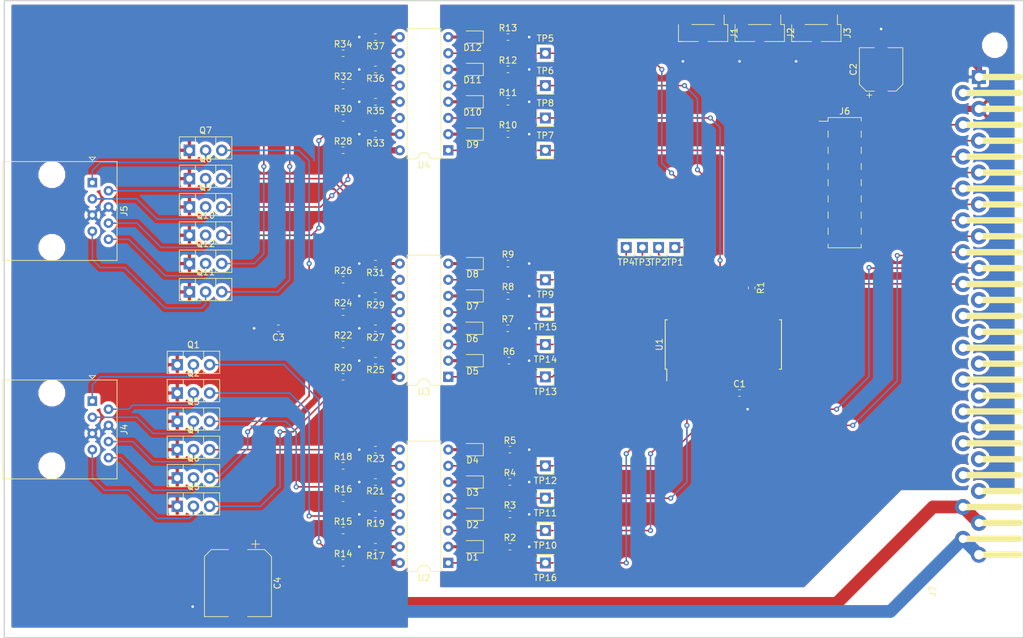
<source format=kicad_pcb>
(kicad_pcb (version 20171130) (host pcbnew 5.0.0-fee4fd1~66~ubuntu16.04.1)

  (general
    (thickness 1.6)
    (drawings 4)
    (tracks 501)
    (zones 0)
    (modules 92)
    (nets 113)
  )

  (page A4)
  (layers
    (0 F.Cu signal)
    (31 B.Cu signal)
    (32 B.Adhes user)
    (33 F.Adhes user)
    (34 B.Paste user)
    (35 F.Paste user)
    (36 B.SilkS user)
    (37 F.SilkS user)
    (38 B.Mask user)
    (39 F.Mask user)
    (40 Dwgs.User user)
    (41 Cmts.User user)
    (42 Eco1.User user)
    (43 Eco2.User user)
    (44 Edge.Cuts user)
    (45 Margin user)
    (46 B.CrtYd user)
    (47 F.CrtYd user)
    (48 B.Fab user)
    (49 F.Fab user)
  )

  (setup
    (last_trace_width 0.25)
    (trace_clearance 0.2)
    (zone_clearance 0.508)
    (zone_45_only no)
    (trace_min 0.2)
    (segment_width 0.2)
    (edge_width 0.2)
    (via_size 0.8)
    (via_drill 0.4)
    (via_min_size 0.4)
    (via_min_drill 0.3)
    (uvia_size 0.3)
    (uvia_drill 0.1)
    (uvias_allowed no)
    (uvia_min_size 0.2)
    (uvia_min_drill 0.1)
    (pcb_text_width 0.3)
    (pcb_text_size 1.5 1.5)
    (mod_edge_width 0.15)
    (mod_text_size 1 1)
    (mod_text_width 0.15)
    (pad_size 1.524 1.524)
    (pad_drill 0.762)
    (pad_to_mask_clearance 0.2)
    (aux_axis_origin 0 0)
    (visible_elements FFFFFF7F)
    (pcbplotparams
      (layerselection 0x010fc_ffffffff)
      (usegerberextensions false)
      (usegerberattributes false)
      (usegerberadvancedattributes false)
      (creategerberjobfile false)
      (excludeedgelayer true)
      (linewidth 0.100000)
      (plotframeref false)
      (viasonmask false)
      (mode 1)
      (useauxorigin false)
      (hpglpennumber 1)
      (hpglpenspeed 20)
      (hpglpendiameter 15.000000)
      (psnegative false)
      (psa4output false)
      (plotreference true)
      (plotvalue true)
      (plotinvisibletext false)
      (padsonsilk false)
      (subtractmaskfromsilk false)
      (outputformat 1)
      (mirror false)
      (drillshape 1)
      (scaleselection 1)
      (outputdirectory ""))
  )

  (net 0 "")
  (net 1 +3V3)
  (net 2 GND)
  (net 3 GNDPWR)
  (net 4 +24V)
  (net 5 "Net-(D1-Pad1)")
  (net 6 "Net-(D1-Pad2)")
  (net 7 "Net-(D2-Pad2)")
  (net 8 "Net-(D2-Pad1)")
  (net 9 "Net-(D3-Pad1)")
  (net 10 "Net-(D3-Pad2)")
  (net 11 "Net-(D4-Pad2)")
  (net 12 "Net-(D4-Pad1)")
  (net 13 "Net-(D5-Pad2)")
  (net 14 "Net-(D5-Pad1)")
  (net 15 "Net-(D6-Pad1)")
  (net 16 "Net-(D6-Pad2)")
  (net 17 "Net-(D7-Pad2)")
  (net 18 "Net-(D7-Pad1)")
  (net 19 "Net-(D8-Pad1)")
  (net 20 "Net-(D8-Pad2)")
  (net 21 "Net-(D9-Pad1)")
  (net 22 "Net-(D9-Pad2)")
  (net 23 "Net-(D10-Pad2)")
  (net 24 "Net-(D10-Pad1)")
  (net 25 "Net-(D11-Pad1)")
  (net 26 "Net-(D11-Pad2)")
  (net 27 "Net-(D12-Pad2)")
  (net 28 "Net-(D12-Pad1)")
  (net 29 "Net-(J1-Pad2)")
  (net 30 "Net-(J2-Pad2)")
  (net 31 "Net-(J3-Pad2)")
  (net 32 "Net-(J4-Pad1)")
  (net 33 "Net-(J4-Pad2)")
  (net 34 "Net-(J4-Pad3)")
  (net 35 "Net-(J4-Pad6)")
  (net 36 "Net-(J4-Pad7)")
  (net 37 "Net-(J4-Pad8)")
  (net 38 "Net-(J5-Pad8)")
  (net 39 "Net-(J5-Pad7)")
  (net 40 "Net-(J5-Pad6)")
  (net 41 "Net-(J5-Pad3)")
  (net 42 "Net-(J5-Pad2)")
  (net 43 "Net-(J5-Pad1)")
  (net 44 MCP_CS)
  (net 45 "Net-(J6-Pad2)")
  (net 46 "Net-(J6-Pad4)")
  (net 47 "Net-(J6-Pad6)")
  (net 48 "Net-(J6-Pad8)")
  (net 49 "Net-(J6-Pad10)")
  (net 50 "Net-(J6-Pad12)")
  (net 51 "Net-(J6-Pad14)")
  (net 52 "Net-(J6-Pad16)")
  (net 53 "Net-(Q1-Pad3)")
  (net 54 "Net-(Q2-Pad3)")
  (net 55 "Net-(Q3-Pad3)")
  (net 56 "Net-(Q4-Pad3)")
  (net 57 "Net-(Q5-Pad3)")
  (net 58 "Net-(Q6-Pad3)")
  (net 59 "Net-(Q7-Pad3)")
  (net 60 "Net-(Q8-Pad3)")
  (net 61 "Net-(Q9-Pad3)")
  (net 62 "Net-(Q10-Pad3)")
  (net 63 "Net-(Q11-Pad3)")
  (net 64 "Net-(Q12-Pad3)")
  (net 65 +5V)
  (net 66 "Net-(R1-Pad2)")
  (net 67 "Net-(R17-Pad1)")
  (net 68 "Net-(R19-Pad1)")
  (net 69 "Net-(R21-Pad1)")
  (net 70 "Net-(R23-Pad1)")
  (net 71 "Net-(R25-Pad1)")
  (net 72 "Net-(R27-Pad1)")
  (net 73 "Net-(R29-Pad1)")
  (net 74 "Net-(R31-Pad1)")
  (net 75 "Net-(R33-Pad1)")
  (net 76 "Net-(R35-Pad1)")
  (net 77 "Net-(R36-Pad1)")
  (net 78 "Net-(R37-Pad1)")
  (net 79 "Net-(TP1-Pad1)")
  (net 80 "Net-(TP2-Pad1)")
  (net 81 "Net-(TP3-Pad1)")
  (net 82 "Net-(TP4-Pad1)")
  (net 83 "Net-(TP5-Pad1)")
  (net 84 "Net-(TP6-Pad1)")
  (net 85 "Net-(TP7-Pad1)")
  (net 86 "Net-(TP8-Pad1)")
  (net 87 "Net-(TP9-Pad1)")
  (net 88 "Net-(TP10-Pad1)")
  (net 89 "Net-(TP11-Pad1)")
  (net 90 "Net-(TP12-Pad1)")
  (net 91 "Net-(TP13-Pad1)")
  (net 92 "Net-(TP14-Pad1)")
  (net 93 "Net-(TP15-Pad1)")
  (net 94 "Net-(TP16-Pad1)")
  (net 95 SCK)
  (net 96 MOSI)
  (net 97 MISO)
  (net 98 "Net-(U1-Pad19)")
  (net 99 "Net-(U1-Pad20)")
  (net 100 "Net-(J7-Pad27)")
  (net 101 "Net-(J7-Pad26)")
  (net 102 "Net-(J7-Pad25)")
  (net 103 "Net-(J7-Pad24)")
  (net 104 "Net-(J7-Pad23)")
  (net 105 "Net-(J7-Pad22)")
  (net 106 "Net-(J7-Pad21)")
  (net 107 "Net-(J7-Pad20)")
  (net 108 "Net-(J7-Pad19)")
  (net 109 "Net-(J7-Pad18)")
  (net 110 "Net-(J7-Pad17)")
  (net 111 "Net-(J7-Pad16)")
  (net 112 "Net-(J7-Pad15)")

  (net_class Default "This is the default net class."
    (clearance 0.2)
    (trace_width 0.25)
    (via_dia 0.8)
    (via_drill 0.4)
    (uvia_dia 0.3)
    (uvia_drill 0.1)
    (add_net +5V)
    (add_net MCP_CS)
    (add_net MISO)
    (add_net MOSI)
    (add_net "Net-(D1-Pad1)")
    (add_net "Net-(D1-Pad2)")
    (add_net "Net-(D10-Pad1)")
    (add_net "Net-(D10-Pad2)")
    (add_net "Net-(D11-Pad1)")
    (add_net "Net-(D11-Pad2)")
    (add_net "Net-(D12-Pad1)")
    (add_net "Net-(D12-Pad2)")
    (add_net "Net-(D2-Pad1)")
    (add_net "Net-(D2-Pad2)")
    (add_net "Net-(D3-Pad1)")
    (add_net "Net-(D3-Pad2)")
    (add_net "Net-(D4-Pad1)")
    (add_net "Net-(D4-Pad2)")
    (add_net "Net-(D5-Pad1)")
    (add_net "Net-(D5-Pad2)")
    (add_net "Net-(D6-Pad1)")
    (add_net "Net-(D6-Pad2)")
    (add_net "Net-(D7-Pad1)")
    (add_net "Net-(D7-Pad2)")
    (add_net "Net-(D8-Pad1)")
    (add_net "Net-(D8-Pad2)")
    (add_net "Net-(D9-Pad1)")
    (add_net "Net-(D9-Pad2)")
    (add_net "Net-(J1-Pad2)")
    (add_net "Net-(J2-Pad2)")
    (add_net "Net-(J3-Pad2)")
    (add_net "Net-(J4-Pad1)")
    (add_net "Net-(J4-Pad2)")
    (add_net "Net-(J4-Pad3)")
    (add_net "Net-(J4-Pad6)")
    (add_net "Net-(J4-Pad7)")
    (add_net "Net-(J4-Pad8)")
    (add_net "Net-(J5-Pad1)")
    (add_net "Net-(J5-Pad2)")
    (add_net "Net-(J5-Pad3)")
    (add_net "Net-(J5-Pad6)")
    (add_net "Net-(J5-Pad7)")
    (add_net "Net-(J5-Pad8)")
    (add_net "Net-(J6-Pad10)")
    (add_net "Net-(J6-Pad12)")
    (add_net "Net-(J6-Pad14)")
    (add_net "Net-(J6-Pad16)")
    (add_net "Net-(J6-Pad2)")
    (add_net "Net-(J6-Pad4)")
    (add_net "Net-(J6-Pad6)")
    (add_net "Net-(J6-Pad8)")
    (add_net "Net-(J7-Pad15)")
    (add_net "Net-(J7-Pad16)")
    (add_net "Net-(J7-Pad17)")
    (add_net "Net-(J7-Pad18)")
    (add_net "Net-(J7-Pad19)")
    (add_net "Net-(J7-Pad20)")
    (add_net "Net-(J7-Pad21)")
    (add_net "Net-(J7-Pad22)")
    (add_net "Net-(J7-Pad23)")
    (add_net "Net-(J7-Pad24)")
    (add_net "Net-(J7-Pad25)")
    (add_net "Net-(J7-Pad26)")
    (add_net "Net-(J7-Pad27)")
    (add_net "Net-(Q1-Pad3)")
    (add_net "Net-(Q10-Pad3)")
    (add_net "Net-(Q11-Pad3)")
    (add_net "Net-(Q12-Pad3)")
    (add_net "Net-(Q2-Pad3)")
    (add_net "Net-(Q3-Pad3)")
    (add_net "Net-(Q4-Pad3)")
    (add_net "Net-(Q5-Pad3)")
    (add_net "Net-(Q6-Pad3)")
    (add_net "Net-(Q7-Pad3)")
    (add_net "Net-(Q8-Pad3)")
    (add_net "Net-(Q9-Pad3)")
    (add_net "Net-(R1-Pad2)")
    (add_net "Net-(R17-Pad1)")
    (add_net "Net-(R19-Pad1)")
    (add_net "Net-(R21-Pad1)")
    (add_net "Net-(R23-Pad1)")
    (add_net "Net-(R25-Pad1)")
    (add_net "Net-(R27-Pad1)")
    (add_net "Net-(R29-Pad1)")
    (add_net "Net-(R31-Pad1)")
    (add_net "Net-(R33-Pad1)")
    (add_net "Net-(R35-Pad1)")
    (add_net "Net-(R36-Pad1)")
    (add_net "Net-(R37-Pad1)")
    (add_net "Net-(TP1-Pad1)")
    (add_net "Net-(TP10-Pad1)")
    (add_net "Net-(TP11-Pad1)")
    (add_net "Net-(TP12-Pad1)")
    (add_net "Net-(TP13-Pad1)")
    (add_net "Net-(TP14-Pad1)")
    (add_net "Net-(TP15-Pad1)")
    (add_net "Net-(TP16-Pad1)")
    (add_net "Net-(TP2-Pad1)")
    (add_net "Net-(TP3-Pad1)")
    (add_net "Net-(TP4-Pad1)")
    (add_net "Net-(TP5-Pad1)")
    (add_net "Net-(TP6-Pad1)")
    (add_net "Net-(TP7-Pad1)")
    (add_net "Net-(TP8-Pad1)")
    (add_net "Net-(TP9-Pad1)")
    (add_net "Net-(U1-Pad19)")
    (add_net "Net-(U1-Pad20)")
    (add_net SCK)
  )

  (net_class "Power 24V" ""
    (clearance 0.5)
    (trace_width 2)
    (via_dia 0.8)
    (via_drill 0.4)
    (uvia_dia 0.3)
    (uvia_drill 0.1)
    (add_net +24V)
    (add_net GNDPWR)
  )

  (net_class "Power 3v3" ""
    (clearance 0.2)
    (trace_width 0.5)
    (via_dia 0.8)
    (via_drill 0.4)
    (uvia_dia 0.3)
    (uvia_drill 0.1)
    (add_net +3V3)
    (add_net GND)
  )

  (module DIN41617:DIN41617_31_short (layer F.Cu) (tedit 5B85C041) (tstamp 5BA674A6)
    (at 221.75 89.49 90)
    (path /5C0C9A4A)
    (fp_text reference J7 (at -43.25 -6 90) (layer F.SilkS)
      (effects (font (size 1 1) (thickness 0.15)))
    )
    (fp_text value Conn_01x31 (at 40 -5.75 90) (layer F.Fab)
      (effects (font (size 1 1) (thickness 0.15)))
    )
    (fp_line (start 35 -1.25) (end 35 7.637659) (layer F.SilkS) (width 1))
    (fp_line (start 30 -1.25) (end 30 7.632978) (layer F.SilkS) (width 1))
    (fp_line (start 25 -1.25) (end 25 7.623112) (layer F.SilkS) (width 1))
    (fp_line (start 20 -1.25) (end 20 7.670728) (layer F.SilkS) (width 1))
    (fp_line (start 15 -1.25) (end 15 7.62879) (layer F.SilkS) (width 1))
    (fp_line (start 10 -1.25) (end 10 7.655555) (layer F.SilkS) (width 1))
    (fp_line (start 5 -1.25) (end 5 7.64877) (layer F.SilkS) (width 1))
    (fp_line (start 0 -1.25) (end 0 7.62) (layer F.SilkS) (width 1))
    (fp_line (start -5 -1.25) (end -5 7.64877) (layer F.SilkS) (width 1))
    (fp_line (start -10 -1.25) (end -10 7.632709) (layer F.SilkS) (width 1))
    (fp_line (start -15 -1.25) (end -15 7.623246) (layer F.SilkS) (width 1))
    (fp_line (start -20 -1.25) (end -20 7.625591) (layer F.SilkS) (width 1))
    (fp_line (start -25 -1.25) (end -25 7.623112) (layer F.SilkS) (width 1))
    (fp_line (start -30 -1.25) (end -30 7.632978) (layer F.SilkS) (width 1))
    (fp_line (start -35 -1.25) (end -35 7.620317) (layer F.SilkS) (width 1))
    (fp_line (start -32.5 1.25) (end -32.5 7.664) (layer F.SilkS) (width 1))
    (fp_line (start -22.5 1.25) (end -22.5 7.625933) (layer F.SilkS) (width 1))
    (fp_line (start -12.5 1.25) (end -12.5 7.623138) (layer F.SilkS) (width 1))
    (fp_line (start -2.5 1.25) (end -2.5 7.647728) (layer F.SilkS) (width 1))
    (fp_line (start 7.5 1.25) (end 7.5 7.62113) (layer F.SilkS) (width 1))
    (fp_line (start 17.5 1.25) (end 17.5 7.62615) (layer F.SilkS) (width 1))
    (fp_line (start 27.5 1.25) (end 27.5 7.635178) (layer F.SilkS) (width 1))
    (fp_line (start 37.5 1.25) (end 37.5 7.648195) (layer F.SilkS) (width 1))
    (fp_line (start 32.5 1.25) (end 32.5 7.621037) (layer F.SilkS) (width 1))
    (fp_line (start 22.5 1.25) (end 22.5 7.625933) (layer F.SilkS) (width 1))
    (fp_line (start 12.5 1.25) (end 12.5 7.634835) (layer F.SilkS) (width 1))
    (fp_line (start 2.5 1.25) (end 2.5 7.620125) (layer F.SilkS) (width 1))
    (fp_line (start -7.5 1.25) (end -7.5 7.640784) (layer F.SilkS) (width 1))
    (fp_line (start -17.5 1.25) (end -17.5 7.62615) (layer F.SilkS) (width 1))
    (fp_line (start -27.5 1.25) (end -27.5 7.622983) (layer F.SilkS) (width 1))
    (fp_line (start -37.5 1.25) (end -37.465 7.62) (layer F.SilkS) (width 1))
    (fp_line (start -45.3 -4.75) (end -45.3 8.25) (layer F.CrtYd) (width 0.15))
    (fp_line (start 45.3 -4.75) (end -45.3 -4.75) (layer F.CrtYd) (width 0.15))
    (fp_line (start 45.3 8.25) (end 45.3 -4.75) (layer F.CrtYd) (width 0.15))
    (fp_line (start -45.3 8.25) (end 45.3 8.25) (layer F.CrtYd) (width 0.15))
    (pad "" np_thru_hole circle (at 42.5 3.75 90) (size 3 3) (drill 3) (layers *.Cu *.Mask))
    (pad "" np_thru_hole circle (at -42.5 3.75 90) (size 3 3) (drill 3) (layers *.Cu *.Mask))
    (pad 1 thru_hole rect (at 37.5 1.25 90) (size 2.2 2.2) (drill 1.31) (layers *.Cu *.Mask)
      (net 2 GND))
    (pad 2 thru_hole circle (at 35 -1.25 90) (size 2.5 2.5) (drill 1.31) (layers *.Cu *.Mask)
      (net 65 +5V))
    (pad 3 thru_hole circle (at 32.5 1.25 90) (size 2.5 2.5) (drill 1.31) (layers *.Cu *.Mask)
      (net 1 +3V3))
    (pad 4 thru_hole circle (at 30 -1.25 90) (size 2.5 2.5) (drill 1.31) (layers *.Cu *.Mask)
      (net 45 "Net-(J6-Pad2)"))
    (pad 5 thru_hole circle (at 27.5 1.25 90) (size 2.5 2.5) (drill 1.31) (layers *.Cu *.Mask)
      (net 46 "Net-(J6-Pad4)"))
    (pad 6 thru_hole circle (at 25 -1.25 90) (size 2.5 2.5) (drill 1.31) (layers *.Cu *.Mask)
      (net 47 "Net-(J6-Pad6)"))
    (pad 7 thru_hole circle (at 22.5 1.25 90) (size 2.5 2.5) (drill 1.31) (layers *.Cu *.Mask)
      (net 48 "Net-(J6-Pad8)"))
    (pad 8 thru_hole circle (at 20 -1.25 90) (size 2.5 2.5) (drill 1.31) (layers *.Cu *.Mask)
      (net 49 "Net-(J6-Pad10)"))
    (pad 9 thru_hole circle (at 17.5 1.25 90) (size 2.5 2.5) (drill 1.31) (layers *.Cu *.Mask)
      (net 50 "Net-(J6-Pad12)"))
    (pad 10 thru_hole circle (at 15 -1.25 90) (size 2.5 2.5) (drill 1.31) (layers *.Cu *.Mask)
      (net 51 "Net-(J6-Pad14)"))
    (pad 11 thru_hole circle (at 12.5 1.25 90) (size 2.5 2.5) (drill 1.31) (layers *.Cu *.Mask)
      (net 52 "Net-(J6-Pad16)"))
    (pad 12 thru_hole circle (at 10 -1.25 90) (size 2.5 2.5) (drill 1.31) (layers *.Cu *.Mask)
      (net 95 SCK))
    (pad 13 thru_hole circle (at 7.5 1.25 90) (size 2.5 2.5) (drill 1.31) (layers *.Cu *.Mask)
      (net 96 MOSI))
    (pad 14 thru_hole circle (at 5 -1.25 90) (size 2.5 2.5) (drill 1.31) (layers *.Cu *.Mask)
      (net 97 MISO))
    (pad 15 thru_hole circle (at 2.5 1.25 90) (size 2.5 2.5) (drill 1.31) (layers *.Cu *.Mask)
      (net 112 "Net-(J7-Pad15)"))
    (pad 16 thru_hole circle (at 0 -1.25 90) (size 2.5 2.5) (drill 1.31) (layers *.Cu *.Mask)
      (net 111 "Net-(J7-Pad16)"))
    (pad 17 thru_hole circle (at -2.5 1.25 90) (size 2.5 2.5) (drill 1.31) (layers *.Cu *.Mask)
      (net 110 "Net-(J7-Pad17)"))
    (pad 18 thru_hole circle (at -5 -1.25 90) (size 2.5 2.5) (drill 1.31) (layers *.Cu *.Mask)
      (net 109 "Net-(J7-Pad18)"))
    (pad 19 thru_hole circle (at -7.5 1.25 90) (size 2.5 2.5) (drill 1.31) (layers *.Cu *.Mask)
      (net 108 "Net-(J7-Pad19)"))
    (pad 20 thru_hole circle (at -10 -1.25 90) (size 2.5 2.5) (drill 1.31) (layers *.Cu *.Mask)
      (net 107 "Net-(J7-Pad20)"))
    (pad 21 thru_hole circle (at -12.5 1.25 90) (size 2.5 2.5) (drill 1.31) (layers *.Cu *.Mask)
      (net 106 "Net-(J7-Pad21)"))
    (pad 22 thru_hole circle (at -15 -1.25 90) (size 2.5 2.5) (drill 1.31) (layers *.Cu *.Mask)
      (net 105 "Net-(J7-Pad22)"))
    (pad 23 thru_hole circle (at -17.5 1.25 90) (size 2.5 2.5) (drill 1.31) (layers *.Cu *.Mask)
      (net 104 "Net-(J7-Pad23)"))
    (pad 24 thru_hole circle (at -20 -1.25 90) (size 2.5 2.5) (drill 1.31) (layers *.Cu *.Mask)
      (net 103 "Net-(J7-Pad24)"))
    (pad 25 thru_hole circle (at -22.5 1.25 90) (size 2.5 2.5) (drill 1.31) (layers *.Cu *.Mask)
      (net 102 "Net-(J7-Pad25)"))
    (pad 26 thru_hole circle (at -25 -1.25 90) (size 2.5 2.5) (drill 1.31) (layers *.Cu *.Mask)
      (net 101 "Net-(J7-Pad26)"))
    (pad 27 thru_hole circle (at -27.5 1.25 90) (size 2.5 2.5) (drill 1.31) (layers *.Cu *.Mask)
      (net 100 "Net-(J7-Pad27)"))
    (pad 28 thru_hole circle (at -30 -1.25 90) (size 2.5 2.5) (drill 1.31) (layers *.Cu *.Mask)
      (net 4 +24V))
    (pad 29 thru_hole circle (at -32.5 1.25 90) (size 2.5 2.5) (drill 1.31) (layers *.Cu *.Mask)
      (net 4 +24V))
    (pad 30 thru_hole circle (at -35 -1.25 90) (size 2.5 2.5) (drill 1.31) (layers *.Cu *.Mask)
      (net 3 GNDPWR))
    (pad 31 thru_hole circle (at -37.5 1.25 90) (size 2.5 2.5) (drill 1.5) (layers *.Cu *.Mask)
      (net 3 GNDPWR))
  )

  (module Resistor_SMD:R_0603_1608Metric (layer F.Cu) (tedit 5B301BBD) (tstamp 5BA675EF)
    (at 187.325 85.09 270)
    (descr "Resistor SMD 0603 (1608 Metric), square (rectangular) end terminal, IPC_7351 nominal, (Body size source: http://www.tortai-tech.com/upload/download/2011102023233369053.pdf), generated with kicad-footprint-generator")
    (tags resistor)
    (path /5BFDF8F4)
    (attr smd)
    (fp_text reference R1 (at 0 -1.43 270) (layer F.SilkS)
      (effects (font (size 1 1) (thickness 0.15)))
    )
    (fp_text value 10k (at 0 1.43 270) (layer F.Fab)
      (effects (font (size 1 1) (thickness 0.15)))
    )
    (fp_line (start -0.8 0.4) (end -0.8 -0.4) (layer F.Fab) (width 0.1))
    (fp_line (start -0.8 -0.4) (end 0.8 -0.4) (layer F.Fab) (width 0.1))
    (fp_line (start 0.8 -0.4) (end 0.8 0.4) (layer F.Fab) (width 0.1))
    (fp_line (start 0.8 0.4) (end -0.8 0.4) (layer F.Fab) (width 0.1))
    (fp_line (start -0.162779 -0.51) (end 0.162779 -0.51) (layer F.SilkS) (width 0.12))
    (fp_line (start -0.162779 0.51) (end 0.162779 0.51) (layer F.SilkS) (width 0.12))
    (fp_line (start -1.48 0.73) (end -1.48 -0.73) (layer F.CrtYd) (width 0.05))
    (fp_line (start -1.48 -0.73) (end 1.48 -0.73) (layer F.CrtYd) (width 0.05))
    (fp_line (start 1.48 -0.73) (end 1.48 0.73) (layer F.CrtYd) (width 0.05))
    (fp_line (start 1.48 0.73) (end -1.48 0.73) (layer F.CrtYd) (width 0.05))
    (fp_text user %R (at 0 0 270) (layer F.Fab)
      (effects (font (size 0.4 0.4) (thickness 0.06)))
    )
    (pad 1 smd roundrect (at -0.7875 0 270) (size 0.875 0.95) (layers F.Cu F.Paste F.Mask) (roundrect_rratio 0.25)
      (net 1 +3V3))
    (pad 2 smd roundrect (at 0.7875 0 270) (size 0.875 0.95) (layers F.Cu F.Paste F.Mask) (roundrect_rratio 0.25)
      (net 66 "Net-(R1-Pad2)"))
    (model ${KISYS3DMOD}/Resistor_SMD.3dshapes/R_0603_1608Metric.wrl
      (at (xyz 0 0 0))
      (scale (xyz 1 1 1))
      (rotate (xyz 0 0 0))
    )
  )

  (module Capacitor_SMD:C_0603_1608Metric (layer F.Cu) (tedit 5B301BBE) (tstamp 5BA67212)
    (at 185.42 101.6)
    (descr "Capacitor SMD 0603 (1608 Metric), square (rectangular) end terminal, IPC_7351 nominal, (Body size source: http://www.tortai-tech.com/upload/download/2011102023233369053.pdf), generated with kicad-footprint-generator")
    (tags capacitor)
    (path /5CA079CD)
    (attr smd)
    (fp_text reference C1 (at 0 -1.43) (layer F.SilkS)
      (effects (font (size 1 1) (thickness 0.15)))
    )
    (fp_text value 100nF (at 0 1.43) (layer F.Fab)
      (effects (font (size 1 1) (thickness 0.15)))
    )
    (fp_line (start -0.8 0.4) (end -0.8 -0.4) (layer F.Fab) (width 0.1))
    (fp_line (start -0.8 -0.4) (end 0.8 -0.4) (layer F.Fab) (width 0.1))
    (fp_line (start 0.8 -0.4) (end 0.8 0.4) (layer F.Fab) (width 0.1))
    (fp_line (start 0.8 0.4) (end -0.8 0.4) (layer F.Fab) (width 0.1))
    (fp_line (start -0.162779 -0.51) (end 0.162779 -0.51) (layer F.SilkS) (width 0.12))
    (fp_line (start -0.162779 0.51) (end 0.162779 0.51) (layer F.SilkS) (width 0.12))
    (fp_line (start -1.48 0.73) (end -1.48 -0.73) (layer F.CrtYd) (width 0.05))
    (fp_line (start -1.48 -0.73) (end 1.48 -0.73) (layer F.CrtYd) (width 0.05))
    (fp_line (start 1.48 -0.73) (end 1.48 0.73) (layer F.CrtYd) (width 0.05))
    (fp_line (start 1.48 0.73) (end -1.48 0.73) (layer F.CrtYd) (width 0.05))
    (fp_text user %R (at 0 0) (layer F.Fab)
      (effects (font (size 0.4 0.4) (thickness 0.06)))
    )
    (pad 1 smd roundrect (at -0.7875 0) (size 0.875 0.95) (layers F.Cu F.Paste F.Mask) (roundrect_rratio 0.25)
      (net 1 +3V3))
    (pad 2 smd roundrect (at 0.7875 0) (size 0.875 0.95) (layers F.Cu F.Paste F.Mask) (roundrect_rratio 0.25)
      (net 2 GND))
    (model ${KISYS3DMOD}/Capacitor_SMD.3dshapes/C_0603_1608Metric.wrl
      (at (xyz 0 0 0))
      (scale (xyz 1 1 1))
      (rotate (xyz 0 0 0))
    )
  )

  (module Capacitor_SMD:CP_Elec_6.3x5.2 (layer F.Cu) (tedit 5B3026A2) (tstamp 5BA6723A)
    (at 207.645 50.8 90)
    (descr "SMT capacitor, aluminium electrolytic, 6.3x5.2, United Chemi-Con ")
    (tags "Capacitor Electrolytic")
    (path /5CA07BF6)
    (attr smd)
    (fp_text reference C2 (at 0 -4.35 90) (layer F.SilkS)
      (effects (font (size 1 1) (thickness 0.15)))
    )
    (fp_text value 100µF (at 0 4.35 90) (layer F.Fab)
      (effects (font (size 1 1) (thickness 0.15)))
    )
    (fp_circle (center 0 0) (end 3.15 0) (layer F.Fab) (width 0.1))
    (fp_line (start 3.3 -3.3) (end 3.3 3.3) (layer F.Fab) (width 0.1))
    (fp_line (start -2.3 -3.3) (end 3.3 -3.3) (layer F.Fab) (width 0.1))
    (fp_line (start -2.3 3.3) (end 3.3 3.3) (layer F.Fab) (width 0.1))
    (fp_line (start -3.3 -2.3) (end -3.3 2.3) (layer F.Fab) (width 0.1))
    (fp_line (start -3.3 -2.3) (end -2.3 -3.3) (layer F.Fab) (width 0.1))
    (fp_line (start -3.3 2.3) (end -2.3 3.3) (layer F.Fab) (width 0.1))
    (fp_line (start -2.704838 -1.33) (end -2.074838 -1.33) (layer F.Fab) (width 0.1))
    (fp_line (start -2.389838 -1.645) (end -2.389838 -1.015) (layer F.Fab) (width 0.1))
    (fp_line (start 3.41 3.41) (end 3.41 1.06) (layer F.SilkS) (width 0.12))
    (fp_line (start 3.41 -3.41) (end 3.41 -1.06) (layer F.SilkS) (width 0.12))
    (fp_line (start -2.345563 -3.41) (end 3.41 -3.41) (layer F.SilkS) (width 0.12))
    (fp_line (start -2.345563 3.41) (end 3.41 3.41) (layer F.SilkS) (width 0.12))
    (fp_line (start -3.41 2.345563) (end -3.41 1.06) (layer F.SilkS) (width 0.12))
    (fp_line (start -3.41 -2.345563) (end -3.41 -1.06) (layer F.SilkS) (width 0.12))
    (fp_line (start -3.41 -2.345563) (end -2.345563 -3.41) (layer F.SilkS) (width 0.12))
    (fp_line (start -3.41 2.345563) (end -2.345563 3.41) (layer F.SilkS) (width 0.12))
    (fp_line (start -4.4375 -1.8475) (end -3.65 -1.8475) (layer F.SilkS) (width 0.12))
    (fp_line (start -4.04375 -2.24125) (end -4.04375 -1.45375) (layer F.SilkS) (width 0.12))
    (fp_line (start 3.55 -3.55) (end 3.55 -1.05) (layer F.CrtYd) (width 0.05))
    (fp_line (start 3.55 -1.05) (end 4.8 -1.05) (layer F.CrtYd) (width 0.05))
    (fp_line (start 4.8 -1.05) (end 4.8 1.05) (layer F.CrtYd) (width 0.05))
    (fp_line (start 4.8 1.05) (end 3.55 1.05) (layer F.CrtYd) (width 0.05))
    (fp_line (start 3.55 1.05) (end 3.55 3.55) (layer F.CrtYd) (width 0.05))
    (fp_line (start -2.4 3.55) (end 3.55 3.55) (layer F.CrtYd) (width 0.05))
    (fp_line (start -2.4 -3.55) (end 3.55 -3.55) (layer F.CrtYd) (width 0.05))
    (fp_line (start -3.55 2.4) (end -2.4 3.55) (layer F.CrtYd) (width 0.05))
    (fp_line (start -3.55 -2.4) (end -2.4 -3.55) (layer F.CrtYd) (width 0.05))
    (fp_line (start -3.55 -2.4) (end -3.55 -1.05) (layer F.CrtYd) (width 0.05))
    (fp_line (start -3.55 1.05) (end -3.55 2.4) (layer F.CrtYd) (width 0.05))
    (fp_line (start -3.55 -1.05) (end -4.8 -1.05) (layer F.CrtYd) (width 0.05))
    (fp_line (start -4.8 -1.05) (end -4.8 1.05) (layer F.CrtYd) (width 0.05))
    (fp_line (start -4.8 1.05) (end -3.55 1.05) (layer F.CrtYd) (width 0.05))
    (fp_text user %R (at 0 0 90) (layer F.Fab)
      (effects (font (size 1 1) (thickness 0.15)))
    )
    (pad 1 smd rect (at -2.8 0 90) (size 3.5 1.6) (layers F.Cu F.Paste F.Mask)
      (net 1 +3V3))
    (pad 2 smd rect (at 2.8 0 90) (size 3.5 1.6) (layers F.Cu F.Paste F.Mask)
      (net 2 GND))
    (model ${KISYS3DMOD}/Capacitor_SMD.3dshapes/CP_Elec_6.3x5.2.wrl
      (at (xyz 0 0 0))
      (scale (xyz 1 1 1))
      (rotate (xyz 0 0 0))
    )
  )

  (module Capacitor_SMD:C_0603_1608Metric (layer F.Cu) (tedit 5B301BBE) (tstamp 5BA6724B)
    (at 113.03 91.44 180)
    (descr "Capacitor SMD 0603 (1608 Metric), square (rectangular) end terminal, IPC_7351 nominal, (Body size source: http://www.tortai-tech.com/upload/download/2011102023233369053.pdf), generated with kicad-footprint-generator")
    (tags capacitor)
    (path /5C0C7E69)
    (attr smd)
    (fp_text reference C3 (at 0 -1.43 180) (layer F.SilkS)
      (effects (font (size 1 1) (thickness 0.15)))
    )
    (fp_text value 100nF (at 0 1.43 180) (layer F.Fab)
      (effects (font (size 1 1) (thickness 0.15)))
    )
    (fp_text user %R (at 0 0 180) (layer F.Fab)
      (effects (font (size 0.4 0.4) (thickness 0.06)))
    )
    (fp_line (start 1.48 0.73) (end -1.48 0.73) (layer F.CrtYd) (width 0.05))
    (fp_line (start 1.48 -0.73) (end 1.48 0.73) (layer F.CrtYd) (width 0.05))
    (fp_line (start -1.48 -0.73) (end 1.48 -0.73) (layer F.CrtYd) (width 0.05))
    (fp_line (start -1.48 0.73) (end -1.48 -0.73) (layer F.CrtYd) (width 0.05))
    (fp_line (start -0.162779 0.51) (end 0.162779 0.51) (layer F.SilkS) (width 0.12))
    (fp_line (start -0.162779 -0.51) (end 0.162779 -0.51) (layer F.SilkS) (width 0.12))
    (fp_line (start 0.8 0.4) (end -0.8 0.4) (layer F.Fab) (width 0.1))
    (fp_line (start 0.8 -0.4) (end 0.8 0.4) (layer F.Fab) (width 0.1))
    (fp_line (start -0.8 -0.4) (end 0.8 -0.4) (layer F.Fab) (width 0.1))
    (fp_line (start -0.8 0.4) (end -0.8 -0.4) (layer F.Fab) (width 0.1))
    (pad 2 smd roundrect (at 0.7875 0 180) (size 0.875 0.95) (layers F.Cu F.Paste F.Mask) (roundrect_rratio 0.25)
      (net 3 GNDPWR))
    (pad 1 smd roundrect (at -0.7875 0 180) (size 0.875 0.95) (layers F.Cu F.Paste F.Mask) (roundrect_rratio 0.25)
      (net 4 +24V))
    (model ${KISYS3DMOD}/Capacitor_SMD.3dshapes/C_0603_1608Metric.wrl
      (at (xyz 0 0 0))
      (scale (xyz 1 1 1))
      (rotate (xyz 0 0 0))
    )
  )

  (module Capacitor_SMD:CP_Elec_10x10 (layer F.Cu) (tedit 5A841F9D) (tstamp 5BA67273)
    (at 106.68 131.445 270)
    (descr "SMT capacitor, aluminium electrolytic, 10x10, Nichicon ")
    (tags "Capacitor Electrolytic")
    (path /5C0C76F7)
    (attr smd)
    (fp_text reference C4 (at 0 -6.2 270) (layer F.SilkS)
      (effects (font (size 1 1) (thickness 0.15)))
    )
    (fp_text value 100µF (at 0 6.2 270) (layer F.Fab)
      (effects (font (size 1 1) (thickness 0.15)))
    )
    (fp_circle (center 0 0) (end 5 0) (layer F.Fab) (width 0.1))
    (fp_line (start 5.15 -5.15) (end 5.15 5.15) (layer F.Fab) (width 0.1))
    (fp_line (start -4.15 -5.15) (end 5.15 -5.15) (layer F.Fab) (width 0.1))
    (fp_line (start -4.15 5.15) (end 5.15 5.15) (layer F.Fab) (width 0.1))
    (fp_line (start -5.15 -4.15) (end -5.15 4.15) (layer F.Fab) (width 0.1))
    (fp_line (start -5.15 -4.15) (end -4.15 -5.15) (layer F.Fab) (width 0.1))
    (fp_line (start -5.15 4.15) (end -4.15 5.15) (layer F.Fab) (width 0.1))
    (fp_line (start -4.558325 -1.7) (end -3.558325 -1.7) (layer F.Fab) (width 0.1))
    (fp_line (start -4.058325 -2.2) (end -4.058325 -1.2) (layer F.Fab) (width 0.1))
    (fp_line (start 5.26 5.26) (end 5.26 1.51) (layer F.SilkS) (width 0.12))
    (fp_line (start 5.26 -5.26) (end 5.26 -1.51) (layer F.SilkS) (width 0.12))
    (fp_line (start -4.195563 -5.26) (end 5.26 -5.26) (layer F.SilkS) (width 0.12))
    (fp_line (start -4.195563 5.26) (end 5.26 5.26) (layer F.SilkS) (width 0.12))
    (fp_line (start -5.26 4.195563) (end -5.26 1.51) (layer F.SilkS) (width 0.12))
    (fp_line (start -5.26 -4.195563) (end -5.26 -1.51) (layer F.SilkS) (width 0.12))
    (fp_line (start -5.26 -4.195563) (end -4.195563 -5.26) (layer F.SilkS) (width 0.12))
    (fp_line (start -5.26 4.195563) (end -4.195563 5.26) (layer F.SilkS) (width 0.12))
    (fp_line (start -6.75 -2.76) (end -5.5 -2.76) (layer F.SilkS) (width 0.12))
    (fp_line (start -6.125 -3.385) (end -6.125 -2.135) (layer F.SilkS) (width 0.12))
    (fp_line (start 5.4 -5.4) (end 5.4 -1.5) (layer F.CrtYd) (width 0.05))
    (fp_line (start 5.4 -1.5) (end 6.25 -1.5) (layer F.CrtYd) (width 0.05))
    (fp_line (start 6.25 -1.5) (end 6.25 1.5) (layer F.CrtYd) (width 0.05))
    (fp_line (start 6.25 1.5) (end 5.4 1.5) (layer F.CrtYd) (width 0.05))
    (fp_line (start 5.4 1.5) (end 5.4 5.4) (layer F.CrtYd) (width 0.05))
    (fp_line (start -4.25 5.4) (end 5.4 5.4) (layer F.CrtYd) (width 0.05))
    (fp_line (start -4.25 -5.4) (end 5.4 -5.4) (layer F.CrtYd) (width 0.05))
    (fp_line (start -5.4 4.25) (end -4.25 5.4) (layer F.CrtYd) (width 0.05))
    (fp_line (start -5.4 -4.25) (end -4.25 -5.4) (layer F.CrtYd) (width 0.05))
    (fp_line (start -5.4 -4.25) (end -5.4 -1.5) (layer F.CrtYd) (width 0.05))
    (fp_line (start -5.4 1.5) (end -5.4 4.25) (layer F.CrtYd) (width 0.05))
    (fp_line (start -5.4 -1.5) (end -6.25 -1.5) (layer F.CrtYd) (width 0.05))
    (fp_line (start -6.25 -1.5) (end -6.25 1.5) (layer F.CrtYd) (width 0.05))
    (fp_line (start -6.25 1.5) (end -5.4 1.5) (layer F.CrtYd) (width 0.05))
    (fp_text user %R (at 0 0 270) (layer F.Fab)
      (effects (font (size 1 1) (thickness 0.15)))
    )
    (pad 1 smd rect (at -4 0 270) (size 4 2.5) (layers F.Cu F.Paste F.Mask)
      (net 4 +24V))
    (pad 2 smd rect (at 4 0 270) (size 4 2.5) (layers F.Cu F.Paste F.Mask)
      (net 3 GNDPWR))
    (model ${KISYS3DMOD}/Capacitor_SMD.3dshapes/CP_Elec_10x10.wrl
      (at (xyz 0 0 0))
      (scale (xyz 1 1 1))
      (rotate (xyz 0 0 0))
    )
  )

  (module LED_SMD:LED_0805_2012Metric (layer F.Cu) (tedit 5B36C52C) (tstamp 5BA67286)
    (at 143.51 125.73 180)
    (descr "LED SMD 0805 (2012 Metric), square (rectangular) end terminal, IPC_7351 nominal, (Body size source: https://docs.google.com/spreadsheets/d/1BsfQQcO9C6DZCsRaXUlFlo91Tg2WpOkGARC1WS5S8t0/edit?usp=sharing), generated with kicad-footprint-generator")
    (tags diode)
    (path /5B98D69F)
    (attr smd)
    (fp_text reference D1 (at 0 -1.65 180) (layer F.SilkS)
      (effects (font (size 1 1) (thickness 0.15)))
    )
    (fp_text value LED (at 0 1.65 180) (layer F.Fab)
      (effects (font (size 1 1) (thickness 0.15)))
    )
    (fp_line (start 1 -0.6) (end -0.7 -0.6) (layer F.Fab) (width 0.1))
    (fp_line (start -0.7 -0.6) (end -1 -0.3) (layer F.Fab) (width 0.1))
    (fp_line (start -1 -0.3) (end -1 0.6) (layer F.Fab) (width 0.1))
    (fp_line (start -1 0.6) (end 1 0.6) (layer F.Fab) (width 0.1))
    (fp_line (start 1 0.6) (end 1 -0.6) (layer F.Fab) (width 0.1))
    (fp_line (start 1 -0.96) (end -1.685 -0.96) (layer F.SilkS) (width 0.12))
    (fp_line (start -1.685 -0.96) (end -1.685 0.96) (layer F.SilkS) (width 0.12))
    (fp_line (start -1.685 0.96) (end 1 0.96) (layer F.SilkS) (width 0.12))
    (fp_line (start -1.68 0.95) (end -1.68 -0.95) (layer F.CrtYd) (width 0.05))
    (fp_line (start -1.68 -0.95) (end 1.68 -0.95) (layer F.CrtYd) (width 0.05))
    (fp_line (start 1.68 -0.95) (end 1.68 0.95) (layer F.CrtYd) (width 0.05))
    (fp_line (start 1.68 0.95) (end -1.68 0.95) (layer F.CrtYd) (width 0.05))
    (fp_text user %R (at 0 0 180) (layer F.Fab)
      (effects (font (size 0.5 0.5) (thickness 0.08)))
    )
    (pad 1 smd roundrect (at -0.9375 0 180) (size 0.975 1.4) (layers F.Cu F.Paste F.Mask) (roundrect_rratio 0.25)
      (net 5 "Net-(D1-Pad1)"))
    (pad 2 smd roundrect (at 0.9375 0 180) (size 0.975 1.4) (layers F.Cu F.Paste F.Mask) (roundrect_rratio 0.25)
      (net 6 "Net-(D1-Pad2)"))
    (model ${KISYS3DMOD}/LED_SMD.3dshapes/LED_0805_2012Metric.wrl
      (at (xyz 0 0 0))
      (scale (xyz 1 1 1))
      (rotate (xyz 0 0 0))
    )
  )

  (module LED_SMD:LED_0805_2012Metric (layer F.Cu) (tedit 5B36C52C) (tstamp 5BA67299)
    (at 143.51 120.65 180)
    (descr "LED SMD 0805 (2012 Metric), square (rectangular) end terminal, IPC_7351 nominal, (Body size source: https://docs.google.com/spreadsheets/d/1BsfQQcO9C6DZCsRaXUlFlo91Tg2WpOkGARC1WS5S8t0/edit?usp=sharing), generated with kicad-footprint-generator")
    (tags diode)
    (path /5B98D6A5)
    (attr smd)
    (fp_text reference D2 (at 0 -1.65 180) (layer F.SilkS)
      (effects (font (size 1 1) (thickness 0.15)))
    )
    (fp_text value LED (at 0 1.65 180) (layer F.Fab)
      (effects (font (size 1 1) (thickness 0.15)))
    )
    (fp_text user %R (at 0 0 180) (layer F.Fab)
      (effects (font (size 0.5 0.5) (thickness 0.08)))
    )
    (fp_line (start 1.68 0.95) (end -1.68 0.95) (layer F.CrtYd) (width 0.05))
    (fp_line (start 1.68 -0.95) (end 1.68 0.95) (layer F.CrtYd) (width 0.05))
    (fp_line (start -1.68 -0.95) (end 1.68 -0.95) (layer F.CrtYd) (width 0.05))
    (fp_line (start -1.68 0.95) (end -1.68 -0.95) (layer F.CrtYd) (width 0.05))
    (fp_line (start -1.685 0.96) (end 1 0.96) (layer F.SilkS) (width 0.12))
    (fp_line (start -1.685 -0.96) (end -1.685 0.96) (layer F.SilkS) (width 0.12))
    (fp_line (start 1 -0.96) (end -1.685 -0.96) (layer F.SilkS) (width 0.12))
    (fp_line (start 1 0.6) (end 1 -0.6) (layer F.Fab) (width 0.1))
    (fp_line (start -1 0.6) (end 1 0.6) (layer F.Fab) (width 0.1))
    (fp_line (start -1 -0.3) (end -1 0.6) (layer F.Fab) (width 0.1))
    (fp_line (start -0.7 -0.6) (end -1 -0.3) (layer F.Fab) (width 0.1))
    (fp_line (start 1 -0.6) (end -0.7 -0.6) (layer F.Fab) (width 0.1))
    (pad 2 smd roundrect (at 0.9375 0 180) (size 0.975 1.4) (layers F.Cu F.Paste F.Mask) (roundrect_rratio 0.25)
      (net 7 "Net-(D2-Pad2)"))
    (pad 1 smd roundrect (at -0.9375 0 180) (size 0.975 1.4) (layers F.Cu F.Paste F.Mask) (roundrect_rratio 0.25)
      (net 8 "Net-(D2-Pad1)"))
    (model ${KISYS3DMOD}/LED_SMD.3dshapes/LED_0805_2012Metric.wrl
      (at (xyz 0 0 0))
      (scale (xyz 1 1 1))
      (rotate (xyz 0 0 0))
    )
  )

  (module LED_SMD:LED_0805_2012Metric (layer F.Cu) (tedit 5B36C52C) (tstamp 5BA672AC)
    (at 143.51 115.57 180)
    (descr "LED SMD 0805 (2012 Metric), square (rectangular) end terminal, IPC_7351 nominal, (Body size source: https://docs.google.com/spreadsheets/d/1BsfQQcO9C6DZCsRaXUlFlo91Tg2WpOkGARC1WS5S8t0/edit?usp=sharing), generated with kicad-footprint-generator")
    (tags diode)
    (path /5B98D6AB)
    (attr smd)
    (fp_text reference D3 (at 0 -1.65 180) (layer F.SilkS)
      (effects (font (size 1 1) (thickness 0.15)))
    )
    (fp_text value LED (at 0 1.65 180) (layer F.Fab)
      (effects (font (size 1 1) (thickness 0.15)))
    )
    (fp_line (start 1 -0.6) (end -0.7 -0.6) (layer F.Fab) (width 0.1))
    (fp_line (start -0.7 -0.6) (end -1 -0.3) (layer F.Fab) (width 0.1))
    (fp_line (start -1 -0.3) (end -1 0.6) (layer F.Fab) (width 0.1))
    (fp_line (start -1 0.6) (end 1 0.6) (layer F.Fab) (width 0.1))
    (fp_line (start 1 0.6) (end 1 -0.6) (layer F.Fab) (width 0.1))
    (fp_line (start 1 -0.96) (end -1.685 -0.96) (layer F.SilkS) (width 0.12))
    (fp_line (start -1.685 -0.96) (end -1.685 0.96) (layer F.SilkS) (width 0.12))
    (fp_line (start -1.685 0.96) (end 1 0.96) (layer F.SilkS) (width 0.12))
    (fp_line (start -1.68 0.95) (end -1.68 -0.95) (layer F.CrtYd) (width 0.05))
    (fp_line (start -1.68 -0.95) (end 1.68 -0.95) (layer F.CrtYd) (width 0.05))
    (fp_line (start 1.68 -0.95) (end 1.68 0.95) (layer F.CrtYd) (width 0.05))
    (fp_line (start 1.68 0.95) (end -1.68 0.95) (layer F.CrtYd) (width 0.05))
    (fp_text user %R (at 0 0 180) (layer F.Fab)
      (effects (font (size 0.5 0.5) (thickness 0.08)))
    )
    (pad 1 smd roundrect (at -0.9375 0 180) (size 0.975 1.4) (layers F.Cu F.Paste F.Mask) (roundrect_rratio 0.25)
      (net 9 "Net-(D3-Pad1)"))
    (pad 2 smd roundrect (at 0.9375 0 180) (size 0.975 1.4) (layers F.Cu F.Paste F.Mask) (roundrect_rratio 0.25)
      (net 10 "Net-(D3-Pad2)"))
    (model ${KISYS3DMOD}/LED_SMD.3dshapes/LED_0805_2012Metric.wrl
      (at (xyz 0 0 0))
      (scale (xyz 1 1 1))
      (rotate (xyz 0 0 0))
    )
  )

  (module LED_SMD:LED_0805_2012Metric (layer F.Cu) (tedit 5B36C52C) (tstamp 5BA672BF)
    (at 143.51 110.49 180)
    (descr "LED SMD 0805 (2012 Metric), square (rectangular) end terminal, IPC_7351 nominal, (Body size source: https://docs.google.com/spreadsheets/d/1BsfQQcO9C6DZCsRaXUlFlo91Tg2WpOkGARC1WS5S8t0/edit?usp=sharing), generated with kicad-footprint-generator")
    (tags diode)
    (path /5B98D6B1)
    (attr smd)
    (fp_text reference D4 (at 0 -1.65 180) (layer F.SilkS)
      (effects (font (size 1 1) (thickness 0.15)))
    )
    (fp_text value LED (at 0 1.65 180) (layer F.Fab)
      (effects (font (size 1 1) (thickness 0.15)))
    )
    (fp_text user %R (at 0 0 180) (layer F.Fab)
      (effects (font (size 0.5 0.5) (thickness 0.08)))
    )
    (fp_line (start 1.68 0.95) (end -1.68 0.95) (layer F.CrtYd) (width 0.05))
    (fp_line (start 1.68 -0.95) (end 1.68 0.95) (layer F.CrtYd) (width 0.05))
    (fp_line (start -1.68 -0.95) (end 1.68 -0.95) (layer F.CrtYd) (width 0.05))
    (fp_line (start -1.68 0.95) (end -1.68 -0.95) (layer F.CrtYd) (width 0.05))
    (fp_line (start -1.685 0.96) (end 1 0.96) (layer F.SilkS) (width 0.12))
    (fp_line (start -1.685 -0.96) (end -1.685 0.96) (layer F.SilkS) (width 0.12))
    (fp_line (start 1 -0.96) (end -1.685 -0.96) (layer F.SilkS) (width 0.12))
    (fp_line (start 1 0.6) (end 1 -0.6) (layer F.Fab) (width 0.1))
    (fp_line (start -1 0.6) (end 1 0.6) (layer F.Fab) (width 0.1))
    (fp_line (start -1 -0.3) (end -1 0.6) (layer F.Fab) (width 0.1))
    (fp_line (start -0.7 -0.6) (end -1 -0.3) (layer F.Fab) (width 0.1))
    (fp_line (start 1 -0.6) (end -0.7 -0.6) (layer F.Fab) (width 0.1))
    (pad 2 smd roundrect (at 0.9375 0 180) (size 0.975 1.4) (layers F.Cu F.Paste F.Mask) (roundrect_rratio 0.25)
      (net 11 "Net-(D4-Pad2)"))
    (pad 1 smd roundrect (at -0.9375 0 180) (size 0.975 1.4) (layers F.Cu F.Paste F.Mask) (roundrect_rratio 0.25)
      (net 12 "Net-(D4-Pad1)"))
    (model ${KISYS3DMOD}/LED_SMD.3dshapes/LED_0805_2012Metric.wrl
      (at (xyz 0 0 0))
      (scale (xyz 1 1 1))
      (rotate (xyz 0 0 0))
    )
  )

  (module LED_SMD:LED_0805_2012Metric (layer F.Cu) (tedit 5B36C52C) (tstamp 5BA672D2)
    (at 143.51 96.52 180)
    (descr "LED SMD 0805 (2012 Metric), square (rectangular) end terminal, IPC_7351 nominal, (Body size source: https://docs.google.com/spreadsheets/d/1BsfQQcO9C6DZCsRaXUlFlo91Tg2WpOkGARC1WS5S8t0/edit?usp=sharing), generated with kicad-footprint-generator")
    (tags diode)
    (path /5B9871BF)
    (attr smd)
    (fp_text reference D5 (at 0 -1.65 180) (layer F.SilkS)
      (effects (font (size 1 1) (thickness 0.15)))
    )
    (fp_text value LED (at 0 1.65 180) (layer F.Fab)
      (effects (font (size 1 1) (thickness 0.15)))
    )
    (fp_text user %R (at 0 0 180) (layer F.Fab)
      (effects (font (size 0.5 0.5) (thickness 0.08)))
    )
    (fp_line (start 1.68 0.95) (end -1.68 0.95) (layer F.CrtYd) (width 0.05))
    (fp_line (start 1.68 -0.95) (end 1.68 0.95) (layer F.CrtYd) (width 0.05))
    (fp_line (start -1.68 -0.95) (end 1.68 -0.95) (layer F.CrtYd) (width 0.05))
    (fp_line (start -1.68 0.95) (end -1.68 -0.95) (layer F.CrtYd) (width 0.05))
    (fp_line (start -1.685 0.96) (end 1 0.96) (layer F.SilkS) (width 0.12))
    (fp_line (start -1.685 -0.96) (end -1.685 0.96) (layer F.SilkS) (width 0.12))
    (fp_line (start 1 -0.96) (end -1.685 -0.96) (layer F.SilkS) (width 0.12))
    (fp_line (start 1 0.6) (end 1 -0.6) (layer F.Fab) (width 0.1))
    (fp_line (start -1 0.6) (end 1 0.6) (layer F.Fab) (width 0.1))
    (fp_line (start -1 -0.3) (end -1 0.6) (layer F.Fab) (width 0.1))
    (fp_line (start -0.7 -0.6) (end -1 -0.3) (layer F.Fab) (width 0.1))
    (fp_line (start 1 -0.6) (end -0.7 -0.6) (layer F.Fab) (width 0.1))
    (pad 2 smd roundrect (at 0.9375 0 180) (size 0.975 1.4) (layers F.Cu F.Paste F.Mask) (roundrect_rratio 0.25)
      (net 13 "Net-(D5-Pad2)"))
    (pad 1 smd roundrect (at -0.9375 0 180) (size 0.975 1.4) (layers F.Cu F.Paste F.Mask) (roundrect_rratio 0.25)
      (net 14 "Net-(D5-Pad1)"))
    (model ${KISYS3DMOD}/LED_SMD.3dshapes/LED_0805_2012Metric.wrl
      (at (xyz 0 0 0))
      (scale (xyz 1 1 1))
      (rotate (xyz 0 0 0))
    )
  )

  (module LED_SMD:LED_0805_2012Metric (layer F.Cu) (tedit 5B36C52C) (tstamp 5BA672E5)
    (at 143.457498 91.44 180)
    (descr "LED SMD 0805 (2012 Metric), square (rectangular) end terminal, IPC_7351 nominal, (Body size source: https://docs.google.com/spreadsheets/d/1BsfQQcO9C6DZCsRaXUlFlo91Tg2WpOkGARC1WS5S8t0/edit?usp=sharing), generated with kicad-footprint-generator")
    (tags diode)
    (path /5B987245)
    (attr smd)
    (fp_text reference D6 (at 0 -1.65 180) (layer F.SilkS)
      (effects (font (size 1 1) (thickness 0.15)))
    )
    (fp_text value LED (at 0 1.65 180) (layer F.Fab)
      (effects (font (size 1 1) (thickness 0.15)))
    )
    (fp_line (start 1 -0.6) (end -0.7 -0.6) (layer F.Fab) (width 0.1))
    (fp_line (start -0.7 -0.6) (end -1 -0.3) (layer F.Fab) (width 0.1))
    (fp_line (start -1 -0.3) (end -1 0.6) (layer F.Fab) (width 0.1))
    (fp_line (start -1 0.6) (end 1 0.6) (layer F.Fab) (width 0.1))
    (fp_line (start 1 0.6) (end 1 -0.6) (layer F.Fab) (width 0.1))
    (fp_line (start 1 -0.96) (end -1.685 -0.96) (layer F.SilkS) (width 0.12))
    (fp_line (start -1.685 -0.96) (end -1.685 0.96) (layer F.SilkS) (width 0.12))
    (fp_line (start -1.685 0.96) (end 1 0.96) (layer F.SilkS) (width 0.12))
    (fp_line (start -1.68 0.95) (end -1.68 -0.95) (layer F.CrtYd) (width 0.05))
    (fp_line (start -1.68 -0.95) (end 1.68 -0.95) (layer F.CrtYd) (width 0.05))
    (fp_line (start 1.68 -0.95) (end 1.68 0.95) (layer F.CrtYd) (width 0.05))
    (fp_line (start 1.68 0.95) (end -1.68 0.95) (layer F.CrtYd) (width 0.05))
    (fp_text user %R (at 0 0 180) (layer F.Fab)
      (effects (font (size 0.5 0.5) (thickness 0.08)))
    )
    (pad 1 smd roundrect (at -0.9375 0 180) (size 0.975 1.4) (layers F.Cu F.Paste F.Mask) (roundrect_rratio 0.25)
      (net 15 "Net-(D6-Pad1)"))
    (pad 2 smd roundrect (at 0.9375 0 180) (size 0.975 1.4) (layers F.Cu F.Paste F.Mask) (roundrect_rratio 0.25)
      (net 16 "Net-(D6-Pad2)"))
    (model ${KISYS3DMOD}/LED_SMD.3dshapes/LED_0805_2012Metric.wrl
      (at (xyz 0 0 0))
      (scale (xyz 1 1 1))
      (rotate (xyz 0 0 0))
    )
  )

  (module LED_SMD:LED_0805_2012Metric (layer F.Cu) (tedit 5B36C52C) (tstamp 5BA672F8)
    (at 143.51 86.36 180)
    (descr "LED SMD 0805 (2012 Metric), square (rectangular) end terminal, IPC_7351 nominal, (Body size source: https://docs.google.com/spreadsheets/d/1BsfQQcO9C6DZCsRaXUlFlo91Tg2WpOkGARC1WS5S8t0/edit?usp=sharing), generated with kicad-footprint-generator")
    (tags diode)
    (path /5B9872A3)
    (attr smd)
    (fp_text reference D7 (at 0 -1.65 180) (layer F.SilkS)
      (effects (font (size 1 1) (thickness 0.15)))
    )
    (fp_text value LED (at 0 1.65 180) (layer F.Fab)
      (effects (font (size 1 1) (thickness 0.15)))
    )
    (fp_text user %R (at 0 0 180) (layer F.Fab)
      (effects (font (size 0.5 0.5) (thickness 0.08)))
    )
    (fp_line (start 1.68 0.95) (end -1.68 0.95) (layer F.CrtYd) (width 0.05))
    (fp_line (start 1.68 -0.95) (end 1.68 0.95) (layer F.CrtYd) (width 0.05))
    (fp_line (start -1.68 -0.95) (end 1.68 -0.95) (layer F.CrtYd) (width 0.05))
    (fp_line (start -1.68 0.95) (end -1.68 -0.95) (layer F.CrtYd) (width 0.05))
    (fp_line (start -1.685 0.96) (end 1 0.96) (layer F.SilkS) (width 0.12))
    (fp_line (start -1.685 -0.96) (end -1.685 0.96) (layer F.SilkS) (width 0.12))
    (fp_line (start 1 -0.96) (end -1.685 -0.96) (layer F.SilkS) (width 0.12))
    (fp_line (start 1 0.6) (end 1 -0.6) (layer F.Fab) (width 0.1))
    (fp_line (start -1 0.6) (end 1 0.6) (layer F.Fab) (width 0.1))
    (fp_line (start -1 -0.3) (end -1 0.6) (layer F.Fab) (width 0.1))
    (fp_line (start -0.7 -0.6) (end -1 -0.3) (layer F.Fab) (width 0.1))
    (fp_line (start 1 -0.6) (end -0.7 -0.6) (layer F.Fab) (width 0.1))
    (pad 2 smd roundrect (at 0.9375 0 180) (size 0.975 1.4) (layers F.Cu F.Paste F.Mask) (roundrect_rratio 0.25)
      (net 17 "Net-(D7-Pad2)"))
    (pad 1 smd roundrect (at -0.9375 0 180) (size 0.975 1.4) (layers F.Cu F.Paste F.Mask) (roundrect_rratio 0.25)
      (net 18 "Net-(D7-Pad1)"))
    (model ${KISYS3DMOD}/LED_SMD.3dshapes/LED_0805_2012Metric.wrl
      (at (xyz 0 0 0))
      (scale (xyz 1 1 1))
      (rotate (xyz 0 0 0))
    )
  )

  (module LED_SMD:LED_0805_2012Metric (layer F.Cu) (tedit 5B36C52C) (tstamp 5BA6730B)
    (at 143.51 81.28 180)
    (descr "LED SMD 0805 (2012 Metric), square (rectangular) end terminal, IPC_7351 nominal, (Body size source: https://docs.google.com/spreadsheets/d/1BsfQQcO9C6DZCsRaXUlFlo91Tg2WpOkGARC1WS5S8t0/edit?usp=sharing), generated with kicad-footprint-generator")
    (tags diode)
    (path /5B987307)
    (attr smd)
    (fp_text reference D8 (at 0 -1.65 180) (layer F.SilkS)
      (effects (font (size 1 1) (thickness 0.15)))
    )
    (fp_text value LED (at 0 1.65 180) (layer F.Fab)
      (effects (font (size 1 1) (thickness 0.15)))
    )
    (fp_line (start 1 -0.6) (end -0.7 -0.6) (layer F.Fab) (width 0.1))
    (fp_line (start -0.7 -0.6) (end -1 -0.3) (layer F.Fab) (width 0.1))
    (fp_line (start -1 -0.3) (end -1 0.6) (layer F.Fab) (width 0.1))
    (fp_line (start -1 0.6) (end 1 0.6) (layer F.Fab) (width 0.1))
    (fp_line (start 1 0.6) (end 1 -0.6) (layer F.Fab) (width 0.1))
    (fp_line (start 1 -0.96) (end -1.685 -0.96) (layer F.SilkS) (width 0.12))
    (fp_line (start -1.685 -0.96) (end -1.685 0.96) (layer F.SilkS) (width 0.12))
    (fp_line (start -1.685 0.96) (end 1 0.96) (layer F.SilkS) (width 0.12))
    (fp_line (start -1.68 0.95) (end -1.68 -0.95) (layer F.CrtYd) (width 0.05))
    (fp_line (start -1.68 -0.95) (end 1.68 -0.95) (layer F.CrtYd) (width 0.05))
    (fp_line (start 1.68 -0.95) (end 1.68 0.95) (layer F.CrtYd) (width 0.05))
    (fp_line (start 1.68 0.95) (end -1.68 0.95) (layer F.CrtYd) (width 0.05))
    (fp_text user %R (at 0 0 180) (layer F.Fab)
      (effects (font (size 0.5 0.5) (thickness 0.08)))
    )
    (pad 1 smd roundrect (at -0.9375 0 180) (size 0.975 1.4) (layers F.Cu F.Paste F.Mask) (roundrect_rratio 0.25)
      (net 19 "Net-(D8-Pad1)"))
    (pad 2 smd roundrect (at 0.9375 0 180) (size 0.975 1.4) (layers F.Cu F.Paste F.Mask) (roundrect_rratio 0.25)
      (net 20 "Net-(D8-Pad2)"))
    (model ${KISYS3DMOD}/LED_SMD.3dshapes/LED_0805_2012Metric.wrl
      (at (xyz 0 0 0))
      (scale (xyz 1 1 1))
      (rotate (xyz 0 0 0))
    )
  )

  (module LED_SMD:LED_0805_2012Metric (layer F.Cu) (tedit 5B36C52C) (tstamp 5BA6731E)
    (at 143.51 60.96 180)
    (descr "LED SMD 0805 (2012 Metric), square (rectangular) end terminal, IPC_7351 nominal, (Body size source: https://docs.google.com/spreadsheets/d/1BsfQQcO9C6DZCsRaXUlFlo91Tg2WpOkGARC1WS5S8t0/edit?usp=sharing), generated with kicad-footprint-generator")
    (tags diode)
    (path /5B9937BB)
    (attr smd)
    (fp_text reference D9 (at 0 -1.65 180) (layer F.SilkS)
      (effects (font (size 1 1) (thickness 0.15)))
    )
    (fp_text value LED (at 0 1.65 180) (layer F.Fab)
      (effects (font (size 1 1) (thickness 0.15)))
    )
    (fp_line (start 1 -0.6) (end -0.7 -0.6) (layer F.Fab) (width 0.1))
    (fp_line (start -0.7 -0.6) (end -1 -0.3) (layer F.Fab) (width 0.1))
    (fp_line (start -1 -0.3) (end -1 0.6) (layer F.Fab) (width 0.1))
    (fp_line (start -1 0.6) (end 1 0.6) (layer F.Fab) (width 0.1))
    (fp_line (start 1 0.6) (end 1 -0.6) (layer F.Fab) (width 0.1))
    (fp_line (start 1 -0.96) (end -1.685 -0.96) (layer F.SilkS) (width 0.12))
    (fp_line (start -1.685 -0.96) (end -1.685 0.96) (layer F.SilkS) (width 0.12))
    (fp_line (start -1.685 0.96) (end 1 0.96) (layer F.SilkS) (width 0.12))
    (fp_line (start -1.68 0.95) (end -1.68 -0.95) (layer F.CrtYd) (width 0.05))
    (fp_line (start -1.68 -0.95) (end 1.68 -0.95) (layer F.CrtYd) (width 0.05))
    (fp_line (start 1.68 -0.95) (end 1.68 0.95) (layer F.CrtYd) (width 0.05))
    (fp_line (start 1.68 0.95) (end -1.68 0.95) (layer F.CrtYd) (width 0.05))
    (fp_text user %R (at 0 0 180) (layer F.Fab)
      (effects (font (size 0.5 0.5) (thickness 0.08)))
    )
    (pad 1 smd roundrect (at -0.9375 0 180) (size 0.975 1.4) (layers F.Cu F.Paste F.Mask) (roundrect_rratio 0.25)
      (net 21 "Net-(D9-Pad1)"))
    (pad 2 smd roundrect (at 0.9375 0 180) (size 0.975 1.4) (layers F.Cu F.Paste F.Mask) (roundrect_rratio 0.25)
      (net 22 "Net-(D9-Pad2)"))
    (model ${KISYS3DMOD}/LED_SMD.3dshapes/LED_0805_2012Metric.wrl
      (at (xyz 0 0 0))
      (scale (xyz 1 1 1))
      (rotate (xyz 0 0 0))
    )
  )

  (module LED_SMD:LED_0805_2012Metric (layer F.Cu) (tedit 5B36C52C) (tstamp 5BA67331)
    (at 143.51 55.88 180)
    (descr "LED SMD 0805 (2012 Metric), square (rectangular) end terminal, IPC_7351 nominal, (Body size source: https://docs.google.com/spreadsheets/d/1BsfQQcO9C6DZCsRaXUlFlo91Tg2WpOkGARC1WS5S8t0/edit?usp=sharing), generated with kicad-footprint-generator")
    (tags diode)
    (path /5B9937C1)
    (attr smd)
    (fp_text reference D10 (at 0 -1.65 180) (layer F.SilkS)
      (effects (font (size 1 1) (thickness 0.15)))
    )
    (fp_text value LED (at 0 1.65 180) (layer F.Fab)
      (effects (font (size 1 1) (thickness 0.15)))
    )
    (fp_text user %R (at 0 0 180) (layer F.Fab)
      (effects (font (size 0.5 0.5) (thickness 0.08)))
    )
    (fp_line (start 1.68 0.95) (end -1.68 0.95) (layer F.CrtYd) (width 0.05))
    (fp_line (start 1.68 -0.95) (end 1.68 0.95) (layer F.CrtYd) (width 0.05))
    (fp_line (start -1.68 -0.95) (end 1.68 -0.95) (layer F.CrtYd) (width 0.05))
    (fp_line (start -1.68 0.95) (end -1.68 -0.95) (layer F.CrtYd) (width 0.05))
    (fp_line (start -1.685 0.96) (end 1 0.96) (layer F.SilkS) (width 0.12))
    (fp_line (start -1.685 -0.96) (end -1.685 0.96) (layer F.SilkS) (width 0.12))
    (fp_line (start 1 -0.96) (end -1.685 -0.96) (layer F.SilkS) (width 0.12))
    (fp_line (start 1 0.6) (end 1 -0.6) (layer F.Fab) (width 0.1))
    (fp_line (start -1 0.6) (end 1 0.6) (layer F.Fab) (width 0.1))
    (fp_line (start -1 -0.3) (end -1 0.6) (layer F.Fab) (width 0.1))
    (fp_line (start -0.7 -0.6) (end -1 -0.3) (layer F.Fab) (width 0.1))
    (fp_line (start 1 -0.6) (end -0.7 -0.6) (layer F.Fab) (width 0.1))
    (pad 2 smd roundrect (at 0.9375 0 180) (size 0.975 1.4) (layers F.Cu F.Paste F.Mask) (roundrect_rratio 0.25)
      (net 23 "Net-(D10-Pad2)"))
    (pad 1 smd roundrect (at -0.9375 0 180) (size 0.975 1.4) (layers F.Cu F.Paste F.Mask) (roundrect_rratio 0.25)
      (net 24 "Net-(D10-Pad1)"))
    (model ${KISYS3DMOD}/LED_SMD.3dshapes/LED_0805_2012Metric.wrl
      (at (xyz 0 0 0))
      (scale (xyz 1 1 1))
      (rotate (xyz 0 0 0))
    )
  )

  (module LED_SMD:LED_0805_2012Metric (layer F.Cu) (tedit 5B36C52C) (tstamp 5BA67344)
    (at 143.51 50.8 180)
    (descr "LED SMD 0805 (2012 Metric), square (rectangular) end terminal, IPC_7351 nominal, (Body size source: https://docs.google.com/spreadsheets/d/1BsfQQcO9C6DZCsRaXUlFlo91Tg2WpOkGARC1WS5S8t0/edit?usp=sharing), generated with kicad-footprint-generator")
    (tags diode)
    (path /5B9937C7)
    (attr smd)
    (fp_text reference D11 (at 0 -1.65 180) (layer F.SilkS)
      (effects (font (size 1 1) (thickness 0.15)))
    )
    (fp_text value LED (at 0 1.65 180) (layer F.Fab)
      (effects (font (size 1 1) (thickness 0.15)))
    )
    (fp_line (start 1 -0.6) (end -0.7 -0.6) (layer F.Fab) (width 0.1))
    (fp_line (start -0.7 -0.6) (end -1 -0.3) (layer F.Fab) (width 0.1))
    (fp_line (start -1 -0.3) (end -1 0.6) (layer F.Fab) (width 0.1))
    (fp_line (start -1 0.6) (end 1 0.6) (layer F.Fab) (width 0.1))
    (fp_line (start 1 0.6) (end 1 -0.6) (layer F.Fab) (width 0.1))
    (fp_line (start 1 -0.96) (end -1.685 -0.96) (layer F.SilkS) (width 0.12))
    (fp_line (start -1.685 -0.96) (end -1.685 0.96) (layer F.SilkS) (width 0.12))
    (fp_line (start -1.685 0.96) (end 1 0.96) (layer F.SilkS) (width 0.12))
    (fp_line (start -1.68 0.95) (end -1.68 -0.95) (layer F.CrtYd) (width 0.05))
    (fp_line (start -1.68 -0.95) (end 1.68 -0.95) (layer F.CrtYd) (width 0.05))
    (fp_line (start 1.68 -0.95) (end 1.68 0.95) (layer F.CrtYd) (width 0.05))
    (fp_line (start 1.68 0.95) (end -1.68 0.95) (layer F.CrtYd) (width 0.05))
    (fp_text user %R (at 0 0 180) (layer F.Fab)
      (effects (font (size 0.5 0.5) (thickness 0.08)))
    )
    (pad 1 smd roundrect (at -0.9375 0 180) (size 0.975 1.4) (layers F.Cu F.Paste F.Mask) (roundrect_rratio 0.25)
      (net 25 "Net-(D11-Pad1)"))
    (pad 2 smd roundrect (at 0.9375 0 180) (size 0.975 1.4) (layers F.Cu F.Paste F.Mask) (roundrect_rratio 0.25)
      (net 26 "Net-(D11-Pad2)"))
    (model ${KISYS3DMOD}/LED_SMD.3dshapes/LED_0805_2012Metric.wrl
      (at (xyz 0 0 0))
      (scale (xyz 1 1 1))
      (rotate (xyz 0 0 0))
    )
  )

  (module LED_SMD:LED_0805_2012Metric (layer F.Cu) (tedit 5B36C52C) (tstamp 5BA67357)
    (at 143.51 45.72 180)
    (descr "LED SMD 0805 (2012 Metric), square (rectangular) end terminal, IPC_7351 nominal, (Body size source: https://docs.google.com/spreadsheets/d/1BsfQQcO9C6DZCsRaXUlFlo91Tg2WpOkGARC1WS5S8t0/edit?usp=sharing), generated with kicad-footprint-generator")
    (tags diode)
    (path /5B9937CD)
    (attr smd)
    (fp_text reference D12 (at 0 -1.65 180) (layer F.SilkS)
      (effects (font (size 1 1) (thickness 0.15)))
    )
    (fp_text value LED (at 0 1.65 180) (layer F.Fab)
      (effects (font (size 1 1) (thickness 0.15)))
    )
    (fp_text user %R (at 0 0 180) (layer F.Fab)
      (effects (font (size 0.5 0.5) (thickness 0.08)))
    )
    (fp_line (start 1.68 0.95) (end -1.68 0.95) (layer F.CrtYd) (width 0.05))
    (fp_line (start 1.68 -0.95) (end 1.68 0.95) (layer F.CrtYd) (width 0.05))
    (fp_line (start -1.68 -0.95) (end 1.68 -0.95) (layer F.CrtYd) (width 0.05))
    (fp_line (start -1.68 0.95) (end -1.68 -0.95) (layer F.CrtYd) (width 0.05))
    (fp_line (start -1.685 0.96) (end 1 0.96) (layer F.SilkS) (width 0.12))
    (fp_line (start -1.685 -0.96) (end -1.685 0.96) (layer F.SilkS) (width 0.12))
    (fp_line (start 1 -0.96) (end -1.685 -0.96) (layer F.SilkS) (width 0.12))
    (fp_line (start 1 0.6) (end 1 -0.6) (layer F.Fab) (width 0.1))
    (fp_line (start -1 0.6) (end 1 0.6) (layer F.Fab) (width 0.1))
    (fp_line (start -1 -0.3) (end -1 0.6) (layer F.Fab) (width 0.1))
    (fp_line (start -0.7 -0.6) (end -1 -0.3) (layer F.Fab) (width 0.1))
    (fp_line (start 1 -0.6) (end -0.7 -0.6) (layer F.Fab) (width 0.1))
    (pad 2 smd roundrect (at 0.9375 0 180) (size 0.975 1.4) (layers F.Cu F.Paste F.Mask) (roundrect_rratio 0.25)
      (net 27 "Net-(D12-Pad2)"))
    (pad 1 smd roundrect (at -0.9375 0 180) (size 0.975 1.4) (layers F.Cu F.Paste F.Mask) (roundrect_rratio 0.25)
      (net 28 "Net-(D12-Pad1)"))
    (model ${KISYS3DMOD}/LED_SMD.3dshapes/LED_0805_2012Metric.wrl
      (at (xyz 0 0 0))
      (scale (xyz 1 1 1))
      (rotate (xyz 0 0 0))
    )
  )

  (module Connector_PinHeader_2.54mm:PinHeader_1x03_P2.54mm_Vertical_SMD_Pin1Left (layer F.Cu) (tedit 59FED5CC) (tstamp 5BA67379)
    (at 179.705 45.085 270)
    (descr "surface-mounted straight pin header, 1x03, 2.54mm pitch, single row, style 1 (pin 1 left)")
    (tags "Surface mounted pin header SMD 1x03 2.54mm single row style1 pin1 left")
    (path /5C938F53)
    (attr smd)
    (fp_text reference J1 (at 0 -4.87 270) (layer F.SilkS)
      (effects (font (size 1 1) (thickness 0.15)))
    )
    (fp_text value ADDR2 (at 0 4.87 270) (layer F.Fab)
      (effects (font (size 1 1) (thickness 0.15)))
    )
    (fp_line (start 1.27 3.81) (end -1.27 3.81) (layer F.Fab) (width 0.1))
    (fp_line (start -0.32 -3.81) (end 1.27 -3.81) (layer F.Fab) (width 0.1))
    (fp_line (start -1.27 3.81) (end -1.27 -2.86) (layer F.Fab) (width 0.1))
    (fp_line (start -1.27 -2.86) (end -0.32 -3.81) (layer F.Fab) (width 0.1))
    (fp_line (start 1.27 -3.81) (end 1.27 3.81) (layer F.Fab) (width 0.1))
    (fp_line (start -1.27 -2.86) (end -2.54 -2.86) (layer F.Fab) (width 0.1))
    (fp_line (start -2.54 -2.86) (end -2.54 -2.22) (layer F.Fab) (width 0.1))
    (fp_line (start -2.54 -2.22) (end -1.27 -2.22) (layer F.Fab) (width 0.1))
    (fp_line (start -1.27 2.22) (end -2.54 2.22) (layer F.Fab) (width 0.1))
    (fp_line (start -2.54 2.22) (end -2.54 2.86) (layer F.Fab) (width 0.1))
    (fp_line (start -2.54 2.86) (end -1.27 2.86) (layer F.Fab) (width 0.1))
    (fp_line (start 1.27 -0.32) (end 2.54 -0.32) (layer F.Fab) (width 0.1))
    (fp_line (start 2.54 -0.32) (end 2.54 0.32) (layer F.Fab) (width 0.1))
    (fp_line (start 2.54 0.32) (end 1.27 0.32) (layer F.Fab) (width 0.1))
    (fp_line (start -1.33 -3.87) (end 1.33 -3.87) (layer F.SilkS) (width 0.12))
    (fp_line (start -1.33 3.87) (end 1.33 3.87) (layer F.SilkS) (width 0.12))
    (fp_line (start 1.33 -3.87) (end 1.33 -0.76) (layer F.SilkS) (width 0.12))
    (fp_line (start -1.33 -3.3) (end -2.85 -3.3) (layer F.SilkS) (width 0.12))
    (fp_line (start -1.33 -3.87) (end -1.33 -3.3) (layer F.SilkS) (width 0.12))
    (fp_line (start 1.33 3.3) (end 1.33 3.87) (layer F.SilkS) (width 0.12))
    (fp_line (start 1.33 0.76) (end 1.33 3.87) (layer F.SilkS) (width 0.12))
    (fp_line (start -1.33 -1.78) (end -1.33 1.78) (layer F.SilkS) (width 0.12))
    (fp_line (start -3.45 -4.35) (end -3.45 4.35) (layer F.CrtYd) (width 0.05))
    (fp_line (start -3.45 4.35) (end 3.45 4.35) (layer F.CrtYd) (width 0.05))
    (fp_line (start 3.45 4.35) (end 3.45 -4.35) (layer F.CrtYd) (width 0.05))
    (fp_line (start 3.45 -4.35) (end -3.45 -4.35) (layer F.CrtYd) (width 0.05))
    (fp_text user %R (at 0 0) (layer F.Fab)
      (effects (font (size 1 1) (thickness 0.15)))
    )
    (pad 1 smd rect (at -1.655 -2.54 270) (size 2.51 1) (layers F.Cu F.Paste F.Mask)
      (net 1 +3V3))
    (pad 3 smd rect (at -1.655 2.54 270) (size 2.51 1) (layers F.Cu F.Paste F.Mask)
      (net 2 GND))
    (pad 2 smd rect (at 1.655 0 270) (size 2.51 1) (layers F.Cu F.Paste F.Mask)
      (net 29 "Net-(J1-Pad2)"))
    (model ${KISYS3DMOD}/Connector_PinHeader_2.54mm.3dshapes/PinHeader_1x03_P2.54mm_Vertical_SMD_Pin1Left.wrl
      (at (xyz 0 0 0))
      (scale (xyz 1 1 1))
      (rotate (xyz 0 0 0))
    )
  )

  (module Connector_PinHeader_2.54mm:PinHeader_1x03_P2.54mm_Vertical_SMD_Pin1Left (layer F.Cu) (tedit 59FED5CC) (tstamp 5BA6739B)
    (at 188.595 45.085 270)
    (descr "surface-mounted straight pin header, 1x03, 2.54mm pitch, single row, style 1 (pin 1 left)")
    (tags "Surface mounted pin header SMD 1x03 2.54mm single row style1 pin1 left")
    (path /5C93924C)
    (attr smd)
    (fp_text reference J2 (at 0 -4.87 270) (layer F.SilkS)
      (effects (font (size 1 1) (thickness 0.15)))
    )
    (fp_text value ADDR1 (at 0 4.87 270) (layer F.Fab)
      (effects (font (size 1 1) (thickness 0.15)))
    )
    (fp_text user %R (at 0 0) (layer F.Fab)
      (effects (font (size 1 1) (thickness 0.15)))
    )
    (fp_line (start 3.45 -4.35) (end -3.45 -4.35) (layer F.CrtYd) (width 0.05))
    (fp_line (start 3.45 4.35) (end 3.45 -4.35) (layer F.CrtYd) (width 0.05))
    (fp_line (start -3.45 4.35) (end 3.45 4.35) (layer F.CrtYd) (width 0.05))
    (fp_line (start -3.45 -4.35) (end -3.45 4.35) (layer F.CrtYd) (width 0.05))
    (fp_line (start -1.33 -1.78) (end -1.33 1.78) (layer F.SilkS) (width 0.12))
    (fp_line (start 1.33 0.76) (end 1.33 3.87) (layer F.SilkS) (width 0.12))
    (fp_line (start 1.33 3.3) (end 1.33 3.87) (layer F.SilkS) (width 0.12))
    (fp_line (start -1.33 -3.87) (end -1.33 -3.3) (layer F.SilkS) (width 0.12))
    (fp_line (start -1.33 -3.3) (end -2.85 -3.3) (layer F.SilkS) (width 0.12))
    (fp_line (start 1.33 -3.87) (end 1.33 -0.76) (layer F.SilkS) (width 0.12))
    (fp_line (start -1.33 3.87) (end 1.33 3.87) (layer F.SilkS) (width 0.12))
    (fp_line (start -1.33 -3.87) (end 1.33 -3.87) (layer F.SilkS) (width 0.12))
    (fp_line (start 2.54 0.32) (end 1.27 0.32) (layer F.Fab) (width 0.1))
    (fp_line (start 2.54 -0.32) (end 2.54 0.32) (layer F.Fab) (width 0.1))
    (fp_line (start 1.27 -0.32) (end 2.54 -0.32) (layer F.Fab) (width 0.1))
    (fp_line (start -2.54 2.86) (end -1.27 2.86) (layer F.Fab) (width 0.1))
    (fp_line (start -2.54 2.22) (end -2.54 2.86) (layer F.Fab) (width 0.1))
    (fp_line (start -1.27 2.22) (end -2.54 2.22) (layer F.Fab) (width 0.1))
    (fp_line (start -2.54 -2.22) (end -1.27 -2.22) (layer F.Fab) (width 0.1))
    (fp_line (start -2.54 -2.86) (end -2.54 -2.22) (layer F.Fab) (width 0.1))
    (fp_line (start -1.27 -2.86) (end -2.54 -2.86) (layer F.Fab) (width 0.1))
    (fp_line (start 1.27 -3.81) (end 1.27 3.81) (layer F.Fab) (width 0.1))
    (fp_line (start -1.27 -2.86) (end -0.32 -3.81) (layer F.Fab) (width 0.1))
    (fp_line (start -1.27 3.81) (end -1.27 -2.86) (layer F.Fab) (width 0.1))
    (fp_line (start -0.32 -3.81) (end 1.27 -3.81) (layer F.Fab) (width 0.1))
    (fp_line (start 1.27 3.81) (end -1.27 3.81) (layer F.Fab) (width 0.1))
    (pad 2 smd rect (at 1.655 0 270) (size 2.51 1) (layers F.Cu F.Paste F.Mask)
      (net 30 "Net-(J2-Pad2)"))
    (pad 3 smd rect (at -1.655 2.54 270) (size 2.51 1) (layers F.Cu F.Paste F.Mask)
      (net 2 GND))
    (pad 1 smd rect (at -1.655 -2.54 270) (size 2.51 1) (layers F.Cu F.Paste F.Mask)
      (net 1 +3V3))
    (model ${KISYS3DMOD}/Connector_PinHeader_2.54mm.3dshapes/PinHeader_1x03_P2.54mm_Vertical_SMD_Pin1Left.wrl
      (at (xyz 0 0 0))
      (scale (xyz 1 1 1))
      (rotate (xyz 0 0 0))
    )
  )

  (module Connector_PinHeader_2.54mm:PinHeader_1x03_P2.54mm_Vertical_SMD_Pin1Left (layer F.Cu) (tedit 59FED5CC) (tstamp 5BA673BD)
    (at 197.485 45.085 270)
    (descr "surface-mounted straight pin header, 1x03, 2.54mm pitch, single row, style 1 (pin 1 left)")
    (tags "Surface mounted pin header SMD 1x03 2.54mm single row style1 pin1 left")
    (path /5C9392FE)
    (attr smd)
    (fp_text reference J3 (at 0 -4.87 270) (layer F.SilkS)
      (effects (font (size 1 1) (thickness 0.15)))
    )
    (fp_text value ADDR0 (at 0 4.87 270) (layer F.Fab)
      (effects (font (size 1 1) (thickness 0.15)))
    )
    (fp_line (start 1.27 3.81) (end -1.27 3.81) (layer F.Fab) (width 0.1))
    (fp_line (start -0.32 -3.81) (end 1.27 -3.81) (layer F.Fab) (width 0.1))
    (fp_line (start -1.27 3.81) (end -1.27 -2.86) (layer F.Fab) (width 0.1))
    (fp_line (start -1.27 -2.86) (end -0.32 -3.81) (layer F.Fab) (width 0.1))
    (fp_line (start 1.27 -3.81) (end 1.27 3.81) (layer F.Fab) (width 0.1))
    (fp_line (start -1.27 -2.86) (end -2.54 -2.86) (layer F.Fab) (width 0.1))
    (fp_line (start -2.54 -2.86) (end -2.54 -2.22) (layer F.Fab) (width 0.1))
    (fp_line (start -2.54 -2.22) (end -1.27 -2.22) (layer F.Fab) (width 0.1))
    (fp_line (start -1.27 2.22) (end -2.54 2.22) (layer F.Fab) (width 0.1))
    (fp_line (start -2.54 2.22) (end -2.54 2.86) (layer F.Fab) (width 0.1))
    (fp_line (start -2.54 2.86) (end -1.27 2.86) (layer F.Fab) (width 0.1))
    (fp_line (start 1.27 -0.32) (end 2.54 -0.32) (layer F.Fab) (width 0.1))
    (fp_line (start 2.54 -0.32) (end 2.54 0.32) (layer F.Fab) (width 0.1))
    (fp_line (start 2.54 0.32) (end 1.27 0.32) (layer F.Fab) (width 0.1))
    (fp_line (start -1.33 -3.87) (end 1.33 -3.87) (layer F.SilkS) (width 0.12))
    (fp_line (start -1.33 3.87) (end 1.33 3.87) (layer F.SilkS) (width 0.12))
    (fp_line (start 1.33 -3.87) (end 1.33 -0.76) (layer F.SilkS) (width 0.12))
    (fp_line (start -1.33 -3.3) (end -2.85 -3.3) (layer F.SilkS) (width 0.12))
    (fp_line (start -1.33 -3.87) (end -1.33 -3.3) (layer F.SilkS) (width 0.12))
    (fp_line (start 1.33 3.3) (end 1.33 3.87) (layer F.SilkS) (width 0.12))
    (fp_line (start 1.33 0.76) (end 1.33 3.87) (layer F.SilkS) (width 0.12))
    (fp_line (start -1.33 -1.78) (end -1.33 1.78) (layer F.SilkS) (width 0.12))
    (fp_line (start -3.45 -4.35) (end -3.45 4.35) (layer F.CrtYd) (width 0.05))
    (fp_line (start -3.45 4.35) (end 3.45 4.35) (layer F.CrtYd) (width 0.05))
    (fp_line (start 3.45 4.35) (end 3.45 -4.35) (layer F.CrtYd) (width 0.05))
    (fp_line (start 3.45 -4.35) (end -3.45 -4.35) (layer F.CrtYd) (width 0.05))
    (fp_text user %R (at 0 0) (layer F.Fab)
      (effects (font (size 1 1) (thickness 0.15)))
    )
    (pad 1 smd rect (at -1.655 -2.54 270) (size 2.51 1) (layers F.Cu F.Paste F.Mask)
      (net 1 +3V3))
    (pad 3 smd rect (at -1.655 2.54 270) (size 2.51 1) (layers F.Cu F.Paste F.Mask)
      (net 2 GND))
    (pad 2 smd rect (at 1.655 0 270) (size 2.51 1) (layers F.Cu F.Paste F.Mask)
      (net 31 "Net-(J3-Pad2)"))
    (model ${KISYS3DMOD}/Connector_PinHeader_2.54mm.3dshapes/PinHeader_1x03_P2.54mm_Vertical_SMD_Pin1Left.wrl
      (at (xyz 0 0 0))
      (scale (xyz 1 1 1))
      (rotate (xyz 0 0 0))
    )
  )

  (module Connector_RJ:RJ45_Amphenol_54602-x08_Horizontal (layer F.Cu) (tedit 5B103613) (tstamp 5BA673DC)
    (at 83.82 102.87 270)
    (descr "8 Pol Shallow Latch Connector, Modjack, RJ45 (https://cdn.amphenol-icc.com/media/wysiwyg/files/drawing/c-bmj-0102.pdf)")
    (tags RJ45)
    (path /5B72E546)
    (fp_text reference J4 (at 4.445 -5 270) (layer F.SilkS)
      (effects (font (size 1 1) (thickness 0.15)))
    )
    (fp_text value 8P8C (at 4.445 4 270) (layer F.Fab)
      (effects (font (size 1 1) (thickness 0.15)))
    )
    (fp_text user %R (at 4.445 2 270) (layer F.Fab)
      (effects (font (size 1 1) (thickness 0.15)))
    )
    (fp_line (start -4 0.5) (end -3.5 0) (layer F.SilkS) (width 0.12))
    (fp_line (start -4 -0.5) (end -4 0.5) (layer F.SilkS) (width 0.12))
    (fp_line (start -3.5 0) (end -4 -0.5) (layer F.SilkS) (width 0.12))
    (fp_line (start -3.205 13.97) (end -3.205 -2.77) (layer F.Fab) (width 0.12))
    (fp_line (start 12.095 13.97) (end -3.205 13.97) (layer F.Fab) (width 0.12))
    (fp_line (start 12.095 -3.77) (end 12.095 13.97) (layer F.Fab) (width 0.12))
    (fp_line (start -2.205 -3.77) (end 12.095 -3.77) (layer F.Fab) (width 0.12))
    (fp_line (start -3.205 -2.77) (end -2.205 -3.77) (layer F.Fab) (width 0.12))
    (fp_line (start -3.315 14.08) (end 12.205 14.08) (layer F.SilkS) (width 0.12))
    (fp_line (start 12.205 -3.88) (end 12.205 14.08) (layer F.SilkS) (width 0.12))
    (fp_line (start 12.205 -3.88) (end -3.315 -3.88) (layer F.SilkS) (width 0.12))
    (fp_line (start -3.315 -3.88) (end -3.315 14.08) (layer F.SilkS) (width 0.12))
    (fp_line (start -3.71 -4.27) (end 12.6 -4.27) (layer F.CrtYd) (width 0.05))
    (fp_line (start -3.71 -4.27) (end -3.71 14.47) (layer F.CrtYd) (width 0.05))
    (fp_line (start 12.6 14.47) (end 12.6 -4.27) (layer F.CrtYd) (width 0.05))
    (fp_line (start 12.6 14.47) (end -3.71 14.47) (layer F.CrtYd) (width 0.05))
    (pad "" np_thru_hole circle (at 10.16 6.35 270) (size 3.2 3.2) (drill 3.2) (layers *.Cu *.Mask))
    (pad "" np_thru_hole circle (at -1.27 6.35 270) (size 3.2 3.2) (drill 3.2) (layers *.Cu *.Mask))
    (pad 1 thru_hole rect (at 0 0 270) (size 1.5 1.5) (drill 0.76) (layers *.Cu *.Mask)
      (net 32 "Net-(J4-Pad1)"))
    (pad 2 thru_hole circle (at 1.27 -2.54 270) (size 1.5 1.5) (drill 0.76) (layers *.Cu *.Mask)
      (net 33 "Net-(J4-Pad2)"))
    (pad 3 thru_hole circle (at 2.54 0 270) (size 1.5 1.5) (drill 0.76) (layers *.Cu *.Mask)
      (net 34 "Net-(J4-Pad3)"))
    (pad 4 thru_hole circle (at 3.81 -2.54 270) (size 1.5 1.5) (drill 0.76) (layers *.Cu *.Mask)
      (net 3 GNDPWR))
    (pad 5 thru_hole circle (at 5.08 0 270) (size 1.5 1.5) (drill 0.76) (layers *.Cu *.Mask)
      (net 3 GNDPWR))
    (pad 6 thru_hole circle (at 6.35 -2.54 270) (size 1.5 1.5) (drill 0.76) (layers *.Cu *.Mask)
      (net 35 "Net-(J4-Pad6)"))
    (pad 7 thru_hole circle (at 7.62 0 270) (size 1.5 1.5) (drill 0.76) (layers *.Cu *.Mask)
      (net 36 "Net-(J4-Pad7)"))
    (pad 8 thru_hole circle (at 8.89 -2.54 270) (size 1.5 1.5) (drill 0.76) (layers *.Cu *.Mask)
      (net 37 "Net-(J4-Pad8)"))
    (model ${KISYS3DMOD}/Connector_RJ.3dshapes/RJ45_Amphenol_54602-x08_Horizontal.wrl
      (at (xyz 0 0 0))
      (scale (xyz 1 1 1))
      (rotate (xyz 0 0 0))
    )
  )

  (module Connector_RJ:RJ45_Amphenol_54602-x08_Horizontal (layer F.Cu) (tedit 5B103613) (tstamp 5BA673FB)
    (at 83.82 68.58 270)
    (descr "8 Pol Shallow Latch Connector, Modjack, RJ45 (https://cdn.amphenol-icc.com/media/wysiwyg/files/drawing/c-bmj-0102.pdf)")
    (tags RJ45)
    (path /5B742CE5)
    (fp_text reference J5 (at 4.445 -5 270) (layer F.SilkS)
      (effects (font (size 1 1) (thickness 0.15)))
    )
    (fp_text value 8P8C (at 4.445 4 270) (layer F.Fab)
      (effects (font (size 1 1) (thickness 0.15)))
    )
    (fp_line (start 12.6 14.47) (end -3.71 14.47) (layer F.CrtYd) (width 0.05))
    (fp_line (start 12.6 14.47) (end 12.6 -4.27) (layer F.CrtYd) (width 0.05))
    (fp_line (start -3.71 -4.27) (end -3.71 14.47) (layer F.CrtYd) (width 0.05))
    (fp_line (start -3.71 -4.27) (end 12.6 -4.27) (layer F.CrtYd) (width 0.05))
    (fp_line (start -3.315 -3.88) (end -3.315 14.08) (layer F.SilkS) (width 0.12))
    (fp_line (start 12.205 -3.88) (end -3.315 -3.88) (layer F.SilkS) (width 0.12))
    (fp_line (start 12.205 -3.88) (end 12.205 14.08) (layer F.SilkS) (width 0.12))
    (fp_line (start -3.315 14.08) (end 12.205 14.08) (layer F.SilkS) (width 0.12))
    (fp_line (start -3.205 -2.77) (end -2.205 -3.77) (layer F.Fab) (width 0.12))
    (fp_line (start -2.205 -3.77) (end 12.095 -3.77) (layer F.Fab) (width 0.12))
    (fp_line (start 12.095 -3.77) (end 12.095 13.97) (layer F.Fab) (width 0.12))
    (fp_line (start 12.095 13.97) (end -3.205 13.97) (layer F.Fab) (width 0.12))
    (fp_line (start -3.205 13.97) (end -3.205 -2.77) (layer F.Fab) (width 0.12))
    (fp_line (start -3.5 0) (end -4 -0.5) (layer F.SilkS) (width 0.12))
    (fp_line (start -4 -0.5) (end -4 0.5) (layer F.SilkS) (width 0.12))
    (fp_line (start -4 0.5) (end -3.5 0) (layer F.SilkS) (width 0.12))
    (fp_text user %R (at 4.445 2 270) (layer F.Fab)
      (effects (font (size 1 1) (thickness 0.15)))
    )
    (pad 8 thru_hole circle (at 8.89 -2.54 270) (size 1.5 1.5) (drill 0.76) (layers *.Cu *.Mask)
      (net 38 "Net-(J5-Pad8)"))
    (pad 7 thru_hole circle (at 7.62 0 270) (size 1.5 1.5) (drill 0.76) (layers *.Cu *.Mask)
      (net 39 "Net-(J5-Pad7)"))
    (pad 6 thru_hole circle (at 6.35 -2.54 270) (size 1.5 1.5) (drill 0.76) (layers *.Cu *.Mask)
      (net 40 "Net-(J5-Pad6)"))
    (pad 5 thru_hole circle (at 5.08 0 270) (size 1.5 1.5) (drill 0.76) (layers *.Cu *.Mask)
      (net 3 GNDPWR))
    (pad 4 thru_hole circle (at 3.81 -2.54 270) (size 1.5 1.5) (drill 0.76) (layers *.Cu *.Mask)
      (net 3 GNDPWR))
    (pad 3 thru_hole circle (at 2.54 0 270) (size 1.5 1.5) (drill 0.76) (layers *.Cu *.Mask)
      (net 41 "Net-(J5-Pad3)"))
    (pad 2 thru_hole circle (at 1.27 -2.54 270) (size 1.5 1.5) (drill 0.76) (layers *.Cu *.Mask)
      (net 42 "Net-(J5-Pad2)"))
    (pad 1 thru_hole rect (at 0 0 270) (size 1.5 1.5) (drill 0.76) (layers *.Cu *.Mask)
      (net 43 "Net-(J5-Pad1)"))
    (pad "" np_thru_hole circle (at -1.27 6.35 270) (size 3.2 3.2) (drill 3.2) (layers *.Cu *.Mask))
    (pad "" np_thru_hole circle (at 10.16 6.35 270) (size 3.2 3.2) (drill 3.2) (layers *.Cu *.Mask))
    (model ${KISYS3DMOD}/Connector_RJ.3dshapes/RJ45_Amphenol_54602-x08_Horizontal.wrl
      (at (xyz 0 0 0))
      (scale (xyz 1 1 1))
      (rotate (xyz 0 0 0))
    )
  )

  (module Connector_PinHeader_2.54mm:PinHeader_2x08_P2.54mm_Vertical_SMD (layer F.Cu) (tedit 59FED5CC) (tstamp 5BA6745E)
    (at 201.93 68.58)
    (descr "surface-mounted straight pin header, 2x08, 2.54mm pitch, double rows")
    (tags "Surface mounted pin header SMD 2x08 2.54mm double row")
    (path /5C251F2C)
    (attr smd)
    (fp_text reference J6 (at 0 -11.22) (layer F.SilkS)
      (effects (font (size 1 1) (thickness 0.15)))
    )
    (fp_text value Conn_02x08_Odd_Even (at 0 11.22) (layer F.Fab)
      (effects (font (size 1 1) (thickness 0.15)))
    )
    (fp_line (start 2.54 10.16) (end -2.54 10.16) (layer F.Fab) (width 0.1))
    (fp_line (start -1.59 -10.16) (end 2.54 -10.16) (layer F.Fab) (width 0.1))
    (fp_line (start -2.54 10.16) (end -2.54 -9.21) (layer F.Fab) (width 0.1))
    (fp_line (start -2.54 -9.21) (end -1.59 -10.16) (layer F.Fab) (width 0.1))
    (fp_line (start 2.54 -10.16) (end 2.54 10.16) (layer F.Fab) (width 0.1))
    (fp_line (start -2.54 -9.21) (end -3.6 -9.21) (layer F.Fab) (width 0.1))
    (fp_line (start -3.6 -9.21) (end -3.6 -8.57) (layer F.Fab) (width 0.1))
    (fp_line (start -3.6 -8.57) (end -2.54 -8.57) (layer F.Fab) (width 0.1))
    (fp_line (start 2.54 -9.21) (end 3.6 -9.21) (layer F.Fab) (width 0.1))
    (fp_line (start 3.6 -9.21) (end 3.6 -8.57) (layer F.Fab) (width 0.1))
    (fp_line (start 3.6 -8.57) (end 2.54 -8.57) (layer F.Fab) (width 0.1))
    (fp_line (start -2.54 -6.67) (end -3.6 -6.67) (layer F.Fab) (width 0.1))
    (fp_line (start -3.6 -6.67) (end -3.6 -6.03) (layer F.Fab) (width 0.1))
    (fp_line (start -3.6 -6.03) (end -2.54 -6.03) (layer F.Fab) (width 0.1))
    (fp_line (start 2.54 -6.67) (end 3.6 -6.67) (layer F.Fab) (width 0.1))
    (fp_line (start 3.6 -6.67) (end 3.6 -6.03) (layer F.Fab) (width 0.1))
    (fp_line (start 3.6 -6.03) (end 2.54 -6.03) (layer F.Fab) (width 0.1))
    (fp_line (start -2.54 -4.13) (end -3.6 -4.13) (layer F.Fab) (width 0.1))
    (fp_line (start -3.6 -4.13) (end -3.6 -3.49) (layer F.Fab) (width 0.1))
    (fp_line (start -3.6 -3.49) (end -2.54 -3.49) (layer F.Fab) (width 0.1))
    (fp_line (start 2.54 -4.13) (end 3.6 -4.13) (layer F.Fab) (width 0.1))
    (fp_line (start 3.6 -4.13) (end 3.6 -3.49) (layer F.Fab) (width 0.1))
    (fp_line (start 3.6 -3.49) (end 2.54 -3.49) (layer F.Fab) (width 0.1))
    (fp_line (start -2.54 -1.59) (end -3.6 -1.59) (layer F.Fab) (width 0.1))
    (fp_line (start -3.6 -1.59) (end -3.6 -0.95) (layer F.Fab) (width 0.1))
    (fp_line (start -3.6 -0.95) (end -2.54 -0.95) (layer F.Fab) (width 0.1))
    (fp_line (start 2.54 -1.59) (end 3.6 -1.59) (layer F.Fab) (width 0.1))
    (fp_line (start 3.6 -1.59) (end 3.6 -0.95) (layer F.Fab) (width 0.1))
    (fp_line (start 3.6 -0.95) (end 2.54 -0.95) (layer F.Fab) (width 0.1))
    (fp_line (start -2.54 0.95) (end -3.6 0.95) (layer F.Fab) (width 0.1))
    (fp_line (start -3.6 0.95) (end -3.6 1.59) (layer F.Fab) (width 0.1))
    (fp_line (start -3.6 1.59) (end -2.54 1.59) (layer F.Fab) (width 0.1))
    (fp_line (start 2.54 0.95) (end 3.6 0.95) (layer F.Fab) (width 0.1))
    (fp_line (start 3.6 0.95) (end 3.6 1.59) (layer F.Fab) (width 0.1))
    (fp_line (start 3.6 1.59) (end 2.54 1.59) (layer F.Fab) (width 0.1))
    (fp_line (start -2.54 3.49) (end -3.6 3.49) (layer F.Fab) (width 0.1))
    (fp_line (start -3.6 3.49) (end -3.6 4.13) (layer F.Fab) (width 0.1))
    (fp_line (start -3.6 4.13) (end -2.54 4.13) (layer F.Fab) (width 0.1))
    (fp_line (start 2.54 3.49) (end 3.6 3.49) (layer F.Fab) (width 0.1))
    (fp_line (start 3.6 3.49) (end 3.6 4.13) (layer F.Fab) (width 0.1))
    (fp_line (start 3.6 4.13) (end 2.54 4.13) (layer F.Fab) (width 0.1))
    (fp_line (start -2.54 6.03) (end -3.6 6.03) (layer F.Fab) (width 0.1))
    (fp_line (start -3.6 6.03) (end -3.6 6.67) (layer F.Fab) (width 0.1))
    (fp_line (start -3.6 6.67) (end -2.54 6.67) (layer F.Fab) (width 0.1))
    (fp_line (start 2.54 6.03) (end 3.6 6.03) (layer F.Fab) (width 0.1))
    (fp_line (start 3.6 6.03) (end 3.6 6.67) (layer F.Fab) (width 0.1))
    (fp_line (start 3.6 6.67) (end 2.54 6.67) (layer F.Fab) (width 0.1))
    (fp_line (start -2.54 8.57) (end -3.6 8.57) (layer F.Fab) (width 0.1))
    (fp_line (start -3.6 8.57) (end -3.6 9.21) (layer F.Fab) (width 0.1))
    (fp_line (start -3.6 9.21) (end -2.54 9.21) (layer F.Fab) (width 0.1))
    (fp_line (start 2.54 8.57) (end 3.6 8.57) (layer F.Fab) (width 0.1))
    (fp_line (start 3.6 8.57) (end 3.6 9.21) (layer F.Fab) (width 0.1))
    (fp_line (start 3.6 9.21) (end 2.54 9.21) (layer F.Fab) (width 0.1))
    (fp_line (start -2.6 -10.22) (end 2.6 -10.22) (layer F.SilkS) (width 0.12))
    (fp_line (start -2.6 10.22) (end 2.6 10.22) (layer F.SilkS) (width 0.12))
    (fp_line (start -4.04 -9.65) (end -2.6 -9.65) (layer F.SilkS) (width 0.12))
    (fp_line (start -2.6 -10.22) (end -2.6 -9.65) (layer F.SilkS) (width 0.12))
    (fp_line (start 2.6 -10.22) (end 2.6 -9.65) (layer F.SilkS) (width 0.12))
    (fp_line (start -2.6 9.65) (end -2.6 10.22) (layer F.SilkS) (width 0.12))
    (fp_line (start 2.6 9.65) (end 2.6 10.22) (layer F.SilkS) (width 0.12))
    (fp_line (start -2.6 -8.13) (end -2.6 -7.11) (layer F.SilkS) (width 0.12))
    (fp_line (start 2.6 -8.13) (end 2.6 -7.11) (layer F.SilkS) (width 0.12))
    (fp_line (start -2.6 -5.59) (end -2.6 -4.57) (layer F.SilkS) (width 0.12))
    (fp_line (start 2.6 -5.59) (end 2.6 -4.57) (layer F.SilkS) (width 0.12))
    (fp_line (start -2.6 -3.05) (end -2.6 -2.03) (layer F.SilkS) (width 0.12))
    (fp_line (start 2.6 -3.05) (end 2.6 -2.03) (layer F.SilkS) (width 0.12))
    (fp_line (start -2.6 -0.51) (end -2.6 0.51) (layer F.SilkS) (width 0.12))
    (fp_line (start 2.6 -0.51) (end 2.6 0.51) (layer F.SilkS) (width 0.12))
    (fp_line (start -2.6 2.03) (end -2.6 3.05) (layer F.SilkS) (width 0.12))
    (fp_line (start 2.6 2.03) (end 2.6 3.05) (layer F.SilkS) (width 0.12))
    (fp_line (start -2.6 4.57) (end -2.6 5.59) (layer F.SilkS) (width 0.12))
    (fp_line (start 2.6 4.57) (end 2.6 5.59) (layer F.SilkS) (width 0.12))
    (fp_line (start -2.6 7.11) (end -2.6 8.13) (layer F.SilkS) (width 0.12))
    (fp_line (start 2.6 7.11) (end 2.6 8.13) (layer F.SilkS) (width 0.12))
    (fp_line (start -5.9 -10.7) (end -5.9 10.7) (layer F.CrtYd) (width 0.05))
    (fp_line (start -5.9 10.7) (end 5.9 10.7) (layer F.CrtYd) (width 0.05))
    (fp_line (start 5.9 10.7) (end 5.9 -10.7) (layer F.CrtYd) (width 0.05))
    (fp_line (start 5.9 -10.7) (end -5.9 -10.7) (layer F.CrtYd) (width 0.05))
    (fp_text user %R (at 0 0 90) (layer F.Fab)
      (effects (font (size 1 1) (thickness 0.15)))
    )
    (pad 1 smd rect (at -2.525 -8.89) (size 3.15 1) (layers F.Cu F.Paste F.Mask)
      (net 44 MCP_CS))
    (pad 2 smd rect (at 2.525 -8.89) (size 3.15 1) (layers F.Cu F.Paste F.Mask)
      (net 45 "Net-(J6-Pad2)"))
    (pad 3 smd rect (at -2.525 -6.35) (size 3.15 1) (layers F.Cu F.Paste F.Mask)
      (net 44 MCP_CS))
    (pad 4 smd rect (at 2.525 -6.35) (size 3.15 1) (layers F.Cu F.Paste F.Mask)
      (net 46 "Net-(J6-Pad4)"))
    (pad 5 smd rect (at -2.525 -3.81) (size 3.15 1) (layers F.Cu F.Paste F.Mask)
      (net 44 MCP_CS))
    (pad 6 smd rect (at 2.525 -3.81) (size 3.15 1) (layers F.Cu F.Paste F.Mask)
      (net 47 "Net-(J6-Pad6)"))
    (pad 7 smd rect (at -2.525 -1.27) (size 3.15 1) (layers F.Cu F.Paste F.Mask)
      (net 44 MCP_CS))
    (pad 8 smd rect (at 2.525 -1.27) (size 3.15 1) (layers F.Cu F.Paste F.Mask)
      (net 48 "Net-(J6-Pad8)"))
    (pad 9 smd rect (at -2.525 1.27) (size 3.15 1) (layers F.Cu F.Paste F.Mask)
      (net 44 MCP_CS))
    (pad 10 smd rect (at 2.525 1.27) (size 3.15 1) (layers F.Cu F.Paste F.Mask)
      (net 49 "Net-(J6-Pad10)"))
    (pad 11 smd rect (at -2.525 3.81) (size 3.15 1) (layers F.Cu F.Paste F.Mask)
      (net 44 MCP_CS))
    (pad 12 smd rect (at 2.525 3.81) (size 3.15 1) (layers F.Cu F.Paste F.Mask)
      (net 50 "Net-(J6-Pad12)"))
    (pad 13 smd rect (at -2.525 6.35) (size 3.15 1) (layers F.Cu F.Paste F.Mask)
      (net 44 MCP_CS))
    (pad 14 smd rect (at 2.525 6.35) (size 3.15 1) (layers F.Cu F.Paste F.Mask)
      (net 51 "Net-(J6-Pad14)"))
    (pad 15 smd rect (at -2.525 8.89) (size 3.15 1) (layers F.Cu F.Paste F.Mask)
      (net 44 MCP_CS))
    (pad 16 smd rect (at 2.525 8.89) (size 3.15 1) (layers F.Cu F.Paste F.Mask)
      (net 52 "Net-(J6-Pad16)"))
    (model ${KISYS3DMOD}/Connector_PinHeader_2.54mm.3dshapes/PinHeader_2x08_P2.54mm_Vertical_SMD.wrl
      (at (xyz 0 0 0))
      (scale (xyz 1 1 1))
      (rotate (xyz 0 0 0))
    )
  )

  (module Package_TO_SOT_THT:TO-126-3_Vertical (layer F.Cu) (tedit 5AC8BA0D) (tstamp 5BA674C0)
    (at 97.155 97.155)
    (descr "TO-126-3, Vertical, RM 2.54mm, see https://www.diodes.com/assets/Package-Files/TO126.pdf")
    (tags "TO-126-3 Vertical RM 2.54mm")
    (path /5B738E50)
    (fp_text reference Q1 (at 2.54 -3.12) (layer F.SilkS)
      (effects (font (size 1 1) (thickness 0.15)))
    )
    (fp_text value Q_PNP_ECB (at 2.54 2.5) (layer F.Fab)
      (effects (font (size 1 1) (thickness 0.15)))
    )
    (fp_text user %R (at 2.54 -3.12) (layer F.Fab)
      (effects (font (size 1 1) (thickness 0.15)))
    )
    (fp_line (start 6.79 -2.25) (end -1.71 -2.25) (layer F.CrtYd) (width 0.05))
    (fp_line (start 6.79 1.5) (end 6.79 -2.25) (layer F.CrtYd) (width 0.05))
    (fp_line (start -1.71 1.5) (end 6.79 1.5) (layer F.CrtYd) (width 0.05))
    (fp_line (start -1.71 -2.25) (end -1.71 1.5) (layer F.CrtYd) (width 0.05))
    (fp_line (start 4.141 0.54) (end 4.141 1.37) (layer F.SilkS) (width 0.12))
    (fp_line (start 4.141 -2.12) (end 4.141 -0.54) (layer F.SilkS) (width 0.12))
    (fp_line (start 0.94 1.05) (end 0.94 1.37) (layer F.SilkS) (width 0.12))
    (fp_line (start 0.94 -2.12) (end 0.94 -1.05) (layer F.SilkS) (width 0.12))
    (fp_line (start 6.66 -2.12) (end 6.66 1.37) (layer F.SilkS) (width 0.12))
    (fp_line (start -1.58 -2.12) (end -1.58 1.37) (layer F.SilkS) (width 0.12))
    (fp_line (start -1.58 1.37) (end 6.66 1.37) (layer F.SilkS) (width 0.12))
    (fp_line (start -1.58 -2.12) (end 6.66 -2.12) (layer F.SilkS) (width 0.12))
    (fp_line (start 4.14 -2) (end 4.14 1.25) (layer F.Fab) (width 0.1))
    (fp_line (start 0.94 -2) (end 0.94 1.25) (layer F.Fab) (width 0.1))
    (fp_line (start 6.54 -2) (end -1.46 -2) (layer F.Fab) (width 0.1))
    (fp_line (start 6.54 1.25) (end 6.54 -2) (layer F.Fab) (width 0.1))
    (fp_line (start -1.46 1.25) (end 6.54 1.25) (layer F.Fab) (width 0.1))
    (fp_line (start -1.46 -2) (end -1.46 1.25) (layer F.Fab) (width 0.1))
    (pad 3 thru_hole oval (at 5.08 0) (size 1.8 1.8) (drill 1) (layers *.Cu *.Mask)
      (net 53 "Net-(Q1-Pad3)"))
    (pad 2 thru_hole oval (at 2.54 0) (size 1.8 1.8) (drill 1) (layers *.Cu *.Mask)
      (net 32 "Net-(J4-Pad1)"))
    (pad 1 thru_hole rect (at 0 0) (size 1.8 1.8) (drill 1) (layers *.Cu *.Mask)
      (net 4 +24V))
    (model ${KISYS3DMOD}/Package_TO_SOT_THT.3dshapes/TO-126-3_Vertical.wrl
      (at (xyz 0 0 0))
      (scale (xyz 1 1 1))
      (rotate (xyz 0 0 0))
    )
  )

  (module Package_TO_SOT_THT:TO-126-3_Vertical (layer F.Cu) (tedit 5AC8BA0D) (tstamp 5BA674DA)
    (at 97.155 101.6)
    (descr "TO-126-3, Vertical, RM 2.54mm, see https://www.diodes.com/assets/Package-Files/TO126.pdf")
    (tags "TO-126-3 Vertical RM 2.54mm")
    (path /5B73B28F)
    (fp_text reference Q2 (at 2.54 -3.12) (layer F.SilkS)
      (effects (font (size 1 1) (thickness 0.15)))
    )
    (fp_text value Q_PNP_ECB (at 2.54 2.5) (layer F.Fab)
      (effects (font (size 1 1) (thickness 0.15)))
    )
    (fp_line (start -1.46 -2) (end -1.46 1.25) (layer F.Fab) (width 0.1))
    (fp_line (start -1.46 1.25) (end 6.54 1.25) (layer F.Fab) (width 0.1))
    (fp_line (start 6.54 1.25) (end 6.54 -2) (layer F.Fab) (width 0.1))
    (fp_line (start 6.54 -2) (end -1.46 -2) (layer F.Fab) (width 0.1))
    (fp_line (start 0.94 -2) (end 0.94 1.25) (layer F.Fab) (width 0.1))
    (fp_line (start 4.14 -2) (end 4.14 1.25) (layer F.Fab) (width 0.1))
    (fp_line (start -1.58 -2.12) (end 6.66 -2.12) (layer F.SilkS) (width 0.12))
    (fp_line (start -1.58 1.37) (end 6.66 1.37) (layer F.SilkS) (width 0.12))
    (fp_line (start -1.58 -2.12) (end -1.58 1.37) (layer F.SilkS) (width 0.12))
    (fp_line (start 6.66 -2.12) (end 6.66 1.37) (layer F.SilkS) (width 0.12))
    (fp_line (start 0.94 -2.12) (end 0.94 -1.05) (layer F.SilkS) (width 0.12))
    (fp_line (start 0.94 1.05) (end 0.94 1.37) (layer F.SilkS) (width 0.12))
    (fp_line (start 4.141 -2.12) (end 4.141 -0.54) (layer F.SilkS) (width 0.12))
    (fp_line (start 4.141 0.54) (end 4.141 1.37) (layer F.SilkS) (width 0.12))
    (fp_line (start -1.71 -2.25) (end -1.71 1.5) (layer F.CrtYd) (width 0.05))
    (fp_line (start -1.71 1.5) (end 6.79 1.5) (layer F.CrtYd) (width 0.05))
    (fp_line (start 6.79 1.5) (end 6.79 -2.25) (layer F.CrtYd) (width 0.05))
    (fp_line (start 6.79 -2.25) (end -1.71 -2.25) (layer F.CrtYd) (width 0.05))
    (fp_text user %R (at 2.54 -3.12) (layer F.Fab)
      (effects (font (size 1 1) (thickness 0.15)))
    )
    (pad 1 thru_hole rect (at 0 0) (size 1.8 1.8) (drill 1) (layers *.Cu *.Mask)
      (net 4 +24V))
    (pad 2 thru_hole oval (at 2.54 0) (size 1.8 1.8) (drill 1) (layers *.Cu *.Mask)
      (net 33 "Net-(J4-Pad2)"))
    (pad 3 thru_hole oval (at 5.08 0) (size 1.8 1.8) (drill 1) (layers *.Cu *.Mask)
      (net 54 "Net-(Q2-Pad3)"))
    (model ${KISYS3DMOD}/Package_TO_SOT_THT.3dshapes/TO-126-3_Vertical.wrl
      (at (xyz 0 0 0))
      (scale (xyz 1 1 1))
      (rotate (xyz 0 0 0))
    )
  )

  (module Package_TO_SOT_THT:TO-126-3_Vertical (layer F.Cu) (tedit 5AC8BA0D) (tstamp 5BA674F4)
    (at 97.155 106.045)
    (descr "TO-126-3, Vertical, RM 2.54mm, see https://www.diodes.com/assets/Package-Files/TO126.pdf")
    (tags "TO-126-3 Vertical RM 2.54mm")
    (path /5B73B2EB)
    (fp_text reference Q3 (at 2.54 -3.12) (layer F.SilkS)
      (effects (font (size 1 1) (thickness 0.15)))
    )
    (fp_text value Q_PNP_ECB (at 2.54 2.5) (layer F.Fab)
      (effects (font (size 1 1) (thickness 0.15)))
    )
    (fp_text user %R (at 2.54 -3.12) (layer F.Fab)
      (effects (font (size 1 1) (thickness 0.15)))
    )
    (fp_line (start 6.79 -2.25) (end -1.71 -2.25) (layer F.CrtYd) (width 0.05))
    (fp_line (start 6.79 1.5) (end 6.79 -2.25) (layer F.CrtYd) (width 0.05))
    (fp_line (start -1.71 1.5) (end 6.79 1.5) (layer F.CrtYd) (width 0.05))
    (fp_line (start -1.71 -2.25) (end -1.71 1.5) (layer F.CrtYd) (width 0.05))
    (fp_line (start 4.141 0.54) (end 4.141 1.37) (layer F.SilkS) (width 0.12))
    (fp_line (start 4.141 -2.12) (end 4.141 -0.54) (layer F.SilkS) (width 0.12))
    (fp_line (start 0.94 1.05) (end 0.94 1.37) (layer F.SilkS) (width 0.12))
    (fp_line (start 0.94 -2.12) (end 0.94 -1.05) (layer F.SilkS) (width 0.12))
    (fp_line (start 6.66 -2.12) (end 6.66 1.37) (layer F.SilkS) (width 0.12))
    (fp_line (start -1.58 -2.12) (end -1.58 1.37) (layer F.SilkS) (width 0.12))
    (fp_line (start -1.58 1.37) (end 6.66 1.37) (layer F.SilkS) (width 0.12))
    (fp_line (start -1.58 -2.12) (end 6.66 -2.12) (layer F.SilkS) (width 0.12))
    (fp_line (start 4.14 -2) (end 4.14 1.25) (layer F.Fab) (width 0.1))
    (fp_line (start 0.94 -2) (end 0.94 1.25) (layer F.Fab) (width 0.1))
    (fp_line (start 6.54 -2) (end -1.46 -2) (layer F.Fab) (width 0.1))
    (fp_line (start 6.54 1.25) (end 6.54 -2) (layer F.Fab) (width 0.1))
    (fp_line (start -1.46 1.25) (end 6.54 1.25) (layer F.Fab) (width 0.1))
    (fp_line (start -1.46 -2) (end -1.46 1.25) (layer F.Fab) (width 0.1))
    (pad 3 thru_hole oval (at 5.08 0) (size 1.8 1.8) (drill 1) (layers *.Cu *.Mask)
      (net 55 "Net-(Q3-Pad3)"))
    (pad 2 thru_hole oval (at 2.54 0) (size 1.8 1.8) (drill 1) (layers *.Cu *.Mask)
      (net 34 "Net-(J4-Pad3)"))
    (pad 1 thru_hole rect (at 0 0) (size 1.8 1.8) (drill 1) (layers *.Cu *.Mask)
      (net 4 +24V))
    (model ${KISYS3DMOD}/Package_TO_SOT_THT.3dshapes/TO-126-3_Vertical.wrl
      (at (xyz 0 0 0))
      (scale (xyz 1 1 1))
      (rotate (xyz 0 0 0))
    )
  )

  (module Package_TO_SOT_THT:TO-126-3_Vertical (layer F.Cu) (tedit 5AC8BA0D) (tstamp 5BA6750E)
    (at 97.155 110.49)
    (descr "TO-126-3, Vertical, RM 2.54mm, see https://www.diodes.com/assets/Package-Files/TO126.pdf")
    (tags "TO-126-3 Vertical RM 2.54mm")
    (path /5B741988)
    (fp_text reference Q4 (at 2.54 -3.12) (layer F.SilkS)
      (effects (font (size 1 1) (thickness 0.15)))
    )
    (fp_text value Q_PNP_ECB (at 2.54 2.5) (layer F.Fab)
      (effects (font (size 1 1) (thickness 0.15)))
    )
    (fp_line (start -1.46 -2) (end -1.46 1.25) (layer F.Fab) (width 0.1))
    (fp_line (start -1.46 1.25) (end 6.54 1.25) (layer F.Fab) (width 0.1))
    (fp_line (start 6.54 1.25) (end 6.54 -2) (layer F.Fab) (width 0.1))
    (fp_line (start 6.54 -2) (end -1.46 -2) (layer F.Fab) (width 0.1))
    (fp_line (start 0.94 -2) (end 0.94 1.25) (layer F.Fab) (width 0.1))
    (fp_line (start 4.14 -2) (end 4.14 1.25) (layer F.Fab) (width 0.1))
    (fp_line (start -1.58 -2.12) (end 6.66 -2.12) (layer F.SilkS) (width 0.12))
    (fp_line (start -1.58 1.37) (end 6.66 1.37) (layer F.SilkS) (width 0.12))
    (fp_line (start -1.58 -2.12) (end -1.58 1.37) (layer F.SilkS) (width 0.12))
    (fp_line (start 6.66 -2.12) (end 6.66 1.37) (layer F.SilkS) (width 0.12))
    (fp_line (start 0.94 -2.12) (end 0.94 -1.05) (layer F.SilkS) (width 0.12))
    (fp_line (start 0.94 1.05) (end 0.94 1.37) (layer F.SilkS) (width 0.12))
    (fp_line (start 4.141 -2.12) (end 4.141 -0.54) (layer F.SilkS) (width 0.12))
    (fp_line (start 4.141 0.54) (end 4.141 1.37) (layer F.SilkS) (width 0.12))
    (fp_line (start -1.71 -2.25) (end -1.71 1.5) (layer F.CrtYd) (width 0.05))
    (fp_line (start -1.71 1.5) (end 6.79 1.5) (layer F.CrtYd) (width 0.05))
    (fp_line (start 6.79 1.5) (end 6.79 -2.25) (layer F.CrtYd) (width 0.05))
    (fp_line (start 6.79 -2.25) (end -1.71 -2.25) (layer F.CrtYd) (width 0.05))
    (fp_text user %R (at 2.54 -3.12) (layer F.Fab)
      (effects (font (size 1 1) (thickness 0.15)))
    )
    (pad 1 thru_hole rect (at 0 0) (size 1.8 1.8) (drill 1) (layers *.Cu *.Mask)
      (net 4 +24V))
    (pad 2 thru_hole oval (at 2.54 0) (size 1.8 1.8) (drill 1) (layers *.Cu *.Mask)
      (net 35 "Net-(J4-Pad6)"))
    (pad 3 thru_hole oval (at 5.08 0) (size 1.8 1.8) (drill 1) (layers *.Cu *.Mask)
      (net 56 "Net-(Q4-Pad3)"))
    (model ${KISYS3DMOD}/Package_TO_SOT_THT.3dshapes/TO-126-3_Vertical.wrl
      (at (xyz 0 0 0))
      (scale (xyz 1 1 1))
      (rotate (xyz 0 0 0))
    )
  )

  (module Package_TO_SOT_THT:TO-126-3_Vertical (layer F.Cu) (tedit 5AC8BA0D) (tstamp 5BA67528)
    (at 97.155 119.38)
    (descr "TO-126-3, Vertical, RM 2.54mm, see https://www.diodes.com/assets/Package-Files/TO126.pdf")
    (tags "TO-126-3 Vertical RM 2.54mm")
    (path /5B74198E)
    (fp_text reference Q5 (at 2.54 -3.12) (layer F.SilkS)
      (effects (font (size 1 1) (thickness 0.15)))
    )
    (fp_text value Q_PNP_ECB (at 2.54 2.5) (layer F.Fab)
      (effects (font (size 1 1) (thickness 0.15)))
    )
    (fp_text user %R (at 2.54 -3.12) (layer F.Fab)
      (effects (font (size 1 1) (thickness 0.15)))
    )
    (fp_line (start 6.79 -2.25) (end -1.71 -2.25) (layer F.CrtYd) (width 0.05))
    (fp_line (start 6.79 1.5) (end 6.79 -2.25) (layer F.CrtYd) (width 0.05))
    (fp_line (start -1.71 1.5) (end 6.79 1.5) (layer F.CrtYd) (width 0.05))
    (fp_line (start -1.71 -2.25) (end -1.71 1.5) (layer F.CrtYd) (width 0.05))
    (fp_line (start 4.141 0.54) (end 4.141 1.37) (layer F.SilkS) (width 0.12))
    (fp_line (start 4.141 -2.12) (end 4.141 -0.54) (layer F.SilkS) (width 0.12))
    (fp_line (start 0.94 1.05) (end 0.94 1.37) (layer F.SilkS) (width 0.12))
    (fp_line (start 0.94 -2.12) (end 0.94 -1.05) (layer F.SilkS) (width 0.12))
    (fp_line (start 6.66 -2.12) (end 6.66 1.37) (layer F.SilkS) (width 0.12))
    (fp_line (start -1.58 -2.12) (end -1.58 1.37) (layer F.SilkS) (width 0.12))
    (fp_line (start -1.58 1.37) (end 6.66 1.37) (layer F.SilkS) (width 0.12))
    (fp_line (start -1.58 -2.12) (end 6.66 -2.12) (layer F.SilkS) (width 0.12))
    (fp_line (start 4.14 -2) (end 4.14 1.25) (layer F.Fab) (width 0.1))
    (fp_line (start 0.94 -2) (end 0.94 1.25) (layer F.Fab) (width 0.1))
    (fp_line (start 6.54 -2) (end -1.46 -2) (layer F.Fab) (width 0.1))
    (fp_line (start 6.54 1.25) (end 6.54 -2) (layer F.Fab) (width 0.1))
    (fp_line (start -1.46 1.25) (end 6.54 1.25) (layer F.Fab) (width 0.1))
    (fp_line (start -1.46 -2) (end -1.46 1.25) (layer F.Fab) (width 0.1))
    (pad 3 thru_hole oval (at 5.08 0) (size 1.8 1.8) (drill 1) (layers *.Cu *.Mask)
      (net 57 "Net-(Q5-Pad3)"))
    (pad 2 thru_hole oval (at 2.54 0) (size 1.8 1.8) (drill 1) (layers *.Cu *.Mask)
      (net 36 "Net-(J4-Pad7)"))
    (pad 1 thru_hole rect (at 0 0) (size 1.8 1.8) (drill 1) (layers *.Cu *.Mask)
      (net 4 +24V))
    (model ${KISYS3DMOD}/Package_TO_SOT_THT.3dshapes/TO-126-3_Vertical.wrl
      (at (xyz 0 0 0))
      (scale (xyz 1 1 1))
      (rotate (xyz 0 0 0))
    )
  )

  (module Package_TO_SOT_THT:TO-126-3_Vertical (layer F.Cu) (tedit 5AC8BA0D) (tstamp 5BA67542)
    (at 97.155 114.935)
    (descr "TO-126-3, Vertical, RM 2.54mm, see https://www.diodes.com/assets/Package-Files/TO126.pdf")
    (tags "TO-126-3 Vertical RM 2.54mm")
    (path /5B741994)
    (fp_text reference Q6 (at 2.54 -3.12) (layer F.SilkS)
      (effects (font (size 1 1) (thickness 0.15)))
    )
    (fp_text value Q_PNP_ECB (at 2.54 2.5) (layer F.Fab)
      (effects (font (size 1 1) (thickness 0.15)))
    )
    (fp_line (start -1.46 -2) (end -1.46 1.25) (layer F.Fab) (width 0.1))
    (fp_line (start -1.46 1.25) (end 6.54 1.25) (layer F.Fab) (width 0.1))
    (fp_line (start 6.54 1.25) (end 6.54 -2) (layer F.Fab) (width 0.1))
    (fp_line (start 6.54 -2) (end -1.46 -2) (layer F.Fab) (width 0.1))
    (fp_line (start 0.94 -2) (end 0.94 1.25) (layer F.Fab) (width 0.1))
    (fp_line (start 4.14 -2) (end 4.14 1.25) (layer F.Fab) (width 0.1))
    (fp_line (start -1.58 -2.12) (end 6.66 -2.12) (layer F.SilkS) (width 0.12))
    (fp_line (start -1.58 1.37) (end 6.66 1.37) (layer F.SilkS) (width 0.12))
    (fp_line (start -1.58 -2.12) (end -1.58 1.37) (layer F.SilkS) (width 0.12))
    (fp_line (start 6.66 -2.12) (end 6.66 1.37) (layer F.SilkS) (width 0.12))
    (fp_line (start 0.94 -2.12) (end 0.94 -1.05) (layer F.SilkS) (width 0.12))
    (fp_line (start 0.94 1.05) (end 0.94 1.37) (layer F.SilkS) (width 0.12))
    (fp_line (start 4.141 -2.12) (end 4.141 -0.54) (layer F.SilkS) (width 0.12))
    (fp_line (start 4.141 0.54) (end 4.141 1.37) (layer F.SilkS) (width 0.12))
    (fp_line (start -1.71 -2.25) (end -1.71 1.5) (layer F.CrtYd) (width 0.05))
    (fp_line (start -1.71 1.5) (end 6.79 1.5) (layer F.CrtYd) (width 0.05))
    (fp_line (start 6.79 1.5) (end 6.79 -2.25) (layer F.CrtYd) (width 0.05))
    (fp_line (start 6.79 -2.25) (end -1.71 -2.25) (layer F.CrtYd) (width 0.05))
    (fp_text user %R (at 2.54 -3.12) (layer F.Fab)
      (effects (font (size 1 1) (thickness 0.15)))
    )
    (pad 1 thru_hole rect (at 0 0) (size 1.8 1.8) (drill 1) (layers *.Cu *.Mask)
      (net 4 +24V))
    (pad 2 thru_hole oval (at 2.54 0) (size 1.8 1.8) (drill 1) (layers *.Cu *.Mask)
      (net 37 "Net-(J4-Pad8)"))
    (pad 3 thru_hole oval (at 5.08 0) (size 1.8 1.8) (drill 1) (layers *.Cu *.Mask)
      (net 58 "Net-(Q6-Pad3)"))
    (model ${KISYS3DMOD}/Package_TO_SOT_THT.3dshapes/TO-126-3_Vertical.wrl
      (at (xyz 0 0 0))
      (scale (xyz 1 1 1))
      (rotate (xyz 0 0 0))
    )
  )

  (module Package_TO_SOT_THT:TO-126-3_Vertical (layer F.Cu) (tedit 5AC8BA0D) (tstamp 5BA6755C)
    (at 99.06 63.5)
    (descr "TO-126-3, Vertical, RM 2.54mm, see https://www.diodes.com/assets/Package-Files/TO126.pdf")
    (tags "TO-126-3 Vertical RM 2.54mm")
    (path /5B741B64)
    (fp_text reference Q7 (at 2.54 -3.12) (layer F.SilkS)
      (effects (font (size 1 1) (thickness 0.15)))
    )
    (fp_text value Q_PNP_ECB (at 2.54 2.5) (layer F.Fab)
      (effects (font (size 1 1) (thickness 0.15)))
    )
    (fp_line (start -1.46 -2) (end -1.46 1.25) (layer F.Fab) (width 0.1))
    (fp_line (start -1.46 1.25) (end 6.54 1.25) (layer F.Fab) (width 0.1))
    (fp_line (start 6.54 1.25) (end 6.54 -2) (layer F.Fab) (width 0.1))
    (fp_line (start 6.54 -2) (end -1.46 -2) (layer F.Fab) (width 0.1))
    (fp_line (start 0.94 -2) (end 0.94 1.25) (layer F.Fab) (width 0.1))
    (fp_line (start 4.14 -2) (end 4.14 1.25) (layer F.Fab) (width 0.1))
    (fp_line (start -1.58 -2.12) (end 6.66 -2.12) (layer F.SilkS) (width 0.12))
    (fp_line (start -1.58 1.37) (end 6.66 1.37) (layer F.SilkS) (width 0.12))
    (fp_line (start -1.58 -2.12) (end -1.58 1.37) (layer F.SilkS) (width 0.12))
    (fp_line (start 6.66 -2.12) (end 6.66 1.37) (layer F.SilkS) (width 0.12))
    (fp_line (start 0.94 -2.12) (end 0.94 -1.05) (layer F.SilkS) (width 0.12))
    (fp_line (start 0.94 1.05) (end 0.94 1.37) (layer F.SilkS) (width 0.12))
    (fp_line (start 4.141 -2.12) (end 4.141 -0.54) (layer F.SilkS) (width 0.12))
    (fp_line (start 4.141 0.54) (end 4.141 1.37) (layer F.SilkS) (width 0.12))
    (fp_line (start -1.71 -2.25) (end -1.71 1.5) (layer F.CrtYd) (width 0.05))
    (fp_line (start -1.71 1.5) (end 6.79 1.5) (layer F.CrtYd) (width 0.05))
    (fp_line (start 6.79 1.5) (end 6.79 -2.25) (layer F.CrtYd) (width 0.05))
    (fp_line (start 6.79 -2.25) (end -1.71 -2.25) (layer F.CrtYd) (width 0.05))
    (fp_text user %R (at 2.54 -3.12) (layer F.Fab)
      (effects (font (size 1 1) (thickness 0.15)))
    )
    (pad 1 thru_hole rect (at 0 0) (size 1.8 1.8) (drill 1) (layers *.Cu *.Mask)
      (net 4 +24V))
    (pad 2 thru_hole oval (at 2.54 0) (size 1.8 1.8) (drill 1) (layers *.Cu *.Mask)
      (net 43 "Net-(J5-Pad1)"))
    (pad 3 thru_hole oval (at 5.08 0) (size 1.8 1.8) (drill 1) (layers *.Cu *.Mask)
      (net 59 "Net-(Q7-Pad3)"))
    (model ${KISYS3DMOD}/Package_TO_SOT_THT.3dshapes/TO-126-3_Vertical.wrl
      (at (xyz 0 0 0))
      (scale (xyz 1 1 1))
      (rotate (xyz 0 0 0))
    )
  )

  (module Package_TO_SOT_THT:TO-126-3_Vertical (layer F.Cu) (tedit 5AC8BA0D) (tstamp 5BA67576)
    (at 99.06 67.945)
    (descr "TO-126-3, Vertical, RM 2.54mm, see https://www.diodes.com/assets/Package-Files/TO126.pdf")
    (tags "TO-126-3 Vertical RM 2.54mm")
    (path /5B741B6A)
    (fp_text reference Q8 (at 2.54 -3.12) (layer F.SilkS)
      (effects (font (size 1 1) (thickness 0.15)))
    )
    (fp_text value Q_PNP_ECB (at 2.54 3.135) (layer F.Fab)
      (effects (font (size 1 1) (thickness 0.15)))
    )
    (fp_text user %R (at 2.54 -3.12) (layer F.Fab)
      (effects (font (size 1 1) (thickness 0.15)))
    )
    (fp_line (start 6.79 -2.25) (end -1.71 -2.25) (layer F.CrtYd) (width 0.05))
    (fp_line (start 6.79 1.5) (end 6.79 -2.25) (layer F.CrtYd) (width 0.05))
    (fp_line (start -1.71 1.5) (end 6.79 1.5) (layer F.CrtYd) (width 0.05))
    (fp_line (start -1.71 -2.25) (end -1.71 1.5) (layer F.CrtYd) (width 0.05))
    (fp_line (start 4.141 0.54) (end 4.141 1.37) (layer F.SilkS) (width 0.12))
    (fp_line (start 4.141 -2.12) (end 4.141 -0.54) (layer F.SilkS) (width 0.12))
    (fp_line (start 0.94 1.05) (end 0.94 1.37) (layer F.SilkS) (width 0.12))
    (fp_line (start 0.94 -2.12) (end 0.94 -1.05) (layer F.SilkS) (width 0.12))
    (fp_line (start 6.66 -2.12) (end 6.66 1.37) (layer F.SilkS) (width 0.12))
    (fp_line (start -1.58 -2.12) (end -1.58 1.37) (layer F.SilkS) (width 0.12))
    (fp_line (start -1.58 1.37) (end 6.66 1.37) (layer F.SilkS) (width 0.12))
    (fp_line (start -1.58 -2.12) (end 6.66 -2.12) (layer F.SilkS) (width 0.12))
    (fp_line (start 4.14 -2) (end 4.14 1.25) (layer F.Fab) (width 0.1))
    (fp_line (start 0.94 -2) (end 0.94 1.25) (layer F.Fab) (width 0.1))
    (fp_line (start 6.54 -2) (end -1.46 -2) (layer F.Fab) (width 0.1))
    (fp_line (start 6.54 1.25) (end 6.54 -2) (layer F.Fab) (width 0.1))
    (fp_line (start -1.46 1.25) (end 6.54 1.25) (layer F.Fab) (width 0.1))
    (fp_line (start -1.46 -2) (end -1.46 1.25) (layer F.Fab) (width 0.1))
    (pad 3 thru_hole oval (at 5.08 0) (size 1.8 1.8) (drill 1) (layers *.Cu *.Mask)
      (net 60 "Net-(Q8-Pad3)"))
    (pad 2 thru_hole oval (at 2.54 0) (size 1.8 1.8) (drill 1) (layers *.Cu *.Mask)
      (net 42 "Net-(J5-Pad2)"))
    (pad 1 thru_hole rect (at 0 0) (size 1.8 1.8) (drill 1) (layers *.Cu *.Mask)
      (net 4 +24V))
    (model ${KISYS3DMOD}/Package_TO_SOT_THT.3dshapes/TO-126-3_Vertical.wrl
      (at (xyz 0 0 0))
      (scale (xyz 1 1 1))
      (rotate (xyz 0 0 0))
    )
  )

  (module Package_TO_SOT_THT:TO-126-3_Vertical (layer F.Cu) (tedit 5AC8BA0D) (tstamp 5BA67590)
    (at 99.06 72.39)
    (descr "TO-126-3, Vertical, RM 2.54mm, see https://www.diodes.com/assets/Package-Files/TO126.pdf")
    (tags "TO-126-3 Vertical RM 2.54mm")
    (path /5B74524C)
    (fp_text reference Q9 (at 2.54 -3.12) (layer F.SilkS)
      (effects (font (size 1 1) (thickness 0.15)))
    )
    (fp_text value Q_PNP_ECB (at 2.54 2.5) (layer F.Fab)
      (effects (font (size 1 1) (thickness 0.15)))
    )
    (fp_line (start -1.46 -2) (end -1.46 1.25) (layer F.Fab) (width 0.1))
    (fp_line (start -1.46 1.25) (end 6.54 1.25) (layer F.Fab) (width 0.1))
    (fp_line (start 6.54 1.25) (end 6.54 -2) (layer F.Fab) (width 0.1))
    (fp_line (start 6.54 -2) (end -1.46 -2) (layer F.Fab) (width 0.1))
    (fp_line (start 0.94 -2) (end 0.94 1.25) (layer F.Fab) (width 0.1))
    (fp_line (start 4.14 -2) (end 4.14 1.25) (layer F.Fab) (width 0.1))
    (fp_line (start -1.58 -2.12) (end 6.66 -2.12) (layer F.SilkS) (width 0.12))
    (fp_line (start -1.58 1.37) (end 6.66 1.37) (layer F.SilkS) (width 0.12))
    (fp_line (start -1.58 -2.12) (end -1.58 1.37) (layer F.SilkS) (width 0.12))
    (fp_line (start 6.66 -2.12) (end 6.66 1.37) (layer F.SilkS) (width 0.12))
    (fp_line (start 0.94 -2.12) (end 0.94 -1.05) (layer F.SilkS) (width 0.12))
    (fp_line (start 0.94 1.05) (end 0.94 1.37) (layer F.SilkS) (width 0.12))
    (fp_line (start 4.141 -2.12) (end 4.141 -0.54) (layer F.SilkS) (width 0.12))
    (fp_line (start 4.141 0.54) (end 4.141 1.37) (layer F.SilkS) (width 0.12))
    (fp_line (start -1.71 -2.25) (end -1.71 1.5) (layer F.CrtYd) (width 0.05))
    (fp_line (start -1.71 1.5) (end 6.79 1.5) (layer F.CrtYd) (width 0.05))
    (fp_line (start 6.79 1.5) (end 6.79 -2.25) (layer F.CrtYd) (width 0.05))
    (fp_line (start 6.79 -2.25) (end -1.71 -2.25) (layer F.CrtYd) (width 0.05))
    (fp_text user %R (at 2.54 -3.12) (layer F.Fab)
      (effects (font (size 1 1) (thickness 0.15)))
    )
    (pad 1 thru_hole rect (at 0 0) (size 1.8 1.8) (drill 1) (layers *.Cu *.Mask)
      (net 4 +24V))
    (pad 2 thru_hole oval (at 2.54 0) (size 1.8 1.8) (drill 1) (layers *.Cu *.Mask)
      (net 41 "Net-(J5-Pad3)"))
    (pad 3 thru_hole oval (at 5.08 0) (size 1.8 1.8) (drill 1) (layers *.Cu *.Mask)
      (net 61 "Net-(Q9-Pad3)"))
    (model ${KISYS3DMOD}/Package_TO_SOT_THT.3dshapes/TO-126-3_Vertical.wrl
      (at (xyz 0 0 0))
      (scale (xyz 1 1 1))
      (rotate (xyz 0 0 0))
    )
  )

  (module Package_TO_SOT_THT:TO-126-3_Vertical (layer F.Cu) (tedit 5AC8BA0D) (tstamp 5BA675AA)
    (at 99.06 76.835)
    (descr "TO-126-3, Vertical, RM 2.54mm, see https://www.diodes.com/assets/Package-Files/TO126.pdf")
    (tags "TO-126-3 Vertical RM 2.54mm")
    (path /5B745252)
    (fp_text reference Q10 (at 2.54 -3.12) (layer F.SilkS)
      (effects (font (size 1 1) (thickness 0.15)))
    )
    (fp_text value Q_PNP_ECB (at 2.54 2.5) (layer F.Fab)
      (effects (font (size 1 1) (thickness 0.15)))
    )
    (fp_text user %R (at 2.54 -3.12) (layer F.Fab)
      (effects (font (size 1 1) (thickness 0.15)))
    )
    (fp_line (start 6.79 -2.25) (end -1.71 -2.25) (layer F.CrtYd) (width 0.05))
    (fp_line (start 6.79 1.5) (end 6.79 -2.25) (layer F.CrtYd) (width 0.05))
    (fp_line (start -1.71 1.5) (end 6.79 1.5) (layer F.CrtYd) (width 0.05))
    (fp_line (start -1.71 -2.25) (end -1.71 1.5) (layer F.CrtYd) (width 0.05))
    (fp_line (start 4.141 0.54) (end 4.141 1.37) (layer F.SilkS) (width 0.12))
    (fp_line (start 4.141 -2.12) (end 4.141 -0.54) (layer F.SilkS) (width 0.12))
    (fp_line (start 0.94 1.05) (end 0.94 1.37) (layer F.SilkS) (width 0.12))
    (fp_line (start 0.94 -2.12) (end 0.94 -1.05) (layer F.SilkS) (width 0.12))
    (fp_line (start 6.66 -2.12) (end 6.66 1.37) (layer F.SilkS) (width 0.12))
    (fp_line (start -1.58 -2.12) (end -1.58 1.37) (layer F.SilkS) (width 0.12))
    (fp_line (start -1.58 1.37) (end 6.66 1.37) (layer F.SilkS) (width 0.12))
    (fp_line (start -1.58 -2.12) (end 6.66 -2.12) (layer F.SilkS) (width 0.12))
    (fp_line (start 4.14 -2) (end 4.14 1.25) (layer F.Fab) (width 0.1))
    (fp_line (start 0.94 -2) (end 0.94 1.25) (layer F.Fab) (width 0.1))
    (fp_line (start 6.54 -2) (end -1.46 -2) (layer F.Fab) (width 0.1))
    (fp_line (start 6.54 1.25) (end 6.54 -2) (layer F.Fab) (width 0.1))
    (fp_line (start -1.46 1.25) (end 6.54 1.25) (layer F.Fab) (width 0.1))
    (fp_line (start -1.46 -2) (end -1.46 1.25) (layer F.Fab) (width 0.1))
    (pad 3 thru_hole oval (at 5.08 0) (size 1.8 1.8) (drill 1) (layers *.Cu *.Mask)
      (net 62 "Net-(Q10-Pad3)"))
    (pad 2 thru_hole oval (at 2.54 0) (size 1.8 1.8) (drill 1) (layers *.Cu *.Mask)
      (net 40 "Net-(J5-Pad6)"))
    (pad 1 thru_hole rect (at 0 0) (size 1.8 1.8) (drill 1) (layers *.Cu *.Mask)
      (net 4 +24V))
    (model ${KISYS3DMOD}/Package_TO_SOT_THT.3dshapes/TO-126-3_Vertical.wrl
      (at (xyz 0 0 0))
      (scale (xyz 1 1 1))
      (rotate (xyz 0 0 0))
    )
  )

  (module Package_TO_SOT_THT:TO-126-3_Vertical (layer F.Cu) (tedit 5AC8BA0D) (tstamp 5BA675C4)
    (at 99.06 85.725)
    (descr "TO-126-3, Vertical, RM 2.54mm, see https://www.diodes.com/assets/Package-Files/TO126.pdf")
    (tags "TO-126-3 Vertical RM 2.54mm")
    (path /5B745258)
    (fp_text reference Q11 (at 2.54 -3.12) (layer F.SilkS)
      (effects (font (size 1 1) (thickness 0.15)))
    )
    (fp_text value Q_PNP_ECB (at 2.54 2.5) (layer F.Fab)
      (effects (font (size 1 1) (thickness 0.15)))
    )
    (fp_line (start -1.46 -2) (end -1.46 1.25) (layer F.Fab) (width 0.1))
    (fp_line (start -1.46 1.25) (end 6.54 1.25) (layer F.Fab) (width 0.1))
    (fp_line (start 6.54 1.25) (end 6.54 -2) (layer F.Fab) (width 0.1))
    (fp_line (start 6.54 -2) (end -1.46 -2) (layer F.Fab) (width 0.1))
    (fp_line (start 0.94 -2) (end 0.94 1.25) (layer F.Fab) (width 0.1))
    (fp_line (start 4.14 -2) (end 4.14 1.25) (layer F.Fab) (width 0.1))
    (fp_line (start -1.58 -2.12) (end 6.66 -2.12) (layer F.SilkS) (width 0.12))
    (fp_line (start -1.58 1.37) (end 6.66 1.37) (layer F.SilkS) (width 0.12))
    (fp_line (start -1.58 -2.12) (end -1.58 1.37) (layer F.SilkS) (width 0.12))
    (fp_line (start 6.66 -2.12) (end 6.66 1.37) (layer F.SilkS) (width 0.12))
    (fp_line (start 0.94 -2.12) (end 0.94 -1.05) (layer F.SilkS) (width 0.12))
    (fp_line (start 0.94 1.05) (end 0.94 1.37) (layer F.SilkS) (width 0.12))
    (fp_line (start 4.141 -2.12) (end 4.141 -0.54) (layer F.SilkS) (width 0.12))
    (fp_line (start 4.141 0.54) (end 4.141 1.37) (layer F.SilkS) (width 0.12))
    (fp_line (start -1.71 -2.25) (end -1.71 1.5) (layer F.CrtYd) (width 0.05))
    (fp_line (start -1.71 1.5) (end 6.79 1.5) (layer F.CrtYd) (width 0.05))
    (fp_line (start 6.79 1.5) (end 6.79 -2.25) (layer F.CrtYd) (width 0.05))
    (fp_line (start 6.79 -2.25) (end -1.71 -2.25) (layer F.CrtYd) (width 0.05))
    (fp_text user %R (at 2.54 -3.12) (layer F.Fab)
      (effects (font (size 1 1) (thickness 0.15)))
    )
    (pad 1 thru_hole rect (at 0 0) (size 1.8 1.8) (drill 1) (layers *.Cu *.Mask)
      (net 4 +24V))
    (pad 2 thru_hole oval (at 2.54 0) (size 1.8 1.8) (drill 1) (layers *.Cu *.Mask)
      (net 39 "Net-(J5-Pad7)"))
    (pad 3 thru_hole oval (at 5.08 0) (size 1.8 1.8) (drill 1) (layers *.Cu *.Mask)
      (net 63 "Net-(Q11-Pad3)"))
    (model ${KISYS3DMOD}/Package_TO_SOT_THT.3dshapes/TO-126-3_Vertical.wrl
      (at (xyz 0 0 0))
      (scale (xyz 1 1 1))
      (rotate (xyz 0 0 0))
    )
  )

  (module Package_TO_SOT_THT:TO-126-3_Vertical (layer F.Cu) (tedit 5AC8BA0D) (tstamp 5BA675DE)
    (at 99.06 81.28)
    (descr "TO-126-3, Vertical, RM 2.54mm, see https://www.diodes.com/assets/Package-Files/TO126.pdf")
    (tags "TO-126-3 Vertical RM 2.54mm")
    (path /5B74525E)
    (fp_text reference Q12 (at 2.54 -3.12) (layer F.SilkS)
      (effects (font (size 1 1) (thickness 0.15)))
    )
    (fp_text value Q_PNP_ECB (at 2.54 2.5) (layer F.Fab)
      (effects (font (size 1 1) (thickness 0.15)))
    )
    (fp_text user %R (at 2.54 -3.12) (layer F.Fab)
      (effects (font (size 1 1) (thickness 0.15)))
    )
    (fp_line (start 6.79 -2.25) (end -1.71 -2.25) (layer F.CrtYd) (width 0.05))
    (fp_line (start 6.79 1.5) (end 6.79 -2.25) (layer F.CrtYd) (width 0.05))
    (fp_line (start -1.71 1.5) (end 6.79 1.5) (layer F.CrtYd) (width 0.05))
    (fp_line (start -1.71 -2.25) (end -1.71 1.5) (layer F.CrtYd) (width 0.05))
    (fp_line (start 4.141 0.54) (end 4.141 1.37) (layer F.SilkS) (width 0.12))
    (fp_line (start 4.141 -2.12) (end 4.141 -0.54) (layer F.SilkS) (width 0.12))
    (fp_line (start 0.94 1.05) (end 0.94 1.37) (layer F.SilkS) (width 0.12))
    (fp_line (start 0.94 -2.12) (end 0.94 -1.05) (layer F.SilkS) (width 0.12))
    (fp_line (start 6.66 -2.12) (end 6.66 1.37) (layer F.SilkS) (width 0.12))
    (fp_line (start -1.58 -2.12) (end -1.58 1.37) (layer F.SilkS) (width 0.12))
    (fp_line (start -1.58 1.37) (end 6.66 1.37) (layer F.SilkS) (width 0.12))
    (fp_line (start -1.58 -2.12) (end 6.66 -2.12) (layer F.SilkS) (width 0.12))
    (fp_line (start 4.14 -2) (end 4.14 1.25) (layer F.Fab) (width 0.1))
    (fp_line (start 0.94 -2) (end 0.94 1.25) (layer F.Fab) (width 0.1))
    (fp_line (start 6.54 -2) (end -1.46 -2) (layer F.Fab) (width 0.1))
    (fp_line (start 6.54 1.25) (end 6.54 -2) (layer F.Fab) (width 0.1))
    (fp_line (start -1.46 1.25) (end 6.54 1.25) (layer F.Fab) (width 0.1))
    (fp_line (start -1.46 -2) (end -1.46 1.25) (layer F.Fab) (width 0.1))
    (pad 3 thru_hole oval (at 5.08 0) (size 1.8 1.8) (drill 1) (layers *.Cu *.Mask)
      (net 64 "Net-(Q12-Pad3)"))
    (pad 2 thru_hole oval (at 2.54 0) (size 1.8 1.8) (drill 1) (layers *.Cu *.Mask)
      (net 38 "Net-(J5-Pad8)"))
    (pad 1 thru_hole rect (at 0 0) (size 1.8 1.8) (drill 1) (layers *.Cu *.Mask)
      (net 4 +24V))
    (model ${KISYS3DMOD}/Package_TO_SOT_THT.3dshapes/TO-126-3_Vertical.wrl
      (at (xyz 0 0 0))
      (scale (xyz 1 1 1))
      (rotate (xyz 0 0 0))
    )
  )

  (module Resistor_SMD:R_0603_1608Metric (layer F.Cu) (tedit 5B301BBD) (tstamp 5BA67600)
    (at 149.3775 125.73)
    (descr "Resistor SMD 0603 (1608 Metric), square (rectangular) end terminal, IPC_7351 nominal, (Body size source: http://www.tortai-tech.com/upload/download/2011102023233369053.pdf), generated with kicad-footprint-generator")
    (tags resistor)
    (path /5BBE0F70)
    (attr smd)
    (fp_text reference R2 (at 0 -1.43) (layer F.SilkS)
      (effects (font (size 1 1) (thickness 0.15)))
    )
    (fp_text value 820 (at 0 1.43) (layer F.Fab)
      (effects (font (size 1 1) (thickness 0.15)))
    )
    (fp_text user %R (at 0 0) (layer F.Fab)
      (effects (font (size 0.4 0.4) (thickness 0.06)))
    )
    (fp_line (start 1.48 0.73) (end -1.48 0.73) (layer F.CrtYd) (width 0.05))
    (fp_line (start 1.48 -0.73) (end 1.48 0.73) (layer F.CrtYd) (width 0.05))
    (fp_line (start -1.48 -0.73) (end 1.48 -0.73) (layer F.CrtYd) (width 0.05))
    (fp_line (start -1.48 0.73) (end -1.48 -0.73) (layer F.CrtYd) (width 0.05))
    (fp_line (start -0.162779 0.51) (end 0.162779 0.51) (layer F.SilkS) (width 0.12))
    (fp_line (start -0.162779 -0.51) (end 0.162779 -0.51) (layer F.SilkS) (width 0.12))
    (fp_line (start 0.8 0.4) (end -0.8 0.4) (layer F.Fab) (width 0.1))
    (fp_line (start 0.8 -0.4) (end 0.8 0.4) (layer F.Fab) (width 0.1))
    (fp_line (start -0.8 -0.4) (end 0.8 -0.4) (layer F.Fab) (width 0.1))
    (fp_line (start -0.8 0.4) (end -0.8 -0.4) (layer F.Fab) (width 0.1))
    (pad 2 smd roundrect (at 0.7875 0) (size 0.875 0.95) (layers F.Cu F.Paste F.Mask) (roundrect_rratio 0.25)
      (net 2 GND))
    (pad 1 smd roundrect (at -0.7875 0) (size 0.875 0.95) (layers F.Cu F.Paste F.Mask) (roundrect_rratio 0.25)
      (net 5 "Net-(D1-Pad1)"))
    (model ${KISYS3DMOD}/Resistor_SMD.3dshapes/R_0603_1608Metric.wrl
      (at (xyz 0 0 0))
      (scale (xyz 1 1 1))
      (rotate (xyz 0 0 0))
    )
  )

  (module Resistor_SMD:R_0603_1608Metric (layer F.Cu) (tedit 5B301BBD) (tstamp 5BA67611)
    (at 149.3775 120.65)
    (descr "Resistor SMD 0603 (1608 Metric), square (rectangular) end terminal, IPC_7351 nominal, (Body size source: http://www.tortai-tech.com/upload/download/2011102023233369053.pdf), generated with kicad-footprint-generator")
    (tags resistor)
    (path /5BC06A12)
    (attr smd)
    (fp_text reference R3 (at 0 -1.43) (layer F.SilkS)
      (effects (font (size 1 1) (thickness 0.15)))
    )
    (fp_text value 820 (at 0 1.43) (layer F.Fab)
      (effects (font (size 1 1) (thickness 0.15)))
    )
    (fp_line (start -0.8 0.4) (end -0.8 -0.4) (layer F.Fab) (width 0.1))
    (fp_line (start -0.8 -0.4) (end 0.8 -0.4) (layer F.Fab) (width 0.1))
    (fp_line (start 0.8 -0.4) (end 0.8 0.4) (layer F.Fab) (width 0.1))
    (fp_line (start 0.8 0.4) (end -0.8 0.4) (layer F.Fab) (width 0.1))
    (fp_line (start -0.162779 -0.51) (end 0.162779 -0.51) (layer F.SilkS) (width 0.12))
    (fp_line (start -0.162779 0.51) (end 0.162779 0.51) (layer F.SilkS) (width 0.12))
    (fp_line (start -1.48 0.73) (end -1.48 -0.73) (layer F.CrtYd) (width 0.05))
    (fp_line (start -1.48 -0.73) (end 1.48 -0.73) (layer F.CrtYd) (width 0.05))
    (fp_line (start 1.48 -0.73) (end 1.48 0.73) (layer F.CrtYd) (width 0.05))
    (fp_line (start 1.48 0.73) (end -1.48 0.73) (layer F.CrtYd) (width 0.05))
    (fp_text user %R (at 0 0) (layer F.Fab)
      (effects (font (size 0.4 0.4) (thickness 0.06)))
    )
    (pad 1 smd roundrect (at -0.7875 0) (size 0.875 0.95) (layers F.Cu F.Paste F.Mask) (roundrect_rratio 0.25)
      (net 8 "Net-(D2-Pad1)"))
    (pad 2 smd roundrect (at 0.7875 0) (size 0.875 0.95) (layers F.Cu F.Paste F.Mask) (roundrect_rratio 0.25)
      (net 2 GND))
    (model ${KISYS3DMOD}/Resistor_SMD.3dshapes/R_0603_1608Metric.wrl
      (at (xyz 0 0 0))
      (scale (xyz 1 1 1))
      (rotate (xyz 0 0 0))
    )
  )

  (module Resistor_SMD:R_0603_1608Metric (layer F.Cu) (tedit 5B301BBD) (tstamp 5BA67622)
    (at 149.3775 115.57)
    (descr "Resistor SMD 0603 (1608 Metric), square (rectangular) end terminal, IPC_7351 nominal, (Body size source: http://www.tortai-tech.com/upload/download/2011102023233369053.pdf), generated with kicad-footprint-generator")
    (tags resistor)
    (path /5BC06ACC)
    (attr smd)
    (fp_text reference R4 (at 0 -1.43) (layer F.SilkS)
      (effects (font (size 1 1) (thickness 0.15)))
    )
    (fp_text value 820 (at 0 1.43) (layer F.Fab)
      (effects (font (size 1 1) (thickness 0.15)))
    )
    (fp_text user %R (at 0 0) (layer F.Fab)
      (effects (font (size 0.4 0.4) (thickness 0.06)))
    )
    (fp_line (start 1.48 0.73) (end -1.48 0.73) (layer F.CrtYd) (width 0.05))
    (fp_line (start 1.48 -0.73) (end 1.48 0.73) (layer F.CrtYd) (width 0.05))
    (fp_line (start -1.48 -0.73) (end 1.48 -0.73) (layer F.CrtYd) (width 0.05))
    (fp_line (start -1.48 0.73) (end -1.48 -0.73) (layer F.CrtYd) (width 0.05))
    (fp_line (start -0.162779 0.51) (end 0.162779 0.51) (layer F.SilkS) (width 0.12))
    (fp_line (start -0.162779 -0.51) (end 0.162779 -0.51) (layer F.SilkS) (width 0.12))
    (fp_line (start 0.8 0.4) (end -0.8 0.4) (layer F.Fab) (width 0.1))
    (fp_line (start 0.8 -0.4) (end 0.8 0.4) (layer F.Fab) (width 0.1))
    (fp_line (start -0.8 -0.4) (end 0.8 -0.4) (layer F.Fab) (width 0.1))
    (fp_line (start -0.8 0.4) (end -0.8 -0.4) (layer F.Fab) (width 0.1))
    (pad 2 smd roundrect (at 0.7875 0) (size 0.875 0.95) (layers F.Cu F.Paste F.Mask) (roundrect_rratio 0.25)
      (net 2 GND))
    (pad 1 smd roundrect (at -0.7875 0) (size 0.875 0.95) (layers F.Cu F.Paste F.Mask) (roundrect_rratio 0.25)
      (net 9 "Net-(D3-Pad1)"))
    (model ${KISYS3DMOD}/Resistor_SMD.3dshapes/R_0603_1608Metric.wrl
      (at (xyz 0 0 0))
      (scale (xyz 1 1 1))
      (rotate (xyz 0 0 0))
    )
  )

  (module Resistor_SMD:R_0603_1608Metric (layer F.Cu) (tedit 5B301BBD) (tstamp 5BA67633)
    (at 149.3775 110.49)
    (descr "Resistor SMD 0603 (1608 Metric), square (rectangular) end terminal, IPC_7351 nominal, (Body size source: http://www.tortai-tech.com/upload/download/2011102023233369053.pdf), generated with kicad-footprint-generator")
    (tags resistor)
    (path /5BC06B88)
    (attr smd)
    (fp_text reference R5 (at 0 -1.43) (layer F.SilkS)
      (effects (font (size 1 1) (thickness 0.15)))
    )
    (fp_text value 820 (at 0 1.43) (layer F.Fab)
      (effects (font (size 1 1) (thickness 0.15)))
    )
    (fp_line (start -0.8 0.4) (end -0.8 -0.4) (layer F.Fab) (width 0.1))
    (fp_line (start -0.8 -0.4) (end 0.8 -0.4) (layer F.Fab) (width 0.1))
    (fp_line (start 0.8 -0.4) (end 0.8 0.4) (layer F.Fab) (width 0.1))
    (fp_line (start 0.8 0.4) (end -0.8 0.4) (layer F.Fab) (width 0.1))
    (fp_line (start -0.162779 -0.51) (end 0.162779 -0.51) (layer F.SilkS) (width 0.12))
    (fp_line (start -0.162779 0.51) (end 0.162779 0.51) (layer F.SilkS) (width 0.12))
    (fp_line (start -1.48 0.73) (end -1.48 -0.73) (layer F.CrtYd) (width 0.05))
    (fp_line (start -1.48 -0.73) (end 1.48 -0.73) (layer F.CrtYd) (width 0.05))
    (fp_line (start 1.48 -0.73) (end 1.48 0.73) (layer F.CrtYd) (width 0.05))
    (fp_line (start 1.48 0.73) (end -1.48 0.73) (layer F.CrtYd) (width 0.05))
    (fp_text user %R (at 0 0) (layer F.Fab)
      (effects (font (size 0.4 0.4) (thickness 0.06)))
    )
    (pad 1 smd roundrect (at -0.7875 0) (size 0.875 0.95) (layers F.Cu F.Paste F.Mask) (roundrect_rratio 0.25)
      (net 12 "Net-(D4-Pad1)"))
    (pad 2 smd roundrect (at 0.7875 0) (size 0.875 0.95) (layers F.Cu F.Paste F.Mask) (roundrect_rratio 0.25)
      (net 2 GND))
    (model ${KISYS3DMOD}/Resistor_SMD.3dshapes/R_0603_1608Metric.wrl
      (at (xyz 0 0 0))
      (scale (xyz 1 1 1))
      (rotate (xyz 0 0 0))
    )
  )

  (module Resistor_SMD:R_0603_1608Metric (layer F.Cu) (tedit 5B301BBD) (tstamp 5BA67644)
    (at 149.225 96.52)
    (descr "Resistor SMD 0603 (1608 Metric), square (rectangular) end terminal, IPC_7351 nominal, (Body size source: http://www.tortai-tech.com/upload/download/2011102023233369053.pdf), generated with kicad-footprint-generator")
    (tags resistor)
    (path /5BC06C3C)
    (attr smd)
    (fp_text reference R6 (at 0 -1.43) (layer F.SilkS)
      (effects (font (size 1 1) (thickness 0.15)))
    )
    (fp_text value 820 (at 0 1.43) (layer F.Fab)
      (effects (font (size 1 1) (thickness 0.15)))
    )
    (fp_text user %R (at 0 0) (layer F.Fab)
      (effects (font (size 0.4 0.4) (thickness 0.06)))
    )
    (fp_line (start 1.48 0.73) (end -1.48 0.73) (layer F.CrtYd) (width 0.05))
    (fp_line (start 1.48 -0.73) (end 1.48 0.73) (layer F.CrtYd) (width 0.05))
    (fp_line (start -1.48 -0.73) (end 1.48 -0.73) (layer F.CrtYd) (width 0.05))
    (fp_line (start -1.48 0.73) (end -1.48 -0.73) (layer F.CrtYd) (width 0.05))
    (fp_line (start -0.162779 0.51) (end 0.162779 0.51) (layer F.SilkS) (width 0.12))
    (fp_line (start -0.162779 -0.51) (end 0.162779 -0.51) (layer F.SilkS) (width 0.12))
    (fp_line (start 0.8 0.4) (end -0.8 0.4) (layer F.Fab) (width 0.1))
    (fp_line (start 0.8 -0.4) (end 0.8 0.4) (layer F.Fab) (width 0.1))
    (fp_line (start -0.8 -0.4) (end 0.8 -0.4) (layer F.Fab) (width 0.1))
    (fp_line (start -0.8 0.4) (end -0.8 -0.4) (layer F.Fab) (width 0.1))
    (pad 2 smd roundrect (at 0.7875 0) (size 0.875 0.95) (layers F.Cu F.Paste F.Mask) (roundrect_rratio 0.25)
      (net 2 GND))
    (pad 1 smd roundrect (at -0.7875 0) (size 0.875 0.95) (layers F.Cu F.Paste F.Mask) (roundrect_rratio 0.25)
      (net 14 "Net-(D5-Pad1)"))
    (model ${KISYS3DMOD}/Resistor_SMD.3dshapes/R_0603_1608Metric.wrl
      (at (xyz 0 0 0))
      (scale (xyz 1 1 1))
      (rotate (xyz 0 0 0))
    )
  )

  (module Resistor_SMD:R_0603_1608Metric (layer F.Cu) (tedit 5B301BBD) (tstamp 5BA67655)
    (at 149.032499 91.44)
    (descr "Resistor SMD 0603 (1608 Metric), square (rectangular) end terminal, IPC_7351 nominal, (Body size source: http://www.tortai-tech.com/upload/download/2011102023233369053.pdf), generated with kicad-footprint-generator")
    (tags resistor)
    (path /5BC06CF2)
    (attr smd)
    (fp_text reference R7 (at 0 -1.43) (layer F.SilkS)
      (effects (font (size 1 1) (thickness 0.15)))
    )
    (fp_text value 820 (at 0 1.43) (layer F.Fab)
      (effects (font (size 1 1) (thickness 0.15)))
    )
    (fp_line (start -0.8 0.4) (end -0.8 -0.4) (layer F.Fab) (width 0.1))
    (fp_line (start -0.8 -0.4) (end 0.8 -0.4) (layer F.Fab) (width 0.1))
    (fp_line (start 0.8 -0.4) (end 0.8 0.4) (layer F.Fab) (width 0.1))
    (fp_line (start 0.8 0.4) (end -0.8 0.4) (layer F.Fab) (width 0.1))
    (fp_line (start -0.162779 -0.51) (end 0.162779 -0.51) (layer F.SilkS) (width 0.12))
    (fp_line (start -0.162779 0.51) (end 0.162779 0.51) (layer F.SilkS) (width 0.12))
    (fp_line (start -1.48 0.73) (end -1.48 -0.73) (layer F.CrtYd) (width 0.05))
    (fp_line (start -1.48 -0.73) (end 1.48 -0.73) (layer F.CrtYd) (width 0.05))
    (fp_line (start 1.48 -0.73) (end 1.48 0.73) (layer F.CrtYd) (width 0.05))
    (fp_line (start 1.48 0.73) (end -1.48 0.73) (layer F.CrtYd) (width 0.05))
    (fp_text user %R (at 0 0) (layer F.Fab)
      (effects (font (size 0.4 0.4) (thickness 0.06)))
    )
    (pad 1 smd roundrect (at -0.7875 0) (size 0.875 0.95) (layers F.Cu F.Paste F.Mask) (roundrect_rratio 0.25)
      (net 15 "Net-(D6-Pad1)"))
    (pad 2 smd roundrect (at 0.7875 0) (size 0.875 0.95) (layers F.Cu F.Paste F.Mask) (roundrect_rratio 0.25)
      (net 2 GND))
    (model ${KISYS3DMOD}/Resistor_SMD.3dshapes/R_0603_1608Metric.wrl
      (at (xyz 0 0 0))
      (scale (xyz 1 1 1))
      (rotate (xyz 0 0 0))
    )
  )

  (module Resistor_SMD:R_0603_1608Metric (layer F.Cu) (tedit 5B301BBD) (tstamp 5BA67666)
    (at 149.0725 86.36)
    (descr "Resistor SMD 0603 (1608 Metric), square (rectangular) end terminal, IPC_7351 nominal, (Body size source: http://www.tortai-tech.com/upload/download/2011102023233369053.pdf), generated with kicad-footprint-generator")
    (tags resistor)
    (path /5BC06DAA)
    (attr smd)
    (fp_text reference R8 (at 0 -1.43) (layer F.SilkS)
      (effects (font (size 1 1) (thickness 0.15)))
    )
    (fp_text value 820 (at 0 1.43) (layer F.Fab)
      (effects (font (size 1 1) (thickness 0.15)))
    )
    (fp_text user %R (at 0 0) (layer F.Fab)
      (effects (font (size 0.4 0.4) (thickness 0.06)))
    )
    (fp_line (start 1.48 0.73) (end -1.48 0.73) (layer F.CrtYd) (width 0.05))
    (fp_line (start 1.48 -0.73) (end 1.48 0.73) (layer F.CrtYd) (width 0.05))
    (fp_line (start -1.48 -0.73) (end 1.48 -0.73) (layer F.CrtYd) (width 0.05))
    (fp_line (start -1.48 0.73) (end -1.48 -0.73) (layer F.CrtYd) (width 0.05))
    (fp_line (start -0.162779 0.51) (end 0.162779 0.51) (layer F.SilkS) (width 0.12))
    (fp_line (start -0.162779 -0.51) (end 0.162779 -0.51) (layer F.SilkS) (width 0.12))
    (fp_line (start 0.8 0.4) (end -0.8 0.4) (layer F.Fab) (width 0.1))
    (fp_line (start 0.8 -0.4) (end 0.8 0.4) (layer F.Fab) (width 0.1))
    (fp_line (start -0.8 -0.4) (end 0.8 -0.4) (layer F.Fab) (width 0.1))
    (fp_line (start -0.8 0.4) (end -0.8 -0.4) (layer F.Fab) (width 0.1))
    (pad 2 smd roundrect (at 0.7875 0) (size 0.875 0.95) (layers F.Cu F.Paste F.Mask) (roundrect_rratio 0.25)
      (net 2 GND))
    (pad 1 smd roundrect (at -0.7875 0) (size 0.875 0.95) (layers F.Cu F.Paste F.Mask) (roundrect_rratio 0.25)
      (net 18 "Net-(D7-Pad1)"))
    (model ${KISYS3DMOD}/Resistor_SMD.3dshapes/R_0603_1608Metric.wrl
      (at (xyz 0 0 0))
      (scale (xyz 1 1 1))
      (rotate (xyz 0 0 0))
    )
  )

  (module Resistor_SMD:R_0603_1608Metric (layer F.Cu) (tedit 5B301BBD) (tstamp 5BA67677)
    (at 149.0725 81.28)
    (descr "Resistor SMD 0603 (1608 Metric), square (rectangular) end terminal, IPC_7351 nominal, (Body size source: http://www.tortai-tech.com/upload/download/2011102023233369053.pdf), generated with kicad-footprint-generator")
    (tags resistor)
    (path /5BC06E64)
    (attr smd)
    (fp_text reference R9 (at 0 -1.43) (layer F.SilkS)
      (effects (font (size 1 1) (thickness 0.15)))
    )
    (fp_text value 820 (at 0 1.43) (layer F.Fab)
      (effects (font (size 1 1) (thickness 0.15)))
    )
    (fp_line (start -0.8 0.4) (end -0.8 -0.4) (layer F.Fab) (width 0.1))
    (fp_line (start -0.8 -0.4) (end 0.8 -0.4) (layer F.Fab) (width 0.1))
    (fp_line (start 0.8 -0.4) (end 0.8 0.4) (layer F.Fab) (width 0.1))
    (fp_line (start 0.8 0.4) (end -0.8 0.4) (layer F.Fab) (width 0.1))
    (fp_line (start -0.162779 -0.51) (end 0.162779 -0.51) (layer F.SilkS) (width 0.12))
    (fp_line (start -0.162779 0.51) (end 0.162779 0.51) (layer F.SilkS) (width 0.12))
    (fp_line (start -1.48 0.73) (end -1.48 -0.73) (layer F.CrtYd) (width 0.05))
    (fp_line (start -1.48 -0.73) (end 1.48 -0.73) (layer F.CrtYd) (width 0.05))
    (fp_line (start 1.48 -0.73) (end 1.48 0.73) (layer F.CrtYd) (width 0.05))
    (fp_line (start 1.48 0.73) (end -1.48 0.73) (layer F.CrtYd) (width 0.05))
    (fp_text user %R (at 0 0) (layer F.Fab)
      (effects (font (size 0.4 0.4) (thickness 0.06)))
    )
    (pad 1 smd roundrect (at -0.7875 0) (size 0.875 0.95) (layers F.Cu F.Paste F.Mask) (roundrect_rratio 0.25)
      (net 19 "Net-(D8-Pad1)"))
    (pad 2 smd roundrect (at 0.7875 0) (size 0.875 0.95) (layers F.Cu F.Paste F.Mask) (roundrect_rratio 0.25)
      (net 2 GND))
    (model ${KISYS3DMOD}/Resistor_SMD.3dshapes/R_0603_1608Metric.wrl
      (at (xyz 0 0 0))
      (scale (xyz 1 1 1))
      (rotate (xyz 0 0 0))
    )
  )

  (module Resistor_SMD:R_0603_1608Metric (layer F.Cu) (tedit 5B301BBD) (tstamp 5BA67688)
    (at 149.0725 60.96)
    (descr "Resistor SMD 0603 (1608 Metric), square (rectangular) end terminal, IPC_7351 nominal, (Body size source: http://www.tortai-tech.com/upload/download/2011102023233369053.pdf), generated with kicad-footprint-generator")
    (tags resistor)
    (path /5BC06F20)
    (attr smd)
    (fp_text reference R10 (at 0 -1.43) (layer F.SilkS)
      (effects (font (size 1 1) (thickness 0.15)))
    )
    (fp_text value 820 (at 0 1.43) (layer F.Fab)
      (effects (font (size 1 1) (thickness 0.15)))
    )
    (fp_text user %R (at 0 0) (layer F.Fab)
      (effects (font (size 0.4 0.4) (thickness 0.06)))
    )
    (fp_line (start 1.48 0.73) (end -1.48 0.73) (layer F.CrtYd) (width 0.05))
    (fp_line (start 1.48 -0.73) (end 1.48 0.73) (layer F.CrtYd) (width 0.05))
    (fp_line (start -1.48 -0.73) (end 1.48 -0.73) (layer F.CrtYd) (width 0.05))
    (fp_line (start -1.48 0.73) (end -1.48 -0.73) (layer F.CrtYd) (width 0.05))
    (fp_line (start -0.162779 0.51) (end 0.162779 0.51) (layer F.SilkS) (width 0.12))
    (fp_line (start -0.162779 -0.51) (end 0.162779 -0.51) (layer F.SilkS) (width 0.12))
    (fp_line (start 0.8 0.4) (end -0.8 0.4) (layer F.Fab) (width 0.1))
    (fp_line (start 0.8 -0.4) (end 0.8 0.4) (layer F.Fab) (width 0.1))
    (fp_line (start -0.8 -0.4) (end 0.8 -0.4) (layer F.Fab) (width 0.1))
    (fp_line (start -0.8 0.4) (end -0.8 -0.4) (layer F.Fab) (width 0.1))
    (pad 2 smd roundrect (at 0.7875 0) (size 0.875 0.95) (layers F.Cu F.Paste F.Mask) (roundrect_rratio 0.25)
      (net 2 GND))
    (pad 1 smd roundrect (at -0.7875 0) (size 0.875 0.95) (layers F.Cu F.Paste F.Mask) (roundrect_rratio 0.25)
      (net 21 "Net-(D9-Pad1)"))
    (model ${KISYS3DMOD}/Resistor_SMD.3dshapes/R_0603_1608Metric.wrl
      (at (xyz 0 0 0))
      (scale (xyz 1 1 1))
      (rotate (xyz 0 0 0))
    )
  )

  (module Resistor_SMD:R_0603_1608Metric (layer F.Cu) (tedit 5B301BBD) (tstamp 5BA67699)
    (at 149.0725 55.88)
    (descr "Resistor SMD 0603 (1608 Metric), square (rectangular) end terminal, IPC_7351 nominal, (Body size source: http://www.tortai-tech.com/upload/download/2011102023233369053.pdf), generated with kicad-footprint-generator")
    (tags resistor)
    (path /5BC06FDE)
    (attr smd)
    (fp_text reference R11 (at 0 -1.43) (layer F.SilkS)
      (effects (font (size 1 1) (thickness 0.15)))
    )
    (fp_text value 820 (at 0 1.43) (layer F.Fab)
      (effects (font (size 1 1) (thickness 0.15)))
    )
    (fp_line (start -0.8 0.4) (end -0.8 -0.4) (layer F.Fab) (width 0.1))
    (fp_line (start -0.8 -0.4) (end 0.8 -0.4) (layer F.Fab) (width 0.1))
    (fp_line (start 0.8 -0.4) (end 0.8 0.4) (layer F.Fab) (width 0.1))
    (fp_line (start 0.8 0.4) (end -0.8 0.4) (layer F.Fab) (width 0.1))
    (fp_line (start -0.162779 -0.51) (end 0.162779 -0.51) (layer F.SilkS) (width 0.12))
    (fp_line (start -0.162779 0.51) (end 0.162779 0.51) (layer F.SilkS) (width 0.12))
    (fp_line (start -1.48 0.73) (end -1.48 -0.73) (layer F.CrtYd) (width 0.05))
    (fp_line (start -1.48 -0.73) (end 1.48 -0.73) (layer F.CrtYd) (width 0.05))
    (fp_line (start 1.48 -0.73) (end 1.48 0.73) (layer F.CrtYd) (width 0.05))
    (fp_line (start 1.48 0.73) (end -1.48 0.73) (layer F.CrtYd) (width 0.05))
    (fp_text user %R (at 0 0) (layer F.Fab)
      (effects (font (size 0.4 0.4) (thickness 0.06)))
    )
    (pad 1 smd roundrect (at -0.7875 0) (size 0.875 0.95) (layers F.Cu F.Paste F.Mask) (roundrect_rratio 0.25)
      (net 24 "Net-(D10-Pad1)"))
    (pad 2 smd roundrect (at 0.7875 0) (size 0.875 0.95) (layers F.Cu F.Paste F.Mask) (roundrect_rratio 0.25)
      (net 2 GND))
    (model ${KISYS3DMOD}/Resistor_SMD.3dshapes/R_0603_1608Metric.wrl
      (at (xyz 0 0 0))
      (scale (xyz 1 1 1))
      (rotate (xyz 0 0 0))
    )
  )

  (module Resistor_SMD:R_0603_1608Metric (layer F.Cu) (tedit 5B301BBD) (tstamp 5BA676AA)
    (at 149.0725 50.8)
    (descr "Resistor SMD 0603 (1608 Metric), square (rectangular) end terminal, IPC_7351 nominal, (Body size source: http://www.tortai-tech.com/upload/download/2011102023233369053.pdf), generated with kicad-footprint-generator")
    (tags resistor)
    (path /5BC0709E)
    (attr smd)
    (fp_text reference R12 (at 0 -1.43) (layer F.SilkS)
      (effects (font (size 1 1) (thickness 0.15)))
    )
    (fp_text value 820 (at 0 1.43) (layer F.Fab)
      (effects (font (size 1 1) (thickness 0.15)))
    )
    (fp_text user %R (at 0 0) (layer F.Fab)
      (effects (font (size 0.4 0.4) (thickness 0.06)))
    )
    (fp_line (start 1.48 0.73) (end -1.48 0.73) (layer F.CrtYd) (width 0.05))
    (fp_line (start 1.48 -0.73) (end 1.48 0.73) (layer F.CrtYd) (width 0.05))
    (fp_line (start -1.48 -0.73) (end 1.48 -0.73) (layer F.CrtYd) (width 0.05))
    (fp_line (start -1.48 0.73) (end -1.48 -0.73) (layer F.CrtYd) (width 0.05))
    (fp_line (start -0.162779 0.51) (end 0.162779 0.51) (layer F.SilkS) (width 0.12))
    (fp_line (start -0.162779 -0.51) (end 0.162779 -0.51) (layer F.SilkS) (width 0.12))
    (fp_line (start 0.8 0.4) (end -0.8 0.4) (layer F.Fab) (width 0.1))
    (fp_line (start 0.8 -0.4) (end 0.8 0.4) (layer F.Fab) (width 0.1))
    (fp_line (start -0.8 -0.4) (end 0.8 -0.4) (layer F.Fab) (width 0.1))
    (fp_line (start -0.8 0.4) (end -0.8 -0.4) (layer F.Fab) (width 0.1))
    (pad 2 smd roundrect (at 0.7875 0) (size 0.875 0.95) (layers F.Cu F.Paste F.Mask) (roundrect_rratio 0.25)
      (net 2 GND))
    (pad 1 smd roundrect (at -0.7875 0) (size 0.875 0.95) (layers F.Cu F.Paste F.Mask) (roundrect_rratio 0.25)
      (net 25 "Net-(D11-Pad1)"))
    (model ${KISYS3DMOD}/Resistor_SMD.3dshapes/R_0603_1608Metric.wrl
      (at (xyz 0 0 0))
      (scale (xyz 1 1 1))
      (rotate (xyz 0 0 0))
    )
  )

  (module Resistor_SMD:R_0603_1608Metric (layer F.Cu) (tedit 5B301BBD) (tstamp 5BA676BB)
    (at 149.0725 45.72)
    (descr "Resistor SMD 0603 (1608 Metric), square (rectangular) end terminal, IPC_7351 nominal, (Body size source: http://www.tortai-tech.com/upload/download/2011102023233369053.pdf), generated with kicad-footprint-generator")
    (tags resistor)
    (path /5BC07160)
    (attr smd)
    (fp_text reference R13 (at 0 -1.43) (layer F.SilkS)
      (effects (font (size 1 1) (thickness 0.15)))
    )
    (fp_text value 820 (at 0 1.43) (layer F.Fab)
      (effects (font (size 1 1) (thickness 0.15)))
    )
    (fp_text user %R (at 0 0) (layer F.Fab)
      (effects (font (size 0.4 0.4) (thickness 0.06)))
    )
    (fp_line (start 1.48 0.73) (end -1.48 0.73) (layer F.CrtYd) (width 0.05))
    (fp_line (start 1.48 -0.73) (end 1.48 0.73) (layer F.CrtYd) (width 0.05))
    (fp_line (start -1.48 -0.73) (end 1.48 -0.73) (layer F.CrtYd) (width 0.05))
    (fp_line (start -1.48 0.73) (end -1.48 -0.73) (layer F.CrtYd) (width 0.05))
    (fp_line (start -0.162779 0.51) (end 0.162779 0.51) (layer F.SilkS) (width 0.12))
    (fp_line (start -0.162779 -0.51) (end 0.162779 -0.51) (layer F.SilkS) (width 0.12))
    (fp_line (start 0.8 0.4) (end -0.8 0.4) (layer F.Fab) (width 0.1))
    (fp_line (start 0.8 -0.4) (end 0.8 0.4) (layer F.Fab) (width 0.1))
    (fp_line (start -0.8 -0.4) (end 0.8 -0.4) (layer F.Fab) (width 0.1))
    (fp_line (start -0.8 0.4) (end -0.8 -0.4) (layer F.Fab) (width 0.1))
    (pad 2 smd roundrect (at 0.7875 0) (size 0.875 0.95) (layers F.Cu F.Paste F.Mask) (roundrect_rratio 0.25)
      (net 2 GND))
    (pad 1 smd roundrect (at -0.7875 0) (size 0.875 0.95) (layers F.Cu F.Paste F.Mask) (roundrect_rratio 0.25)
      (net 28 "Net-(D12-Pad1)"))
    (model ${KISYS3DMOD}/Resistor_SMD.3dshapes/R_0603_1608Metric.wrl
      (at (xyz 0 0 0))
      (scale (xyz 1 1 1))
      (rotate (xyz 0 0 0))
    )
  )

  (module Resistor_SMD:R_0603_1608Metric (layer F.Cu) (tedit 5B301BBD) (tstamp 5BA676CC)
    (at 123.19 128.27)
    (descr "Resistor SMD 0603 (1608 Metric), square (rectangular) end terminal, IPC_7351 nominal, (Body size source: http://www.tortai-tech.com/upload/download/2011102023233369053.pdf), generated with kicad-footprint-generator")
    (tags resistor)
    (path /5BA1F194)
    (attr smd)
    (fp_text reference R14 (at 0 -1.43) (layer F.SilkS)
      (effects (font (size 1 1) (thickness 0.15)))
    )
    (fp_text value 10k (at 0 1.43) (layer F.Fab)
      (effects (font (size 1 1) (thickness 0.15)))
    )
    (fp_text user %R (at 0 0) (layer F.Fab)
      (effects (font (size 0.4 0.4) (thickness 0.06)))
    )
    (fp_line (start 1.48 0.73) (end -1.48 0.73) (layer F.CrtYd) (width 0.05))
    (fp_line (start 1.48 -0.73) (end 1.48 0.73) (layer F.CrtYd) (width 0.05))
    (fp_line (start -1.48 -0.73) (end 1.48 -0.73) (layer F.CrtYd) (width 0.05))
    (fp_line (start -1.48 0.73) (end -1.48 -0.73) (layer F.CrtYd) (width 0.05))
    (fp_line (start -0.162779 0.51) (end 0.162779 0.51) (layer F.SilkS) (width 0.12))
    (fp_line (start -0.162779 -0.51) (end 0.162779 -0.51) (layer F.SilkS) (width 0.12))
    (fp_line (start 0.8 0.4) (end -0.8 0.4) (layer F.Fab) (width 0.1))
    (fp_line (start 0.8 -0.4) (end 0.8 0.4) (layer F.Fab) (width 0.1))
    (fp_line (start -0.8 -0.4) (end 0.8 -0.4) (layer F.Fab) (width 0.1))
    (fp_line (start -0.8 0.4) (end -0.8 -0.4) (layer F.Fab) (width 0.1))
    (pad 2 smd roundrect (at 0.7875 0) (size 0.875 0.95) (layers F.Cu F.Paste F.Mask) (roundrect_rratio 0.25)
      (net 53 "Net-(Q1-Pad3)"))
    (pad 1 smd roundrect (at -0.7875 0) (size 0.875 0.95) (layers F.Cu F.Paste F.Mask) (roundrect_rratio 0.25)
      (net 4 +24V))
    (model ${KISYS3DMOD}/Resistor_SMD.3dshapes/R_0603_1608Metric.wrl
      (at (xyz 0 0 0))
      (scale (xyz 1 1 1))
      (rotate (xyz 0 0 0))
    )
  )

  (module Resistor_SMD:R_0603_1608Metric (layer F.Cu) (tedit 5B301BBD) (tstamp 5BA676DD)
    (at 123.19 123.19)
    (descr "Resistor SMD 0603 (1608 Metric), square (rectangular) end terminal, IPC_7351 nominal, (Body size source: http://www.tortai-tech.com/upload/download/2011102023233369053.pdf), generated with kicad-footprint-generator")
    (tags resistor)
    (path /5BA4049C)
    (attr smd)
    (fp_text reference R15 (at 0 -1.43) (layer F.SilkS)
      (effects (font (size 1 1) (thickness 0.15)))
    )
    (fp_text value 10k (at 0 1.43) (layer F.Fab)
      (effects (font (size 1 1) (thickness 0.15)))
    )
    (fp_line (start -0.8 0.4) (end -0.8 -0.4) (layer F.Fab) (width 0.1))
    (fp_line (start -0.8 -0.4) (end 0.8 -0.4) (layer F.Fab) (width 0.1))
    (fp_line (start 0.8 -0.4) (end 0.8 0.4) (layer F.Fab) (width 0.1))
    (fp_line (start 0.8 0.4) (end -0.8 0.4) (layer F.Fab) (width 0.1))
    (fp_line (start -0.162779 -0.51) (end 0.162779 -0.51) (layer F.SilkS) (width 0.12))
    (fp_line (start -0.162779 0.51) (end 0.162779 0.51) (layer F.SilkS) (width 0.12))
    (fp_line (start -1.48 0.73) (end -1.48 -0.73) (layer F.CrtYd) (width 0.05))
    (fp_line (start -1.48 -0.73) (end 1.48 -0.73) (layer F.CrtYd) (width 0.05))
    (fp_line (start 1.48 -0.73) (end 1.48 0.73) (layer F.CrtYd) (width 0.05))
    (fp_line (start 1.48 0.73) (end -1.48 0.73) (layer F.CrtYd) (width 0.05))
    (fp_text user %R (at 0 0) (layer F.Fab)
      (effects (font (size 0.4 0.4) (thickness 0.06)))
    )
    (pad 1 smd roundrect (at -0.7875 0) (size 0.875 0.95) (layers F.Cu F.Paste F.Mask) (roundrect_rratio 0.25)
      (net 4 +24V))
    (pad 2 smd roundrect (at 0.7875 0) (size 0.875 0.95) (layers F.Cu F.Paste F.Mask) (roundrect_rratio 0.25)
      (net 54 "Net-(Q2-Pad3)"))
    (model ${KISYS3DMOD}/Resistor_SMD.3dshapes/R_0603_1608Metric.wrl
      (at (xyz 0 0 0))
      (scale (xyz 1 1 1))
      (rotate (xyz 0 0 0))
    )
  )

  (module Resistor_SMD:R_0603_1608Metric (layer F.Cu) (tedit 5B301BBD) (tstamp 5BA676EE)
    (at 123.19 118.11)
    (descr "Resistor SMD 0603 (1608 Metric), square (rectangular) end terminal, IPC_7351 nominal, (Body size source: http://www.tortai-tech.com/upload/download/2011102023233369053.pdf), generated with kicad-footprint-generator")
    (tags resistor)
    (path /5BA40536)
    (attr smd)
    (fp_text reference R16 (at 0 -1.43) (layer F.SilkS)
      (effects (font (size 1 1) (thickness 0.15)))
    )
    (fp_text value 10k (at 0 1.43) (layer F.Fab)
      (effects (font (size 1 1) (thickness 0.15)))
    )
    (fp_text user %R (at 0 0) (layer F.Fab)
      (effects (font (size 0.4 0.4) (thickness 0.06)))
    )
    (fp_line (start 1.48 0.73) (end -1.48 0.73) (layer F.CrtYd) (width 0.05))
    (fp_line (start 1.48 -0.73) (end 1.48 0.73) (layer F.CrtYd) (width 0.05))
    (fp_line (start -1.48 -0.73) (end 1.48 -0.73) (layer F.CrtYd) (width 0.05))
    (fp_line (start -1.48 0.73) (end -1.48 -0.73) (layer F.CrtYd) (width 0.05))
    (fp_line (start -0.162779 0.51) (end 0.162779 0.51) (layer F.SilkS) (width 0.12))
    (fp_line (start -0.162779 -0.51) (end 0.162779 -0.51) (layer F.SilkS) (width 0.12))
    (fp_line (start 0.8 0.4) (end -0.8 0.4) (layer F.Fab) (width 0.1))
    (fp_line (start 0.8 -0.4) (end 0.8 0.4) (layer F.Fab) (width 0.1))
    (fp_line (start -0.8 -0.4) (end 0.8 -0.4) (layer F.Fab) (width 0.1))
    (fp_line (start -0.8 0.4) (end -0.8 -0.4) (layer F.Fab) (width 0.1))
    (pad 2 smd roundrect (at 0.7875 0) (size 0.875 0.95) (layers F.Cu F.Paste F.Mask) (roundrect_rratio 0.25)
      (net 55 "Net-(Q3-Pad3)"))
    (pad 1 smd roundrect (at -0.7875 0) (size 0.875 0.95) (layers F.Cu F.Paste F.Mask) (roundrect_rratio 0.25)
      (net 4 +24V))
    (model ${KISYS3DMOD}/Resistor_SMD.3dshapes/R_0603_1608Metric.wrl
      (at (xyz 0 0 0))
      (scale (xyz 1 1 1))
      (rotate (xyz 0 0 0))
    )
  )

  (module Resistor_SMD:R_0603_1608Metric (layer F.Cu) (tedit 5B301BBD) (tstamp 5BA676FF)
    (at 128.27 125.73 180)
    (descr "Resistor SMD 0603 (1608 Metric), square (rectangular) end terminal, IPC_7351 nominal, (Body size source: http://www.tortai-tech.com/upload/download/2011102023233369053.pdf), generated with kicad-footprint-generator")
    (tags resistor)
    (path /5BDE0369)
    (attr smd)
    (fp_text reference R17 (at 0 -1.43 180) (layer F.SilkS)
      (effects (font (size 1 1) (thickness 0.15)))
    )
    (fp_text value 1k (at 0 1.43 180) (layer F.Fab)
      (effects (font (size 1 1) (thickness 0.15)))
    )
    (fp_text user %R (at 0 0 180) (layer F.Fab)
      (effects (font (size 0.4 0.4) (thickness 0.06)))
    )
    (fp_line (start 1.48 0.73) (end -1.48 0.73) (layer F.CrtYd) (width 0.05))
    (fp_line (start 1.48 -0.73) (end 1.48 0.73) (layer F.CrtYd) (width 0.05))
    (fp_line (start -1.48 -0.73) (end 1.48 -0.73) (layer F.CrtYd) (width 0.05))
    (fp_line (start -1.48 0.73) (end -1.48 -0.73) (layer F.CrtYd) (width 0.05))
    (fp_line (start -0.162779 0.51) (end 0.162779 0.51) (layer F.SilkS) (width 0.12))
    (fp_line (start -0.162779 -0.51) (end 0.162779 -0.51) (layer F.SilkS) (width 0.12))
    (fp_line (start 0.8 0.4) (end -0.8 0.4) (layer F.Fab) (width 0.1))
    (fp_line (start 0.8 -0.4) (end 0.8 0.4) (layer F.Fab) (width 0.1))
    (fp_line (start -0.8 -0.4) (end 0.8 -0.4) (layer F.Fab) (width 0.1))
    (fp_line (start -0.8 0.4) (end -0.8 -0.4) (layer F.Fab) (width 0.1))
    (pad 2 smd roundrect (at 0.7875 0 180) (size 0.875 0.95) (layers F.Cu F.Paste F.Mask) (roundrect_rratio 0.25)
      (net 3 GNDPWR))
    (pad 1 smd roundrect (at -0.7875 0 180) (size 0.875 0.95) (layers F.Cu F.Paste F.Mask) (roundrect_rratio 0.25)
      (net 67 "Net-(R17-Pad1)"))
    (model ${KISYS3DMOD}/Resistor_SMD.3dshapes/R_0603_1608Metric.wrl
      (at (xyz 0 0 0))
      (scale (xyz 1 1 1))
      (rotate (xyz 0 0 0))
    )
  )

  (module Resistor_SMD:R_0603_1608Metric (layer F.Cu) (tedit 5B301BBD) (tstamp 5BA67710)
    (at 123.19 113.03)
    (descr "Resistor SMD 0603 (1608 Metric), square (rectangular) end terminal, IPC_7351 nominal, (Body size source: http://www.tortai-tech.com/upload/download/2011102023233369053.pdf), generated with kicad-footprint-generator")
    (tags resistor)
    (path /5BA405D2)
    (attr smd)
    (fp_text reference R18 (at 0 -1.43) (layer F.SilkS)
      (effects (font (size 1 1) (thickness 0.15)))
    )
    (fp_text value 10k (at 0 1.43) (layer F.Fab)
      (effects (font (size 1 1) (thickness 0.15)))
    )
    (fp_line (start -0.8 0.4) (end -0.8 -0.4) (layer F.Fab) (width 0.1))
    (fp_line (start -0.8 -0.4) (end 0.8 -0.4) (layer F.Fab) (width 0.1))
    (fp_line (start 0.8 -0.4) (end 0.8 0.4) (layer F.Fab) (width 0.1))
    (fp_line (start 0.8 0.4) (end -0.8 0.4) (layer F.Fab) (width 0.1))
    (fp_line (start -0.162779 -0.51) (end 0.162779 -0.51) (layer F.SilkS) (width 0.12))
    (fp_line (start -0.162779 0.51) (end 0.162779 0.51) (layer F.SilkS) (width 0.12))
    (fp_line (start -1.48 0.73) (end -1.48 -0.73) (layer F.CrtYd) (width 0.05))
    (fp_line (start -1.48 -0.73) (end 1.48 -0.73) (layer F.CrtYd) (width 0.05))
    (fp_line (start 1.48 -0.73) (end 1.48 0.73) (layer F.CrtYd) (width 0.05))
    (fp_line (start 1.48 0.73) (end -1.48 0.73) (layer F.CrtYd) (width 0.05))
    (fp_text user %R (at 0 0) (layer F.Fab)
      (effects (font (size 0.4 0.4) (thickness 0.06)))
    )
    (pad 1 smd roundrect (at -0.7875 0) (size 0.875 0.95) (layers F.Cu F.Paste F.Mask) (roundrect_rratio 0.25)
      (net 4 +24V))
    (pad 2 smd roundrect (at 0.7875 0) (size 0.875 0.95) (layers F.Cu F.Paste F.Mask) (roundrect_rratio 0.25)
      (net 56 "Net-(Q4-Pad3)"))
    (model ${KISYS3DMOD}/Resistor_SMD.3dshapes/R_0603_1608Metric.wrl
      (at (xyz 0 0 0))
      (scale (xyz 1 1 1))
      (rotate (xyz 0 0 0))
    )
  )

  (module Resistor_SMD:R_0603_1608Metric (layer F.Cu) (tedit 5B301BBD) (tstamp 5BA67721)
    (at 128.27 120.65 180)
    (descr "Resistor SMD 0603 (1608 Metric), square (rectangular) end terminal, IPC_7351 nominal, (Body size source: http://www.tortai-tech.com/upload/download/2011102023233369053.pdf), generated with kicad-footprint-generator")
    (tags resistor)
    (path /5BE0A65F)
    (attr smd)
    (fp_text reference R19 (at 0 -1.43 180) (layer F.SilkS)
      (effects (font (size 1 1) (thickness 0.15)))
    )
    (fp_text value 1k (at 0 1.43 180) (layer F.Fab)
      (effects (font (size 1 1) (thickness 0.15)))
    )
    (fp_text user %R (at 0 0 180) (layer F.Fab)
      (effects (font (size 0.4 0.4) (thickness 0.06)))
    )
    (fp_line (start 1.48 0.73) (end -1.48 0.73) (layer F.CrtYd) (width 0.05))
    (fp_line (start 1.48 -0.73) (end 1.48 0.73) (layer F.CrtYd) (width 0.05))
    (fp_line (start -1.48 -0.73) (end 1.48 -0.73) (layer F.CrtYd) (width 0.05))
    (fp_line (start -1.48 0.73) (end -1.48 -0.73) (layer F.CrtYd) (width 0.05))
    (fp_line (start -0.162779 0.51) (end 0.162779 0.51) (layer F.SilkS) (width 0.12))
    (fp_line (start -0.162779 -0.51) (end 0.162779 -0.51) (layer F.SilkS) (width 0.12))
    (fp_line (start 0.8 0.4) (end -0.8 0.4) (layer F.Fab) (width 0.1))
    (fp_line (start 0.8 -0.4) (end 0.8 0.4) (layer F.Fab) (width 0.1))
    (fp_line (start -0.8 -0.4) (end 0.8 -0.4) (layer F.Fab) (width 0.1))
    (fp_line (start -0.8 0.4) (end -0.8 -0.4) (layer F.Fab) (width 0.1))
    (pad 2 smd roundrect (at 0.7875 0 180) (size 0.875 0.95) (layers F.Cu F.Paste F.Mask) (roundrect_rratio 0.25)
      (net 3 GNDPWR))
    (pad 1 smd roundrect (at -0.7875 0 180) (size 0.875 0.95) (layers F.Cu F.Paste F.Mask) (roundrect_rratio 0.25)
      (net 68 "Net-(R19-Pad1)"))
    (model ${KISYS3DMOD}/Resistor_SMD.3dshapes/R_0603_1608Metric.wrl
      (at (xyz 0 0 0))
      (scale (xyz 1 1 1))
      (rotate (xyz 0 0 0))
    )
  )

  (module Resistor_SMD:R_0603_1608Metric (layer F.Cu) (tedit 5B301BBD) (tstamp 5BA67732)
    (at 123.19 99.06)
    (descr "Resistor SMD 0603 (1608 Metric), square (rectangular) end terminal, IPC_7351 nominal, (Body size source: http://www.tortai-tech.com/upload/download/2011102023233369053.pdf), generated with kicad-footprint-generator")
    (tags resistor)
    (path /5BA40670)
    (attr smd)
    (fp_text reference R20 (at 0 -1.43) (layer F.SilkS)
      (effects (font (size 1 1) (thickness 0.15)))
    )
    (fp_text value 10k (at 0 1.43) (layer F.Fab)
      (effects (font (size 1 1) (thickness 0.15)))
    )
    (fp_text user %R (at 0 0) (layer F.Fab)
      (effects (font (size 0.4 0.4) (thickness 0.06)))
    )
    (fp_line (start 1.48 0.73) (end -1.48 0.73) (layer F.CrtYd) (width 0.05))
    (fp_line (start 1.48 -0.73) (end 1.48 0.73) (layer F.CrtYd) (width 0.05))
    (fp_line (start -1.48 -0.73) (end 1.48 -0.73) (layer F.CrtYd) (width 0.05))
    (fp_line (start -1.48 0.73) (end -1.48 -0.73) (layer F.CrtYd) (width 0.05))
    (fp_line (start -0.162779 0.51) (end 0.162779 0.51) (layer F.SilkS) (width 0.12))
    (fp_line (start -0.162779 -0.51) (end 0.162779 -0.51) (layer F.SilkS) (width 0.12))
    (fp_line (start 0.8 0.4) (end -0.8 0.4) (layer F.Fab) (width 0.1))
    (fp_line (start 0.8 -0.4) (end 0.8 0.4) (layer F.Fab) (width 0.1))
    (fp_line (start -0.8 -0.4) (end 0.8 -0.4) (layer F.Fab) (width 0.1))
    (fp_line (start -0.8 0.4) (end -0.8 -0.4) (layer F.Fab) (width 0.1))
    (pad 2 smd roundrect (at 0.7875 0) (size 0.875 0.95) (layers F.Cu F.Paste F.Mask) (roundrect_rratio 0.25)
      (net 57 "Net-(Q5-Pad3)"))
    (pad 1 smd roundrect (at -0.7875 0) (size 0.875 0.95) (layers F.Cu F.Paste F.Mask) (roundrect_rratio 0.25)
      (net 4 +24V))
    (model ${KISYS3DMOD}/Resistor_SMD.3dshapes/R_0603_1608Metric.wrl
      (at (xyz 0 0 0))
      (scale (xyz 1 1 1))
      (rotate (xyz 0 0 0))
    )
  )

  (module Resistor_SMD:R_0603_1608Metric (layer F.Cu) (tedit 5B301BBD) (tstamp 5BA67743)
    (at 128.27 115.57 180)
    (descr "Resistor SMD 0603 (1608 Metric), square (rectangular) end terminal, IPC_7351 nominal, (Body size source: http://www.tortai-tech.com/upload/download/2011102023233369053.pdf), generated with kicad-footprint-generator")
    (tags resistor)
    (path /5BE0A72D)
    (attr smd)
    (fp_text reference R21 (at 0 -1.43 180) (layer F.SilkS)
      (effects (font (size 1 1) (thickness 0.15)))
    )
    (fp_text value 1k (at 0 1.43 180) (layer F.Fab)
      (effects (font (size 1 1) (thickness 0.15)))
    )
    (fp_text user %R (at 0 0 180) (layer F.Fab)
      (effects (font (size 0.4 0.4) (thickness 0.06)))
    )
    (fp_line (start 1.48 0.73) (end -1.48 0.73) (layer F.CrtYd) (width 0.05))
    (fp_line (start 1.48 -0.73) (end 1.48 0.73) (layer F.CrtYd) (width 0.05))
    (fp_line (start -1.48 -0.73) (end 1.48 -0.73) (layer F.CrtYd) (width 0.05))
    (fp_line (start -1.48 0.73) (end -1.48 -0.73) (layer F.CrtYd) (width 0.05))
    (fp_line (start -0.162779 0.51) (end 0.162779 0.51) (layer F.SilkS) (width 0.12))
    (fp_line (start -0.162779 -0.51) (end 0.162779 -0.51) (layer F.SilkS) (width 0.12))
    (fp_line (start 0.8 0.4) (end -0.8 0.4) (layer F.Fab) (width 0.1))
    (fp_line (start 0.8 -0.4) (end 0.8 0.4) (layer F.Fab) (width 0.1))
    (fp_line (start -0.8 -0.4) (end 0.8 -0.4) (layer F.Fab) (width 0.1))
    (fp_line (start -0.8 0.4) (end -0.8 -0.4) (layer F.Fab) (width 0.1))
    (pad 2 smd roundrect (at 0.7875 0 180) (size 0.875 0.95) (layers F.Cu F.Paste F.Mask) (roundrect_rratio 0.25)
      (net 3 GNDPWR))
    (pad 1 smd roundrect (at -0.7875 0 180) (size 0.875 0.95) (layers F.Cu F.Paste F.Mask) (roundrect_rratio 0.25)
      (net 69 "Net-(R21-Pad1)"))
    (model ${KISYS3DMOD}/Resistor_SMD.3dshapes/R_0603_1608Metric.wrl
      (at (xyz 0 0 0))
      (scale (xyz 1 1 1))
      (rotate (xyz 0 0 0))
    )
  )

  (module Resistor_SMD:R_0603_1608Metric (layer F.Cu) (tedit 5B301BBD) (tstamp 5BA67754)
    (at 123.19 93.98)
    (descr "Resistor SMD 0603 (1608 Metric), square (rectangular) end terminal, IPC_7351 nominal, (Body size source: http://www.tortai-tech.com/upload/download/2011102023233369053.pdf), generated with kicad-footprint-generator")
    (tags resistor)
    (path /5BA40710)
    (attr smd)
    (fp_text reference R22 (at 0 -1.43) (layer F.SilkS)
      (effects (font (size 1 1) (thickness 0.15)))
    )
    (fp_text value 10k (at 0 1.43) (layer F.Fab)
      (effects (font (size 1 1) (thickness 0.15)))
    )
    (fp_line (start -0.8 0.4) (end -0.8 -0.4) (layer F.Fab) (width 0.1))
    (fp_line (start -0.8 -0.4) (end 0.8 -0.4) (layer F.Fab) (width 0.1))
    (fp_line (start 0.8 -0.4) (end 0.8 0.4) (layer F.Fab) (width 0.1))
    (fp_line (start 0.8 0.4) (end -0.8 0.4) (layer F.Fab) (width 0.1))
    (fp_line (start -0.162779 -0.51) (end 0.162779 -0.51) (layer F.SilkS) (width 0.12))
    (fp_line (start -0.162779 0.51) (end 0.162779 0.51) (layer F.SilkS) (width 0.12))
    (fp_line (start -1.48 0.73) (end -1.48 -0.73) (layer F.CrtYd) (width 0.05))
    (fp_line (start -1.48 -0.73) (end 1.48 -0.73) (layer F.CrtYd) (width 0.05))
    (fp_line (start 1.48 -0.73) (end 1.48 0.73) (layer F.CrtYd) (width 0.05))
    (fp_line (start 1.48 0.73) (end -1.48 0.73) (layer F.CrtYd) (width 0.05))
    (fp_text user %R (at 0 0) (layer F.Fab)
      (effects (font (size 0.4 0.4) (thickness 0.06)))
    )
    (pad 1 smd roundrect (at -0.7875 0) (size 0.875 0.95) (layers F.Cu F.Paste F.Mask) (roundrect_rratio 0.25)
      (net 4 +24V))
    (pad 2 smd roundrect (at 0.7875 0) (size 0.875 0.95) (layers F.Cu F.Paste F.Mask) (roundrect_rratio 0.25)
      (net 58 "Net-(Q6-Pad3)"))
    (model ${KISYS3DMOD}/Resistor_SMD.3dshapes/R_0603_1608Metric.wrl
      (at (xyz 0 0 0))
      (scale (xyz 1 1 1))
      (rotate (xyz 0 0 0))
    )
  )

  (module Resistor_SMD:R_0603_1608Metric (layer F.Cu) (tedit 5B301BBD) (tstamp 5BA67765)
    (at 128.27 110.49 180)
    (descr "Resistor SMD 0603 (1608 Metric), square (rectangular) end terminal, IPC_7351 nominal, (Body size source: http://www.tortai-tech.com/upload/download/2011102023233369053.pdf), generated with kicad-footprint-generator")
    (tags resistor)
    (path /5BE0A801)
    (attr smd)
    (fp_text reference R23 (at 0 -1.43 180) (layer F.SilkS)
      (effects (font (size 1 1) (thickness 0.15)))
    )
    (fp_text value 1k (at 0 1.43 180) (layer F.Fab)
      (effects (font (size 1 1) (thickness 0.15)))
    )
    (fp_line (start -0.8 0.4) (end -0.8 -0.4) (layer F.Fab) (width 0.1))
    (fp_line (start -0.8 -0.4) (end 0.8 -0.4) (layer F.Fab) (width 0.1))
    (fp_line (start 0.8 -0.4) (end 0.8 0.4) (layer F.Fab) (width 0.1))
    (fp_line (start 0.8 0.4) (end -0.8 0.4) (layer F.Fab) (width 0.1))
    (fp_line (start -0.162779 -0.51) (end 0.162779 -0.51) (layer F.SilkS) (width 0.12))
    (fp_line (start -0.162779 0.51) (end 0.162779 0.51) (layer F.SilkS) (width 0.12))
    (fp_line (start -1.48 0.73) (end -1.48 -0.73) (layer F.CrtYd) (width 0.05))
    (fp_line (start -1.48 -0.73) (end 1.48 -0.73) (layer F.CrtYd) (width 0.05))
    (fp_line (start 1.48 -0.73) (end 1.48 0.73) (layer F.CrtYd) (width 0.05))
    (fp_line (start 1.48 0.73) (end -1.48 0.73) (layer F.CrtYd) (width 0.05))
    (fp_text user %R (at 0 0 180) (layer F.Fab)
      (effects (font (size 0.4 0.4) (thickness 0.06)))
    )
    (pad 1 smd roundrect (at -0.7875 0 180) (size 0.875 0.95) (layers F.Cu F.Paste F.Mask) (roundrect_rratio 0.25)
      (net 70 "Net-(R23-Pad1)"))
    (pad 2 smd roundrect (at 0.7875 0 180) (size 0.875 0.95) (layers F.Cu F.Paste F.Mask) (roundrect_rratio 0.25)
      (net 3 GNDPWR))
    (model ${KISYS3DMOD}/Resistor_SMD.3dshapes/R_0603_1608Metric.wrl
      (at (xyz 0 0 0))
      (scale (xyz 1 1 1))
      (rotate (xyz 0 0 0))
    )
  )

  (module Resistor_SMD:R_0603_1608Metric (layer F.Cu) (tedit 5B301BBD) (tstamp 5BA67776)
    (at 123.19 88.9)
    (descr "Resistor SMD 0603 (1608 Metric), square (rectangular) end terminal, IPC_7351 nominal, (Body size source: http://www.tortai-tech.com/upload/download/2011102023233369053.pdf), generated with kicad-footprint-generator")
    (tags resistor)
    (path /5BA407B2)
    (attr smd)
    (fp_text reference R24 (at 0 -1.43) (layer F.SilkS)
      (effects (font (size 1 1) (thickness 0.15)))
    )
    (fp_text value 10k (at 0 1.43) (layer F.Fab)
      (effects (font (size 1 1) (thickness 0.15)))
    )
    (fp_text user %R (at 0 0) (layer F.Fab)
      (effects (font (size 0.4 0.4) (thickness 0.06)))
    )
    (fp_line (start 1.48 0.73) (end -1.48 0.73) (layer F.CrtYd) (width 0.05))
    (fp_line (start 1.48 -0.73) (end 1.48 0.73) (layer F.CrtYd) (width 0.05))
    (fp_line (start -1.48 -0.73) (end 1.48 -0.73) (layer F.CrtYd) (width 0.05))
    (fp_line (start -1.48 0.73) (end -1.48 -0.73) (layer F.CrtYd) (width 0.05))
    (fp_line (start -0.162779 0.51) (end 0.162779 0.51) (layer F.SilkS) (width 0.12))
    (fp_line (start -0.162779 -0.51) (end 0.162779 -0.51) (layer F.SilkS) (width 0.12))
    (fp_line (start 0.8 0.4) (end -0.8 0.4) (layer F.Fab) (width 0.1))
    (fp_line (start 0.8 -0.4) (end 0.8 0.4) (layer F.Fab) (width 0.1))
    (fp_line (start -0.8 -0.4) (end 0.8 -0.4) (layer F.Fab) (width 0.1))
    (fp_line (start -0.8 0.4) (end -0.8 -0.4) (layer F.Fab) (width 0.1))
    (pad 2 smd roundrect (at 0.7875 0) (size 0.875 0.95) (layers F.Cu F.Paste F.Mask) (roundrect_rratio 0.25)
      (net 59 "Net-(Q7-Pad3)"))
    (pad 1 smd roundrect (at -0.7875 0) (size 0.875 0.95) (layers F.Cu F.Paste F.Mask) (roundrect_rratio 0.25)
      (net 4 +24V))
    (model ${KISYS3DMOD}/Resistor_SMD.3dshapes/R_0603_1608Metric.wrl
      (at (xyz 0 0 0))
      (scale (xyz 1 1 1))
      (rotate (xyz 0 0 0))
    )
  )

  (module Resistor_SMD:R_0603_1608Metric (layer F.Cu) (tedit 5B301BBD) (tstamp 5BA67787)
    (at 128.27 96.52 180)
    (descr "Resistor SMD 0603 (1608 Metric), square (rectangular) end terminal, IPC_7351 nominal, (Body size source: http://www.tortai-tech.com/upload/download/2011102023233369053.pdf), generated with kicad-footprint-generator")
    (tags resistor)
    (path /5BE0A8CB)
    (attr smd)
    (fp_text reference R25 (at 0 -1.43 180) (layer F.SilkS)
      (effects (font (size 1 1) (thickness 0.15)))
    )
    (fp_text value 1k (at 0 1.43 180) (layer F.Fab)
      (effects (font (size 1 1) (thickness 0.15)))
    )
    (fp_line (start -0.8 0.4) (end -0.8 -0.4) (layer F.Fab) (width 0.1))
    (fp_line (start -0.8 -0.4) (end 0.8 -0.4) (layer F.Fab) (width 0.1))
    (fp_line (start 0.8 -0.4) (end 0.8 0.4) (layer F.Fab) (width 0.1))
    (fp_line (start 0.8 0.4) (end -0.8 0.4) (layer F.Fab) (width 0.1))
    (fp_line (start -0.162779 -0.51) (end 0.162779 -0.51) (layer F.SilkS) (width 0.12))
    (fp_line (start -0.162779 0.51) (end 0.162779 0.51) (layer F.SilkS) (width 0.12))
    (fp_line (start -1.48 0.73) (end -1.48 -0.73) (layer F.CrtYd) (width 0.05))
    (fp_line (start -1.48 -0.73) (end 1.48 -0.73) (layer F.CrtYd) (width 0.05))
    (fp_line (start 1.48 -0.73) (end 1.48 0.73) (layer F.CrtYd) (width 0.05))
    (fp_line (start 1.48 0.73) (end -1.48 0.73) (layer F.CrtYd) (width 0.05))
    (fp_text user %R (at 0 0 180) (layer F.Fab)
      (effects (font (size 0.4 0.4) (thickness 0.06)))
    )
    (pad 1 smd roundrect (at -0.7875 0 180) (size 0.875 0.95) (layers F.Cu F.Paste F.Mask) (roundrect_rratio 0.25)
      (net 71 "Net-(R25-Pad1)"))
    (pad 2 smd roundrect (at 0.7875 0 180) (size 0.875 0.95) (layers F.Cu F.Paste F.Mask) (roundrect_rratio 0.25)
      (net 3 GNDPWR))
    (model ${KISYS3DMOD}/Resistor_SMD.3dshapes/R_0603_1608Metric.wrl
      (at (xyz 0 0 0))
      (scale (xyz 1 1 1))
      (rotate (xyz 0 0 0))
    )
  )

  (module Resistor_SMD:R_0603_1608Metric (layer F.Cu) (tedit 5B301BBD) (tstamp 5BA67798)
    (at 123.19 83.82)
    (descr "Resistor SMD 0603 (1608 Metric), square (rectangular) end terminal, IPC_7351 nominal, (Body size source: http://www.tortai-tech.com/upload/download/2011102023233369053.pdf), generated with kicad-footprint-generator")
    (tags resistor)
    (path /5BA40856)
    (attr smd)
    (fp_text reference R26 (at 0 -1.43) (layer F.SilkS)
      (effects (font (size 1 1) (thickness 0.15)))
    )
    (fp_text value 10k (at 0 1.43) (layer F.Fab)
      (effects (font (size 1 1) (thickness 0.15)))
    )
    (fp_line (start -0.8 0.4) (end -0.8 -0.4) (layer F.Fab) (width 0.1))
    (fp_line (start -0.8 -0.4) (end 0.8 -0.4) (layer F.Fab) (width 0.1))
    (fp_line (start 0.8 -0.4) (end 0.8 0.4) (layer F.Fab) (width 0.1))
    (fp_line (start 0.8 0.4) (end -0.8 0.4) (layer F.Fab) (width 0.1))
    (fp_line (start -0.162779 -0.51) (end 0.162779 -0.51) (layer F.SilkS) (width 0.12))
    (fp_line (start -0.162779 0.51) (end 0.162779 0.51) (layer F.SilkS) (width 0.12))
    (fp_line (start -1.48 0.73) (end -1.48 -0.73) (layer F.CrtYd) (width 0.05))
    (fp_line (start -1.48 -0.73) (end 1.48 -0.73) (layer F.CrtYd) (width 0.05))
    (fp_line (start 1.48 -0.73) (end 1.48 0.73) (layer F.CrtYd) (width 0.05))
    (fp_line (start 1.48 0.73) (end -1.48 0.73) (layer F.CrtYd) (width 0.05))
    (fp_text user %R (at 0 0) (layer F.Fab)
      (effects (font (size 0.4 0.4) (thickness 0.06)))
    )
    (pad 1 smd roundrect (at -0.7875 0) (size 0.875 0.95) (layers F.Cu F.Paste F.Mask) (roundrect_rratio 0.25)
      (net 4 +24V))
    (pad 2 smd roundrect (at 0.7875 0) (size 0.875 0.95) (layers F.Cu F.Paste F.Mask) (roundrect_rratio 0.25)
      (net 60 "Net-(Q8-Pad3)"))
    (model ${KISYS3DMOD}/Resistor_SMD.3dshapes/R_0603_1608Metric.wrl
      (at (xyz 0 0 0))
      (scale (xyz 1 1 1))
      (rotate (xyz 0 0 0))
    )
  )

  (module Resistor_SMD:R_0603_1608Metric (layer F.Cu) (tedit 5B301BBD) (tstamp 5BA677A9)
    (at 128.27 91.44 180)
    (descr "Resistor SMD 0603 (1608 Metric), square (rectangular) end terminal, IPC_7351 nominal, (Body size source: http://www.tortai-tech.com/upload/download/2011102023233369053.pdf), generated with kicad-footprint-generator")
    (tags resistor)
    (path /5BE0A99B)
    (attr smd)
    (fp_text reference R27 (at 0 -1.43 180) (layer F.SilkS)
      (effects (font (size 1 1) (thickness 0.15)))
    )
    (fp_text value 1k (at 0 1.43 180) (layer F.Fab)
      (effects (font (size 1 1) (thickness 0.15)))
    )
    (fp_line (start -0.8 0.4) (end -0.8 -0.4) (layer F.Fab) (width 0.1))
    (fp_line (start -0.8 -0.4) (end 0.8 -0.4) (layer F.Fab) (width 0.1))
    (fp_line (start 0.8 -0.4) (end 0.8 0.4) (layer F.Fab) (width 0.1))
    (fp_line (start 0.8 0.4) (end -0.8 0.4) (layer F.Fab) (width 0.1))
    (fp_line (start -0.162779 -0.51) (end 0.162779 -0.51) (layer F.SilkS) (width 0.12))
    (fp_line (start -0.162779 0.51) (end 0.162779 0.51) (layer F.SilkS) (width 0.12))
    (fp_line (start -1.48 0.73) (end -1.48 -0.73) (layer F.CrtYd) (width 0.05))
    (fp_line (start -1.48 -0.73) (end 1.48 -0.73) (layer F.CrtYd) (width 0.05))
    (fp_line (start 1.48 -0.73) (end 1.48 0.73) (layer F.CrtYd) (width 0.05))
    (fp_line (start 1.48 0.73) (end -1.48 0.73) (layer F.CrtYd) (width 0.05))
    (fp_text user %R (at 0 0 180) (layer F.Fab)
      (effects (font (size 0.4 0.4) (thickness 0.06)))
    )
    (pad 1 smd roundrect (at -0.7875 0 180) (size 0.875 0.95) (layers F.Cu F.Paste F.Mask) (roundrect_rratio 0.25)
      (net 72 "Net-(R27-Pad1)"))
    (pad 2 smd roundrect (at 0.7875 0 180) (size 0.875 0.95) (layers F.Cu F.Paste F.Mask) (roundrect_rratio 0.25)
      (net 3 GNDPWR))
    (model ${KISYS3DMOD}/Resistor_SMD.3dshapes/R_0603_1608Metric.wrl
      (at (xyz 0 0 0))
      (scale (xyz 1 1 1))
      (rotate (xyz 0 0 0))
    )
  )

  (module Resistor_SMD:R_0603_1608Metric (layer F.Cu) (tedit 5B301BBD) (tstamp 5BA677BA)
    (at 123.19 63.5)
    (descr "Resistor SMD 0603 (1608 Metric), square (rectangular) end terminal, IPC_7351 nominal, (Body size source: http://www.tortai-tech.com/upload/download/2011102023233369053.pdf), generated with kicad-footprint-generator")
    (tags resistor)
    (path /5BA40900)
    (attr smd)
    (fp_text reference R28 (at 0 -1.43) (layer F.SilkS)
      (effects (font (size 1 1) (thickness 0.15)))
    )
    (fp_text value 10k (at 0 1.43) (layer F.Fab)
      (effects (font (size 1 1) (thickness 0.15)))
    )
    (fp_text user %R (at 0 0) (layer F.Fab)
      (effects (font (size 0.4 0.4) (thickness 0.06)))
    )
    (fp_line (start 1.48 0.73) (end -1.48 0.73) (layer F.CrtYd) (width 0.05))
    (fp_line (start 1.48 -0.73) (end 1.48 0.73) (layer F.CrtYd) (width 0.05))
    (fp_line (start -1.48 -0.73) (end 1.48 -0.73) (layer F.CrtYd) (width 0.05))
    (fp_line (start -1.48 0.73) (end -1.48 -0.73) (layer F.CrtYd) (width 0.05))
    (fp_line (start -0.162779 0.51) (end 0.162779 0.51) (layer F.SilkS) (width 0.12))
    (fp_line (start -0.162779 -0.51) (end 0.162779 -0.51) (layer F.SilkS) (width 0.12))
    (fp_line (start 0.8 0.4) (end -0.8 0.4) (layer F.Fab) (width 0.1))
    (fp_line (start 0.8 -0.4) (end 0.8 0.4) (layer F.Fab) (width 0.1))
    (fp_line (start -0.8 -0.4) (end 0.8 -0.4) (layer F.Fab) (width 0.1))
    (fp_line (start -0.8 0.4) (end -0.8 -0.4) (layer F.Fab) (width 0.1))
    (pad 2 smd roundrect (at 0.7875 0) (size 0.875 0.95) (layers F.Cu F.Paste F.Mask) (roundrect_rratio 0.25)
      (net 61 "Net-(Q9-Pad3)"))
    (pad 1 smd roundrect (at -0.7875 0) (size 0.875 0.95) (layers F.Cu F.Paste F.Mask) (roundrect_rratio 0.25)
      (net 4 +24V))
    (model ${KISYS3DMOD}/Resistor_SMD.3dshapes/R_0603_1608Metric.wrl
      (at (xyz 0 0 0))
      (scale (xyz 1 1 1))
      (rotate (xyz 0 0 0))
    )
  )

  (module Resistor_SMD:R_0603_1608Metric (layer F.Cu) (tedit 5B301BBD) (tstamp 5BA677CB)
    (at 128.27 86.36 180)
    (descr "Resistor SMD 0603 (1608 Metric), square (rectangular) end terminal, IPC_7351 nominal, (Body size source: http://www.tortai-tech.com/upload/download/2011102023233369053.pdf), generated with kicad-footprint-generator")
    (tags resistor)
    (path /5BE0AA69)
    (attr smd)
    (fp_text reference R29 (at 0 -1.43 180) (layer F.SilkS)
      (effects (font (size 1 1) (thickness 0.15)))
    )
    (fp_text value 1k (at 0 1.43 180) (layer F.Fab)
      (effects (font (size 1 1) (thickness 0.15)))
    )
    (fp_text user %R (at 0 0 180) (layer F.Fab)
      (effects (font (size 0.4 0.4) (thickness 0.06)))
    )
    (fp_line (start 1.48 0.73) (end -1.48 0.73) (layer F.CrtYd) (width 0.05))
    (fp_line (start 1.48 -0.73) (end 1.48 0.73) (layer F.CrtYd) (width 0.05))
    (fp_line (start -1.48 -0.73) (end 1.48 -0.73) (layer F.CrtYd) (width 0.05))
    (fp_line (start -1.48 0.73) (end -1.48 -0.73) (layer F.CrtYd) (width 0.05))
    (fp_line (start -0.162779 0.51) (end 0.162779 0.51) (layer F.SilkS) (width 0.12))
    (fp_line (start -0.162779 -0.51) (end 0.162779 -0.51) (layer F.SilkS) (width 0.12))
    (fp_line (start 0.8 0.4) (end -0.8 0.4) (layer F.Fab) (width 0.1))
    (fp_line (start 0.8 -0.4) (end 0.8 0.4) (layer F.Fab) (width 0.1))
    (fp_line (start -0.8 -0.4) (end 0.8 -0.4) (layer F.Fab) (width 0.1))
    (fp_line (start -0.8 0.4) (end -0.8 -0.4) (layer F.Fab) (width 0.1))
    (pad 2 smd roundrect (at 0.7875 0 180) (size 0.875 0.95) (layers F.Cu F.Paste F.Mask) (roundrect_rratio 0.25)
      (net 3 GNDPWR))
    (pad 1 smd roundrect (at -0.7875 0 180) (size 0.875 0.95) (layers F.Cu F.Paste F.Mask) (roundrect_rratio 0.25)
      (net 73 "Net-(R29-Pad1)"))
    (model ${KISYS3DMOD}/Resistor_SMD.3dshapes/R_0603_1608Metric.wrl
      (at (xyz 0 0 0))
      (scale (xyz 1 1 1))
      (rotate (xyz 0 0 0))
    )
  )

  (module Resistor_SMD:R_0603_1608Metric (layer F.Cu) (tedit 5B301BBD) (tstamp 5BA677DC)
    (at 123.19 58.42)
    (descr "Resistor SMD 0603 (1608 Metric), square (rectangular) end terminal, IPC_7351 nominal, (Body size source: http://www.tortai-tech.com/upload/download/2011102023233369053.pdf), generated with kicad-footprint-generator")
    (tags resistor)
    (path /5BA409A8)
    (attr smd)
    (fp_text reference R30 (at 0 -1.43) (layer F.SilkS)
      (effects (font (size 1 1) (thickness 0.15)))
    )
    (fp_text value 10k (at 0 1.43) (layer F.Fab)
      (effects (font (size 1 1) (thickness 0.15)))
    )
    (fp_line (start -0.8 0.4) (end -0.8 -0.4) (layer F.Fab) (width 0.1))
    (fp_line (start -0.8 -0.4) (end 0.8 -0.4) (layer F.Fab) (width 0.1))
    (fp_line (start 0.8 -0.4) (end 0.8 0.4) (layer F.Fab) (width 0.1))
    (fp_line (start 0.8 0.4) (end -0.8 0.4) (layer F.Fab) (width 0.1))
    (fp_line (start -0.162779 -0.51) (end 0.162779 -0.51) (layer F.SilkS) (width 0.12))
    (fp_line (start -0.162779 0.51) (end 0.162779 0.51) (layer F.SilkS) (width 0.12))
    (fp_line (start -1.48 0.73) (end -1.48 -0.73) (layer F.CrtYd) (width 0.05))
    (fp_line (start -1.48 -0.73) (end 1.48 -0.73) (layer F.CrtYd) (width 0.05))
    (fp_line (start 1.48 -0.73) (end 1.48 0.73) (layer F.CrtYd) (width 0.05))
    (fp_line (start 1.48 0.73) (end -1.48 0.73) (layer F.CrtYd) (width 0.05))
    (fp_text user %R (at 0 0) (layer F.Fab)
      (effects (font (size 0.4 0.4) (thickness 0.06)))
    )
    (pad 1 smd roundrect (at -0.7875 0) (size 0.875 0.95) (layers F.Cu F.Paste F.Mask) (roundrect_rratio 0.25)
      (net 4 +24V))
    (pad 2 smd roundrect (at 0.7875 0) (size 0.875 0.95) (layers F.Cu F.Paste F.Mask) (roundrect_rratio 0.25)
      (net 62 "Net-(Q10-Pad3)"))
    (model ${KISYS3DMOD}/Resistor_SMD.3dshapes/R_0603_1608Metric.wrl
      (at (xyz 0 0 0))
      (scale (xyz 1 1 1))
      (rotate (xyz 0 0 0))
    )
  )

  (module Resistor_SMD:R_0603_1608Metric (layer F.Cu) (tedit 5B301BBD) (tstamp 5BA677ED)
    (at 128.27 81.28 180)
    (descr "Resistor SMD 0603 (1608 Metric), square (rectangular) end terminal, IPC_7351 nominal, (Body size source: http://www.tortai-tech.com/upload/download/2011102023233369053.pdf), generated with kicad-footprint-generator")
    (tags resistor)
    (path /5BE0AB39)
    (attr smd)
    (fp_text reference R31 (at 0 -1.43 180) (layer F.SilkS)
      (effects (font (size 1 1) (thickness 0.15)))
    )
    (fp_text value 1k (at 0 1.43 180) (layer F.Fab)
      (effects (font (size 1 1) (thickness 0.15)))
    )
    (fp_line (start -0.8 0.4) (end -0.8 -0.4) (layer F.Fab) (width 0.1))
    (fp_line (start -0.8 -0.4) (end 0.8 -0.4) (layer F.Fab) (width 0.1))
    (fp_line (start 0.8 -0.4) (end 0.8 0.4) (layer F.Fab) (width 0.1))
    (fp_line (start 0.8 0.4) (end -0.8 0.4) (layer F.Fab) (width 0.1))
    (fp_line (start -0.162779 -0.51) (end 0.162779 -0.51) (layer F.SilkS) (width 0.12))
    (fp_line (start -0.162779 0.51) (end 0.162779 0.51) (layer F.SilkS) (width 0.12))
    (fp_line (start -1.48 0.73) (end -1.48 -0.73) (layer F.CrtYd) (width 0.05))
    (fp_line (start -1.48 -0.73) (end 1.48 -0.73) (layer F.CrtYd) (width 0.05))
    (fp_line (start 1.48 -0.73) (end 1.48 0.73) (layer F.CrtYd) (width 0.05))
    (fp_line (start 1.48 0.73) (end -1.48 0.73) (layer F.CrtYd) (width 0.05))
    (fp_text user %R (at 0 0 180) (layer F.Fab)
      (effects (font (size 0.4 0.4) (thickness 0.06)))
    )
    (pad 1 smd roundrect (at -0.7875 0 180) (size 0.875 0.95) (layers F.Cu F.Paste F.Mask) (roundrect_rratio 0.25)
      (net 74 "Net-(R31-Pad1)"))
    (pad 2 smd roundrect (at 0.7875 0 180) (size 0.875 0.95) (layers F.Cu F.Paste F.Mask) (roundrect_rratio 0.25)
      (net 3 GNDPWR))
    (model ${KISYS3DMOD}/Resistor_SMD.3dshapes/R_0603_1608Metric.wrl
      (at (xyz 0 0 0))
      (scale (xyz 1 1 1))
      (rotate (xyz 0 0 0))
    )
  )

  (module Resistor_SMD:R_0603_1608Metric (layer F.Cu) (tedit 5B301BBD) (tstamp 5BA677FE)
    (at 123.19 53.34)
    (descr "Resistor SMD 0603 (1608 Metric), square (rectangular) end terminal, IPC_7351 nominal, (Body size source: http://www.tortai-tech.com/upload/download/2011102023233369053.pdf), generated with kicad-footprint-generator")
    (tags resistor)
    (path /5BA40A52)
    (attr smd)
    (fp_text reference R32 (at 0 -1.43) (layer F.SilkS)
      (effects (font (size 1 1) (thickness 0.15)))
    )
    (fp_text value 10k (at 0 1.43) (layer F.Fab)
      (effects (font (size 1 1) (thickness 0.15)))
    )
    (fp_line (start -0.8 0.4) (end -0.8 -0.4) (layer F.Fab) (width 0.1))
    (fp_line (start -0.8 -0.4) (end 0.8 -0.4) (layer F.Fab) (width 0.1))
    (fp_line (start 0.8 -0.4) (end 0.8 0.4) (layer F.Fab) (width 0.1))
    (fp_line (start 0.8 0.4) (end -0.8 0.4) (layer F.Fab) (width 0.1))
    (fp_line (start -0.162779 -0.51) (end 0.162779 -0.51) (layer F.SilkS) (width 0.12))
    (fp_line (start -0.162779 0.51) (end 0.162779 0.51) (layer F.SilkS) (width 0.12))
    (fp_line (start -1.48 0.73) (end -1.48 -0.73) (layer F.CrtYd) (width 0.05))
    (fp_line (start -1.48 -0.73) (end 1.48 -0.73) (layer F.CrtYd) (width 0.05))
    (fp_line (start 1.48 -0.73) (end 1.48 0.73) (layer F.CrtYd) (width 0.05))
    (fp_line (start 1.48 0.73) (end -1.48 0.73) (layer F.CrtYd) (width 0.05))
    (fp_text user %R (at 0 0) (layer F.Fab)
      (effects (font (size 0.4 0.4) (thickness 0.06)))
    )
    (pad 1 smd roundrect (at -0.7875 0) (size 0.875 0.95) (layers F.Cu F.Paste F.Mask) (roundrect_rratio 0.25)
      (net 4 +24V))
    (pad 2 smd roundrect (at 0.7875 0) (size 0.875 0.95) (layers F.Cu F.Paste F.Mask) (roundrect_rratio 0.25)
      (net 63 "Net-(Q11-Pad3)"))
    (model ${KISYS3DMOD}/Resistor_SMD.3dshapes/R_0603_1608Metric.wrl
      (at (xyz 0 0 0))
      (scale (xyz 1 1 1))
      (rotate (xyz 0 0 0))
    )
  )

  (module Resistor_SMD:R_0603_1608Metric (layer F.Cu) (tedit 5B301BBD) (tstamp 5BA6780F)
    (at 128.27 60.96 180)
    (descr "Resistor SMD 0603 (1608 Metric), square (rectangular) end terminal, IPC_7351 nominal, (Body size source: http://www.tortai-tech.com/upload/download/2011102023233369053.pdf), generated with kicad-footprint-generator")
    (tags resistor)
    (path /5BE0AC0F)
    (attr smd)
    (fp_text reference R33 (at 0 -1.43 180) (layer F.SilkS)
      (effects (font (size 1 1) (thickness 0.15)))
    )
    (fp_text value 1k (at 0 1.43 180) (layer F.Fab)
      (effects (font (size 1 1) (thickness 0.15)))
    )
    (fp_text user %R (at 0 0 180) (layer F.Fab)
      (effects (font (size 0.4 0.4) (thickness 0.06)))
    )
    (fp_line (start 1.48 0.73) (end -1.48 0.73) (layer F.CrtYd) (width 0.05))
    (fp_line (start 1.48 -0.73) (end 1.48 0.73) (layer F.CrtYd) (width 0.05))
    (fp_line (start -1.48 -0.73) (end 1.48 -0.73) (layer F.CrtYd) (width 0.05))
    (fp_line (start -1.48 0.73) (end -1.48 -0.73) (layer F.CrtYd) (width 0.05))
    (fp_line (start -0.162779 0.51) (end 0.162779 0.51) (layer F.SilkS) (width 0.12))
    (fp_line (start -0.162779 -0.51) (end 0.162779 -0.51) (layer F.SilkS) (width 0.12))
    (fp_line (start 0.8 0.4) (end -0.8 0.4) (layer F.Fab) (width 0.1))
    (fp_line (start 0.8 -0.4) (end 0.8 0.4) (layer F.Fab) (width 0.1))
    (fp_line (start -0.8 -0.4) (end 0.8 -0.4) (layer F.Fab) (width 0.1))
    (fp_line (start -0.8 0.4) (end -0.8 -0.4) (layer F.Fab) (width 0.1))
    (pad 2 smd roundrect (at 0.7875 0 180) (size 0.875 0.95) (layers F.Cu F.Paste F.Mask) (roundrect_rratio 0.25)
      (net 3 GNDPWR))
    (pad 1 smd roundrect (at -0.7875 0 180) (size 0.875 0.95) (layers F.Cu F.Paste F.Mask) (roundrect_rratio 0.25)
      (net 75 "Net-(R33-Pad1)"))
    (model ${KISYS3DMOD}/Resistor_SMD.3dshapes/R_0603_1608Metric.wrl
      (at (xyz 0 0 0))
      (scale (xyz 1 1 1))
      (rotate (xyz 0 0 0))
    )
  )

  (module Resistor_SMD:R_0603_1608Metric (layer F.Cu) (tedit 5B301BBD) (tstamp 5BA67820)
    (at 123.19 48.26)
    (descr "Resistor SMD 0603 (1608 Metric), square (rectangular) end terminal, IPC_7351 nominal, (Body size source: http://www.tortai-tech.com/upload/download/2011102023233369053.pdf), generated with kicad-footprint-generator")
    (tags resistor)
    (path /5BA40C02)
    (attr smd)
    (fp_text reference R34 (at 0 -1.43) (layer F.SilkS)
      (effects (font (size 1 1) (thickness 0.15)))
    )
    (fp_text value 10k (at 0 1.43) (layer F.Fab)
      (effects (font (size 1 1) (thickness 0.15)))
    )
    (fp_line (start -0.8 0.4) (end -0.8 -0.4) (layer F.Fab) (width 0.1))
    (fp_line (start -0.8 -0.4) (end 0.8 -0.4) (layer F.Fab) (width 0.1))
    (fp_line (start 0.8 -0.4) (end 0.8 0.4) (layer F.Fab) (width 0.1))
    (fp_line (start 0.8 0.4) (end -0.8 0.4) (layer F.Fab) (width 0.1))
    (fp_line (start -0.162779 -0.51) (end 0.162779 -0.51) (layer F.SilkS) (width 0.12))
    (fp_line (start -0.162779 0.51) (end 0.162779 0.51) (layer F.SilkS) (width 0.12))
    (fp_line (start -1.48 0.73) (end -1.48 -0.73) (layer F.CrtYd) (width 0.05))
    (fp_line (start -1.48 -0.73) (end 1.48 -0.73) (layer F.CrtYd) (width 0.05))
    (fp_line (start 1.48 -0.73) (end 1.48 0.73) (layer F.CrtYd) (width 0.05))
    (fp_line (start 1.48 0.73) (end -1.48 0.73) (layer F.CrtYd) (width 0.05))
    (fp_text user %R (at 0 0) (layer F.Fab)
      (effects (font (size 0.4 0.4) (thickness 0.06)))
    )
    (pad 1 smd roundrect (at -0.7875 0) (size 0.875 0.95) (layers F.Cu F.Paste F.Mask) (roundrect_rratio 0.25)
      (net 4 +24V))
    (pad 2 smd roundrect (at 0.7875 0) (size 0.875 0.95) (layers F.Cu F.Paste F.Mask) (roundrect_rratio 0.25)
      (net 64 "Net-(Q12-Pad3)"))
    (model ${KISYS3DMOD}/Resistor_SMD.3dshapes/R_0603_1608Metric.wrl
      (at (xyz 0 0 0))
      (scale (xyz 1 1 1))
      (rotate (xyz 0 0 0))
    )
  )

  (module Resistor_SMD:R_0603_1608Metric (layer F.Cu) (tedit 5B301BBD) (tstamp 5BA67831)
    (at 128.27 55.88 180)
    (descr "Resistor SMD 0603 (1608 Metric), square (rectangular) end terminal, IPC_7351 nominal, (Body size source: http://www.tortai-tech.com/upload/download/2011102023233369053.pdf), generated with kicad-footprint-generator")
    (tags resistor)
    (path /5BE0ACE7)
    (attr smd)
    (fp_text reference R35 (at 0 -1.43 180) (layer F.SilkS)
      (effects (font (size 1 1) (thickness 0.15)))
    )
    (fp_text value 1k (at 0 1.43 180) (layer F.Fab)
      (effects (font (size 1 1) (thickness 0.15)))
    )
    (fp_line (start -0.8 0.4) (end -0.8 -0.4) (layer F.Fab) (width 0.1))
    (fp_line (start -0.8 -0.4) (end 0.8 -0.4) (layer F.Fab) (width 0.1))
    (fp_line (start 0.8 -0.4) (end 0.8 0.4) (layer F.Fab) (width 0.1))
    (fp_line (start 0.8 0.4) (end -0.8 0.4) (layer F.Fab) (width 0.1))
    (fp_line (start -0.162779 -0.51) (end 0.162779 -0.51) (layer F.SilkS) (width 0.12))
    (fp_line (start -0.162779 0.51) (end 0.162779 0.51) (layer F.SilkS) (width 0.12))
    (fp_line (start -1.48 0.73) (end -1.48 -0.73) (layer F.CrtYd) (width 0.05))
    (fp_line (start -1.48 -0.73) (end 1.48 -0.73) (layer F.CrtYd) (width 0.05))
    (fp_line (start 1.48 -0.73) (end 1.48 0.73) (layer F.CrtYd) (width 0.05))
    (fp_line (start 1.48 0.73) (end -1.48 0.73) (layer F.CrtYd) (width 0.05))
    (fp_text user %R (at 0 0 180) (layer F.Fab)
      (effects (font (size 0.4 0.4) (thickness 0.06)))
    )
    (pad 1 smd roundrect (at -0.7875 0 180) (size 0.875 0.95) (layers F.Cu F.Paste F.Mask) (roundrect_rratio 0.25)
      (net 76 "Net-(R35-Pad1)"))
    (pad 2 smd roundrect (at 0.7875 0 180) (size 0.875 0.95) (layers F.Cu F.Paste F.Mask) (roundrect_rratio 0.25)
      (net 3 GNDPWR))
    (model ${KISYS3DMOD}/Resistor_SMD.3dshapes/R_0603_1608Metric.wrl
      (at (xyz 0 0 0))
      (scale (xyz 1 1 1))
      (rotate (xyz 0 0 0))
    )
  )

  (module Resistor_SMD:R_0603_1608Metric (layer F.Cu) (tedit 5B301BBD) (tstamp 5BA67842)
    (at 128.27 50.8 180)
    (descr "Resistor SMD 0603 (1608 Metric), square (rectangular) end terminal, IPC_7351 nominal, (Body size source: http://www.tortai-tech.com/upload/download/2011102023233369053.pdf), generated with kicad-footprint-generator")
    (tags resistor)
    (path /5BE0ADBD)
    (attr smd)
    (fp_text reference R36 (at 0 -1.43 180) (layer F.SilkS)
      (effects (font (size 1 1) (thickness 0.15)))
    )
    (fp_text value 1k (at 0 1.43 180) (layer F.Fab)
      (effects (font (size 1 1) (thickness 0.15)))
    )
    (fp_text user %R (at 0 0 180) (layer F.Fab)
      (effects (font (size 0.4 0.4) (thickness 0.06)))
    )
    (fp_line (start 1.48 0.73) (end -1.48 0.73) (layer F.CrtYd) (width 0.05))
    (fp_line (start 1.48 -0.73) (end 1.48 0.73) (layer F.CrtYd) (width 0.05))
    (fp_line (start -1.48 -0.73) (end 1.48 -0.73) (layer F.CrtYd) (width 0.05))
    (fp_line (start -1.48 0.73) (end -1.48 -0.73) (layer F.CrtYd) (width 0.05))
    (fp_line (start -0.162779 0.51) (end 0.162779 0.51) (layer F.SilkS) (width 0.12))
    (fp_line (start -0.162779 -0.51) (end 0.162779 -0.51) (layer F.SilkS) (width 0.12))
    (fp_line (start 0.8 0.4) (end -0.8 0.4) (layer F.Fab) (width 0.1))
    (fp_line (start 0.8 -0.4) (end 0.8 0.4) (layer F.Fab) (width 0.1))
    (fp_line (start -0.8 -0.4) (end 0.8 -0.4) (layer F.Fab) (width 0.1))
    (fp_line (start -0.8 0.4) (end -0.8 -0.4) (layer F.Fab) (width 0.1))
    (pad 2 smd roundrect (at 0.7875 0 180) (size 0.875 0.95) (layers F.Cu F.Paste F.Mask) (roundrect_rratio 0.25)
      (net 3 GNDPWR))
    (pad 1 smd roundrect (at -0.7875 0 180) (size 0.875 0.95) (layers F.Cu F.Paste F.Mask) (roundrect_rratio 0.25)
      (net 77 "Net-(R36-Pad1)"))
    (model ${KISYS3DMOD}/Resistor_SMD.3dshapes/R_0603_1608Metric.wrl
      (at (xyz 0 0 0))
      (scale (xyz 1 1 1))
      (rotate (xyz 0 0 0))
    )
  )

  (module Resistor_SMD:R_0603_1608Metric (layer F.Cu) (tedit 5B301BBD) (tstamp 5BA67853)
    (at 128.27 45.72 180)
    (descr "Resistor SMD 0603 (1608 Metric), square (rectangular) end terminal, IPC_7351 nominal, (Body size source: http://www.tortai-tech.com/upload/download/2011102023233369053.pdf), generated with kicad-footprint-generator")
    (tags resistor)
    (path /5BE0AE95)
    (attr smd)
    (fp_text reference R37 (at 0 -1.43 180) (layer F.SilkS)
      (effects (font (size 1 1) (thickness 0.15)))
    )
    (fp_text value 1k (at 0 1.43 180) (layer F.Fab)
      (effects (font (size 1 1) (thickness 0.15)))
    )
    (fp_line (start -0.8 0.4) (end -0.8 -0.4) (layer F.Fab) (width 0.1))
    (fp_line (start -0.8 -0.4) (end 0.8 -0.4) (layer F.Fab) (width 0.1))
    (fp_line (start 0.8 -0.4) (end 0.8 0.4) (layer F.Fab) (width 0.1))
    (fp_line (start 0.8 0.4) (end -0.8 0.4) (layer F.Fab) (width 0.1))
    (fp_line (start -0.162779 -0.51) (end 0.162779 -0.51) (layer F.SilkS) (width 0.12))
    (fp_line (start -0.162779 0.51) (end 0.162779 0.51) (layer F.SilkS) (width 0.12))
    (fp_line (start -1.48 0.73) (end -1.48 -0.73) (layer F.CrtYd) (width 0.05))
    (fp_line (start -1.48 -0.73) (end 1.48 -0.73) (layer F.CrtYd) (width 0.05))
    (fp_line (start 1.48 -0.73) (end 1.48 0.73) (layer F.CrtYd) (width 0.05))
    (fp_line (start 1.48 0.73) (end -1.48 0.73) (layer F.CrtYd) (width 0.05))
    (fp_text user %R (at 0 0 180) (layer F.Fab)
      (effects (font (size 0.4 0.4) (thickness 0.06)))
    )
    (pad 1 smd roundrect (at -0.7875 0 180) (size 0.875 0.95) (layers F.Cu F.Paste F.Mask) (roundrect_rratio 0.25)
      (net 78 "Net-(R37-Pad1)"))
    (pad 2 smd roundrect (at 0.7875 0 180) (size 0.875 0.95) (layers F.Cu F.Paste F.Mask) (roundrect_rratio 0.25)
      (net 3 GNDPWR))
    (model ${KISYS3DMOD}/Resistor_SMD.3dshapes/R_0603_1608Metric.wrl
      (at (xyz 0 0 0))
      (scale (xyz 1 1 1))
      (rotate (xyz 0 0 0))
    )
  )

  (module Connector_PinHeader_2.54mm:PinHeader_1x01_P2.54mm_Vertical (layer F.Cu) (tedit 59FED5CC) (tstamp 5BA67868)
    (at 175.26 78.74 180)
    (descr "Through hole straight pin header, 1x01, 2.54mm pitch, single row")
    (tags "Through hole pin header THT 1x01 2.54mm single row")
    (path /5BC8AA0E)
    (fp_text reference TP1 (at 0 -2.33 180) (layer F.SilkS)
      (effects (font (size 1 1) (thickness 0.15)))
    )
    (fp_text value TestPoint (at 0 2.33 180) (layer F.Fab)
      (effects (font (size 1 1) (thickness 0.15)))
    )
    (fp_line (start -0.635 -1.27) (end 1.27 -1.27) (layer F.Fab) (width 0.1))
    (fp_line (start 1.27 -1.27) (end 1.27 1.27) (layer F.Fab) (width 0.1))
    (fp_line (start 1.27 1.27) (end -1.27 1.27) (layer F.Fab) (width 0.1))
    (fp_line (start -1.27 1.27) (end -1.27 -0.635) (layer F.Fab) (width 0.1))
    (fp_line (start -1.27 -0.635) (end -0.635 -1.27) (layer F.Fab) (width 0.1))
    (fp_line (start -1.33 1.33) (end 1.33 1.33) (layer F.SilkS) (width 0.12))
    (fp_line (start -1.33 1.27) (end -1.33 1.33) (layer F.SilkS) (width 0.12))
    (fp_line (start 1.33 1.27) (end 1.33 1.33) (layer F.SilkS) (width 0.12))
    (fp_line (start -1.33 1.27) (end 1.33 1.27) (layer F.SilkS) (width 0.12))
    (fp_line (start -1.33 0) (end -1.33 -1.33) (layer F.SilkS) (width 0.12))
    (fp_line (start -1.33 -1.33) (end 0 -1.33) (layer F.SilkS) (width 0.12))
    (fp_line (start -1.8 -1.8) (end -1.8 1.8) (layer F.CrtYd) (width 0.05))
    (fp_line (start -1.8 1.8) (end 1.8 1.8) (layer F.CrtYd) (width 0.05))
    (fp_line (start 1.8 1.8) (end 1.8 -1.8) (layer F.CrtYd) (width 0.05))
    (fp_line (start 1.8 -1.8) (end -1.8 -1.8) (layer F.CrtYd) (width 0.05))
    (fp_text user %R (at 0 0 270) (layer F.Fab)
      (effects (font (size 1 1) (thickness 0.15)))
    )
    (pad 1 thru_hole rect (at 0 0 180) (size 1.7 1.7) (drill 1) (layers *.Cu *.Mask)
      (net 79 "Net-(TP1-Pad1)"))
    (model ${KISYS3DMOD}/Connector_PinHeader_2.54mm.3dshapes/PinHeader_1x01_P2.54mm_Vertical.wrl
      (at (xyz 0 0 0))
      (scale (xyz 1 1 1))
      (rotate (xyz 0 0 0))
    )
  )

  (module Connector_PinHeader_2.54mm:PinHeader_1x01_P2.54mm_Vertical (layer F.Cu) (tedit 59FED5CC) (tstamp 5BA6787D)
    (at 172.72 78.74 180)
    (descr "Through hole straight pin header, 1x01, 2.54mm pitch, single row")
    (tags "Through hole pin header THT 1x01 2.54mm single row")
    (path /5BCC7A69)
    (fp_text reference TP2 (at 0 -2.33 180) (layer F.SilkS)
      (effects (font (size 1 1) (thickness 0.15)))
    )
    (fp_text value TestPoint (at 0 2.33 180) (layer F.Fab)
      (effects (font (size 1 1) (thickness 0.15)))
    )
    (fp_text user %R (at 0 0 270) (layer F.Fab)
      (effects (font (size 1 1) (thickness 0.15)))
    )
    (fp_line (start 1.8 -1.8) (end -1.8 -1.8) (layer F.CrtYd) (width 0.05))
    (fp_line (start 1.8 1.8) (end 1.8 -1.8) (layer F.CrtYd) (width 0.05))
    (fp_line (start -1.8 1.8) (end 1.8 1.8) (layer F.CrtYd) (width 0.05))
    (fp_line (start -1.8 -1.8) (end -1.8 1.8) (layer F.CrtYd) (width 0.05))
    (fp_line (start -1.33 -1.33) (end 0 -1.33) (layer F.SilkS) (width 0.12))
    (fp_line (start -1.33 0) (end -1.33 -1.33) (layer F.SilkS) (width 0.12))
    (fp_line (start -1.33 1.27) (end 1.33 1.27) (layer F.SilkS) (width 0.12))
    (fp_line (start 1.33 1.27) (end 1.33 1.33) (layer F.SilkS) (width 0.12))
    (fp_line (start -1.33 1.27) (end -1.33 1.33) (layer F.SilkS) (width 0.12))
    (fp_line (start -1.33 1.33) (end 1.33 1.33) (layer F.SilkS) (width 0.12))
    (fp_line (start -1.27 -0.635) (end -0.635 -1.27) (layer F.Fab) (width 0.1))
    (fp_line (start -1.27 1.27) (end -1.27 -0.635) (layer F.Fab) (width 0.1))
    (fp_line (start 1.27 1.27) (end -1.27 1.27) (layer F.Fab) (width 0.1))
    (fp_line (start 1.27 -1.27) (end 1.27 1.27) (layer F.Fab) (width 0.1))
    (fp_line (start -0.635 -1.27) (end 1.27 -1.27) (layer F.Fab) (width 0.1))
    (pad 1 thru_hole rect (at 0 0 180) (size 1.7 1.7) (drill 1) (layers *.Cu *.Mask)
      (net 80 "Net-(TP2-Pad1)"))
    (model ${KISYS3DMOD}/Connector_PinHeader_2.54mm.3dshapes/PinHeader_1x01_P2.54mm_Vertical.wrl
      (at (xyz 0 0 0))
      (scale (xyz 1 1 1))
      (rotate (xyz 0 0 0))
    )
  )

  (module Connector_PinHeader_2.54mm:PinHeader_1x01_P2.54mm_Vertical (layer F.Cu) (tedit 59FED5CC) (tstamp 5BA67892)
    (at 170.18 78.74 180)
    (descr "Through hole straight pin header, 1x01, 2.54mm pitch, single row")
    (tags "Through hole pin header THT 1x01 2.54mm single row")
    (path /5BCC7AF5)
    (fp_text reference TP3 (at 0 -2.33 180) (layer F.SilkS)
      (effects (font (size 1 1) (thickness 0.15)))
    )
    (fp_text value TestPoint (at 0 2.33 180) (layer F.Fab)
      (effects (font (size 1 1) (thickness 0.15)))
    )
    (fp_line (start -0.635 -1.27) (end 1.27 -1.27) (layer F.Fab) (width 0.1))
    (fp_line (start 1.27 -1.27) (end 1.27 1.27) (layer F.Fab) (width 0.1))
    (fp_line (start 1.27 1.27) (end -1.27 1.27) (layer F.Fab) (width 0.1))
    (fp_line (start -1.27 1.27) (end -1.27 -0.635) (layer F.Fab) (width 0.1))
    (fp_line (start -1.27 -0.635) (end -0.635 -1.27) (layer F.Fab) (width 0.1))
    (fp_line (start -1.33 1.33) (end 1.33 1.33) (layer F.SilkS) (width 0.12))
    (fp_line (start -1.33 1.27) (end -1.33 1.33) (layer F.SilkS) (width 0.12))
    (fp_line (start 1.33 1.27) (end 1.33 1.33) (layer F.SilkS) (width 0.12))
    (fp_line (start -1.33 1.27) (end 1.33 1.27) (layer F.SilkS) (width 0.12))
    (fp_line (start -1.33 0) (end -1.33 -1.33) (layer F.SilkS) (width 0.12))
    (fp_line (start -1.33 -1.33) (end 0 -1.33) (layer F.SilkS) (width 0.12))
    (fp_line (start -1.8 -1.8) (end -1.8 1.8) (layer F.CrtYd) (width 0.05))
    (fp_line (start -1.8 1.8) (end 1.8 1.8) (layer F.CrtYd) (width 0.05))
    (fp_line (start 1.8 1.8) (end 1.8 -1.8) (layer F.CrtYd) (width 0.05))
    (fp_line (start 1.8 -1.8) (end -1.8 -1.8) (layer F.CrtYd) (width 0.05))
    (fp_text user %R (at 0 0 270) (layer F.Fab)
      (effects (font (size 1 1) (thickness 0.15)))
    )
    (pad 1 thru_hole rect (at 0 0 180) (size 1.7 1.7) (drill 1) (layers *.Cu *.Mask)
      (net 81 "Net-(TP3-Pad1)"))
    (model ${KISYS3DMOD}/Connector_PinHeader_2.54mm.3dshapes/PinHeader_1x01_P2.54mm_Vertical.wrl
      (at (xyz 0 0 0))
      (scale (xyz 1 1 1))
      (rotate (xyz 0 0 0))
    )
  )

  (module Connector_PinHeader_2.54mm:PinHeader_1x01_P2.54mm_Vertical (layer F.Cu) (tedit 59FED5CC) (tstamp 5BA678A7)
    (at 167.64 78.74 180)
    (descr "Through hole straight pin header, 1x01, 2.54mm pitch, single row")
    (tags "Through hole pin header THT 1x01 2.54mm single row")
    (path /5BCC7B87)
    (fp_text reference TP4 (at 0 -2.33 180) (layer F.SilkS)
      (effects (font (size 1 1) (thickness 0.15)))
    )
    (fp_text value TestPoint (at 0 2.33 180) (layer F.Fab)
      (effects (font (size 1 1) (thickness 0.15)))
    )
    (fp_line (start -0.635 -1.27) (end 1.27 -1.27) (layer F.Fab) (width 0.1))
    (fp_line (start 1.27 -1.27) (end 1.27 1.27) (layer F.Fab) (width 0.1))
    (fp_line (start 1.27 1.27) (end -1.27 1.27) (layer F.Fab) (width 0.1))
    (fp_line (start -1.27 1.27) (end -1.27 -0.635) (layer F.Fab) (width 0.1))
    (fp_line (start -1.27 -0.635) (end -0.635 -1.27) (layer F.Fab) (width 0.1))
    (fp_line (start -1.33 1.33) (end 1.33 1.33) (layer F.SilkS) (width 0.12))
    (fp_line (start -1.33 1.27) (end -1.33 1.33) (layer F.SilkS) (width 0.12))
    (fp_line (start 1.33 1.27) (end 1.33 1.33) (layer F.SilkS) (width 0.12))
    (fp_line (start -1.33 1.27) (end 1.33 1.27) (layer F.SilkS) (width 0.12))
    (fp_line (start -1.33 0) (end -1.33 -1.33) (layer F.SilkS) (width 0.12))
    (fp_line (start -1.33 -1.33) (end 0 -1.33) (layer F.SilkS) (width 0.12))
    (fp_line (start -1.8 -1.8) (end -1.8 1.8) (layer F.CrtYd) (width 0.05))
    (fp_line (start -1.8 1.8) (end 1.8 1.8) (layer F.CrtYd) (width 0.05))
    (fp_line (start 1.8 1.8) (end 1.8 -1.8) (layer F.CrtYd) (width 0.05))
    (fp_line (start 1.8 -1.8) (end -1.8 -1.8) (layer F.CrtYd) (width 0.05))
    (fp_text user %R (at 0 0 270) (layer F.Fab)
      (effects (font (size 1 1) (thickness 0.15)))
    )
    (pad 1 thru_hole rect (at 0 0 180) (size 1.7 1.7) (drill 1) (layers *.Cu *.Mask)
      (net 82 "Net-(TP4-Pad1)"))
    (model ${KISYS3DMOD}/Connector_PinHeader_2.54mm.3dshapes/PinHeader_1x01_P2.54mm_Vertical.wrl
      (at (xyz 0 0 0))
      (scale (xyz 1 1 1))
      (rotate (xyz 0 0 0))
    )
  )

  (module Connector_PinHeader_2.54mm:PinHeader_1x01_P2.54mm_Vertical (layer F.Cu) (tedit 59FED5CC) (tstamp 5BA678BC)
    (at 154.94 48.26)
    (descr "Through hole straight pin header, 1x01, 2.54mm pitch, single row")
    (tags "Through hole pin header THT 1x01 2.54mm single row")
    (path /5B7ED4F4)
    (fp_text reference TP5 (at 0 -2.33) (layer F.SilkS)
      (effects (font (size 1 1) (thickness 0.15)))
    )
    (fp_text value TestPoint (at 0 2.33) (layer F.Fab)
      (effects (font (size 1 1) (thickness 0.15)))
    )
    (fp_text user %R (at 0 0 90) (layer F.Fab)
      (effects (font (size 1 1) (thickness 0.15)))
    )
    (fp_line (start 1.8 -1.8) (end -1.8 -1.8) (layer F.CrtYd) (width 0.05))
    (fp_line (start 1.8 1.8) (end 1.8 -1.8) (layer F.CrtYd) (width 0.05))
    (fp_line (start -1.8 1.8) (end 1.8 1.8) (layer F.CrtYd) (width 0.05))
    (fp_line (start -1.8 -1.8) (end -1.8 1.8) (layer F.CrtYd) (width 0.05))
    (fp_line (start -1.33 -1.33) (end 0 -1.33) (layer F.SilkS) (width 0.12))
    (fp_line (start -1.33 0) (end -1.33 -1.33) (layer F.SilkS) (width 0.12))
    (fp_line (start -1.33 1.27) (end 1.33 1.27) (layer F.SilkS) (width 0.12))
    (fp_line (start 1.33 1.27) (end 1.33 1.33) (layer F.SilkS) (width 0.12))
    (fp_line (start -1.33 1.27) (end -1.33 1.33) (layer F.SilkS) (width 0.12))
    (fp_line (start -1.33 1.33) (end 1.33 1.33) (layer F.SilkS) (width 0.12))
    (fp_line (start -1.27 -0.635) (end -0.635 -1.27) (layer F.Fab) (width 0.1))
    (fp_line (start -1.27 1.27) (end -1.27 -0.635) (layer F.Fab) (width 0.1))
    (fp_line (start 1.27 1.27) (end -1.27 1.27) (layer F.Fab) (width 0.1))
    (fp_line (start 1.27 -1.27) (end 1.27 1.27) (layer F.Fab) (width 0.1))
    (fp_line (start -0.635 -1.27) (end 1.27 -1.27) (layer F.Fab) (width 0.1))
    (pad 1 thru_hole rect (at 0 0) (size 1.7 1.7) (drill 1) (layers *.Cu *.Mask)
      (net 83 "Net-(TP5-Pad1)"))
    (model ${KISYS3DMOD}/Connector_PinHeader_2.54mm.3dshapes/PinHeader_1x01_P2.54mm_Vertical.wrl
      (at (xyz 0 0 0))
      (scale (xyz 1 1 1))
      (rotate (xyz 0 0 0))
    )
  )

  (module Connector_PinHeader_2.54mm:PinHeader_1x01_P2.54mm_Vertical (layer F.Cu) (tedit 59FED5CC) (tstamp 5BA678D1)
    (at 154.94 53.34)
    (descr "Through hole straight pin header, 1x01, 2.54mm pitch, single row")
    (tags "Through hole pin header THT 1x01 2.54mm single row")
    (path /5B7ED456)
    (fp_text reference TP6 (at 0 -2.33) (layer F.SilkS)
      (effects (font (size 1 1) (thickness 0.15)))
    )
    (fp_text value TestPoint (at 0 2.33) (layer F.Fab)
      (effects (font (size 1 1) (thickness 0.15)))
    )
    (fp_line (start -0.635 -1.27) (end 1.27 -1.27) (layer F.Fab) (width 0.1))
    (fp_line (start 1.27 -1.27) (end 1.27 1.27) (layer F.Fab) (width 0.1))
    (fp_line (start 1.27 1.27) (end -1.27 1.27) (layer F.Fab) (width 0.1))
    (fp_line (start -1.27 1.27) (end -1.27 -0.635) (layer F.Fab) (width 0.1))
    (fp_line (start -1.27 -0.635) (end -0.635 -1.27) (layer F.Fab) (width 0.1))
    (fp_line (start -1.33 1.33) (end 1.33 1.33) (layer F.SilkS) (width 0.12))
    (fp_line (start -1.33 1.27) (end -1.33 1.33) (layer F.SilkS) (width 0.12))
    (fp_line (start 1.33 1.27) (end 1.33 1.33) (layer F.SilkS) (width 0.12))
    (fp_line (start -1.33 1.27) (end 1.33 1.27) (layer F.SilkS) (width 0.12))
    (fp_line (start -1.33 0) (end -1.33 -1.33) (layer F.SilkS) (width 0.12))
    (fp_line (start -1.33 -1.33) (end 0 -1.33) (layer F.SilkS) (width 0.12))
    (fp_line (start -1.8 -1.8) (end -1.8 1.8) (layer F.CrtYd) (width 0.05))
    (fp_line (start -1.8 1.8) (end 1.8 1.8) (layer F.CrtYd) (width 0.05))
    (fp_line (start 1.8 1.8) (end 1.8 -1.8) (layer F.CrtYd) (width 0.05))
    (fp_line (start 1.8 -1.8) (end -1.8 -1.8) (layer F.CrtYd) (width 0.05))
    (fp_text user %R (at 0 0 90) (layer F.Fab)
      (effects (font (size 1 1) (thickness 0.15)))
    )
    (pad 1 thru_hole rect (at 0 0) (size 1.7 1.7) (drill 1) (layers *.Cu *.Mask)
      (net 84 "Net-(TP6-Pad1)"))
    (model ${KISYS3DMOD}/Connector_PinHeader_2.54mm.3dshapes/PinHeader_1x01_P2.54mm_Vertical.wrl
      (at (xyz 0 0 0))
      (scale (xyz 1 1 1))
      (rotate (xyz 0 0 0))
    )
  )

  (module Connector_PinHeader_2.54mm:PinHeader_1x01_P2.54mm_Vertical (layer F.Cu) (tedit 59FED5CC) (tstamp 5BA678E6)
    (at 154.94 63.5)
    (descr "Through hole straight pin header, 1x01, 2.54mm pitch, single row")
    (tags "Through hole pin header THT 1x01 2.54mm single row")
    (path /5B7ED27C)
    (fp_text reference TP7 (at 0 -2.33) (layer F.SilkS)
      (effects (font (size 1 1) (thickness 0.15)))
    )
    (fp_text value TestPoint (at 0 2.33) (layer F.Fab)
      (effects (font (size 1 1) (thickness 0.15)))
    )
    (fp_line (start -0.635 -1.27) (end 1.27 -1.27) (layer F.Fab) (width 0.1))
    (fp_line (start 1.27 -1.27) (end 1.27 1.27) (layer F.Fab) (width 0.1))
    (fp_line (start 1.27 1.27) (end -1.27 1.27) (layer F.Fab) (width 0.1))
    (fp_line (start -1.27 1.27) (end -1.27 -0.635) (layer F.Fab) (width 0.1))
    (fp_line (start -1.27 -0.635) (end -0.635 -1.27) (layer F.Fab) (width 0.1))
    (fp_line (start -1.33 1.33) (end 1.33 1.33) (layer F.SilkS) (width 0.12))
    (fp_line (start -1.33 1.27) (end -1.33 1.33) (layer F.SilkS) (width 0.12))
    (fp_line (start 1.33 1.27) (end 1.33 1.33) (layer F.SilkS) (width 0.12))
    (fp_line (start -1.33 1.27) (end 1.33 1.27) (layer F.SilkS) (width 0.12))
    (fp_line (start -1.33 0) (end -1.33 -1.33) (layer F.SilkS) (width 0.12))
    (fp_line (start -1.33 -1.33) (end 0 -1.33) (layer F.SilkS) (width 0.12))
    (fp_line (start -1.8 -1.8) (end -1.8 1.8) (layer F.CrtYd) (width 0.05))
    (fp_line (start -1.8 1.8) (end 1.8 1.8) (layer F.CrtYd) (width 0.05))
    (fp_line (start 1.8 1.8) (end 1.8 -1.8) (layer F.CrtYd) (width 0.05))
    (fp_line (start 1.8 -1.8) (end -1.8 -1.8) (layer F.CrtYd) (width 0.05))
    (fp_text user %R (at 0 0 90) (layer F.Fab)
      (effects (font (size 1 1) (thickness 0.15)))
    )
    (pad 1 thru_hole rect (at 0 0) (size 1.7 1.7) (drill 1) (layers *.Cu *.Mask)
      (net 85 "Net-(TP7-Pad1)"))
    (model ${KISYS3DMOD}/Connector_PinHeader_2.54mm.3dshapes/PinHeader_1x01_P2.54mm_Vertical.wrl
      (at (xyz 0 0 0))
      (scale (xyz 1 1 1))
      (rotate (xyz 0 0 0))
    )
  )

  (module Connector_PinHeader_2.54mm:PinHeader_1x01_P2.54mm_Vertical (layer F.Cu) (tedit 59FED5CC) (tstamp 5BA678FB)
    (at 154.94 58.42)
    (descr "Through hole straight pin header, 1x01, 2.54mm pitch, single row")
    (tags "Through hole pin header THT 1x01 2.54mm single row")
    (path /5B7ED310)
    (fp_text reference TP8 (at 0 -2.33) (layer F.SilkS)
      (effects (font (size 1 1) (thickness 0.15)))
    )
    (fp_text value TestPoint (at 0 2.33) (layer F.Fab)
      (effects (font (size 1 1) (thickness 0.15)))
    )
    (fp_text user %R (at 0 0 90) (layer F.Fab)
      (effects (font (size 1 1) (thickness 0.15)))
    )
    (fp_line (start 1.8 -1.8) (end -1.8 -1.8) (layer F.CrtYd) (width 0.05))
    (fp_line (start 1.8 1.8) (end 1.8 -1.8) (layer F.CrtYd) (width 0.05))
    (fp_line (start -1.8 1.8) (end 1.8 1.8) (layer F.CrtYd) (width 0.05))
    (fp_line (start -1.8 -1.8) (end -1.8 1.8) (layer F.CrtYd) (width 0.05))
    (fp_line (start -1.33 -1.33) (end 0 -1.33) (layer F.SilkS) (width 0.12))
    (fp_line (start -1.33 0) (end -1.33 -1.33) (layer F.SilkS) (width 0.12))
    (fp_line (start -1.33 1.27) (end 1.33 1.27) (layer F.SilkS) (width 0.12))
    (fp_line (start 1.33 1.27) (end 1.33 1.33) (layer F.SilkS) (width 0.12))
    (fp_line (start -1.33 1.27) (end -1.33 1.33) (layer F.SilkS) (width 0.12))
    (fp_line (start -1.33 1.33) (end 1.33 1.33) (layer F.SilkS) (width 0.12))
    (fp_line (start -1.27 -0.635) (end -0.635 -1.27) (layer F.Fab) (width 0.1))
    (fp_line (start -1.27 1.27) (end -1.27 -0.635) (layer F.Fab) (width 0.1))
    (fp_line (start 1.27 1.27) (end -1.27 1.27) (layer F.Fab) (width 0.1))
    (fp_line (start 1.27 -1.27) (end 1.27 1.27) (layer F.Fab) (width 0.1))
    (fp_line (start -0.635 -1.27) (end 1.27 -1.27) (layer F.Fab) (width 0.1))
    (pad 1 thru_hole rect (at 0 0) (size 1.7 1.7) (drill 1) (layers *.Cu *.Mask)
      (net 86 "Net-(TP8-Pad1)"))
    (model ${KISYS3DMOD}/Connector_PinHeader_2.54mm.3dshapes/PinHeader_1x01_P2.54mm_Vertical.wrl
      (at (xyz 0 0 0))
      (scale (xyz 1 1 1))
      (rotate (xyz 0 0 0))
    )
  )

  (module Connector_PinHeader_2.54mm:PinHeader_1x01_P2.54mm_Vertical (layer F.Cu) (tedit 59FED5CC) (tstamp 5BA67910)
    (at 154.94 83.82 180)
    (descr "Through hole straight pin header, 1x01, 2.54mm pitch, single row")
    (tags "Through hole pin header THT 1x01 2.54mm single row")
    (path /5B7ED108)
    (fp_text reference TP9 (at 0 -2.33 180) (layer F.SilkS)
      (effects (font (size 1 1) (thickness 0.15)))
    )
    (fp_text value TestPoint (at 0 2.33 180) (layer F.Fab)
      (effects (font (size 1 1) (thickness 0.15)))
    )
    (fp_text user %R (at 0 0 270) (layer F.Fab)
      (effects (font (size 1 1) (thickness 0.15)))
    )
    (fp_line (start 1.8 -1.8) (end -1.8 -1.8) (layer F.CrtYd) (width 0.05))
    (fp_line (start 1.8 1.8) (end 1.8 -1.8) (layer F.CrtYd) (width 0.05))
    (fp_line (start -1.8 1.8) (end 1.8 1.8) (layer F.CrtYd) (width 0.05))
    (fp_line (start -1.8 -1.8) (end -1.8 1.8) (layer F.CrtYd) (width 0.05))
    (fp_line (start -1.33 -1.33) (end 0 -1.33) (layer F.SilkS) (width 0.12))
    (fp_line (start -1.33 0) (end -1.33 -1.33) (layer F.SilkS) (width 0.12))
    (fp_line (start -1.33 1.27) (end 1.33 1.27) (layer F.SilkS) (width 0.12))
    (fp_line (start 1.33 1.27) (end 1.33 1.33) (layer F.SilkS) (width 0.12))
    (fp_line (start -1.33 1.27) (end -1.33 1.33) (layer F.SilkS) (width 0.12))
    (fp_line (start -1.33 1.33) (end 1.33 1.33) (layer F.SilkS) (width 0.12))
    (fp_line (start -1.27 -0.635) (end -0.635 -1.27) (layer F.Fab) (width 0.1))
    (fp_line (start -1.27 1.27) (end -1.27 -0.635) (layer F.Fab) (width 0.1))
    (fp_line (start 1.27 1.27) (end -1.27 1.27) (layer F.Fab) (width 0.1))
    (fp_line (start 1.27 -1.27) (end 1.27 1.27) (layer F.Fab) (width 0.1))
    (fp_line (start -0.635 -1.27) (end 1.27 -1.27) (layer F.Fab) (width 0.1))
    (pad 1 thru_hole rect (at 0 0 180) (size 1.7 1.7) (drill 1) (layers *.Cu *.Mask)
      (net 87 "Net-(TP9-Pad1)"))
    (model ${KISYS3DMOD}/Connector_PinHeader_2.54mm.3dshapes/PinHeader_1x01_P2.54mm_Vertical.wrl
      (at (xyz 0 0 0))
      (scale (xyz 1 1 1))
      (rotate (xyz 0 0 0))
    )
  )

  (module Connector_PinHeader_2.54mm:PinHeader_1x01_P2.54mm_Vertical (layer F.Cu) (tedit 59FED5CC) (tstamp 5BA67925)
    (at 154.94 123.19 180)
    (descr "Through hole straight pin header, 1x01, 2.54mm pitch, single row")
    (tags "Through hole pin header THT 1x01 2.54mm single row")
    (path /5B7ECC75)
    (fp_text reference TP10 (at 0 -2.33 180) (layer F.SilkS)
      (effects (font (size 1 1) (thickness 0.15)))
    )
    (fp_text value TestPoint (at 0 2.33 180) (layer F.Fab)
      (effects (font (size 1 1) (thickness 0.15)))
    )
    (fp_line (start -0.635 -1.27) (end 1.27 -1.27) (layer F.Fab) (width 0.1))
    (fp_line (start 1.27 -1.27) (end 1.27 1.27) (layer F.Fab) (width 0.1))
    (fp_line (start 1.27 1.27) (end -1.27 1.27) (layer F.Fab) (width 0.1))
    (fp_line (start -1.27 1.27) (end -1.27 -0.635) (layer F.Fab) (width 0.1))
    (fp_line (start -1.27 -0.635) (end -0.635 -1.27) (layer F.Fab) (width 0.1))
    (fp_line (start -1.33 1.33) (end 1.33 1.33) (layer F.SilkS) (width 0.12))
    (fp_line (start -1.33 1.27) (end -1.33 1.33) (layer F.SilkS) (width 0.12))
    (fp_line (start 1.33 1.27) (end 1.33 1.33) (layer F.SilkS) (width 0.12))
    (fp_line (start -1.33 1.27) (end 1.33 1.27) (layer F.SilkS) (width 0.12))
    (fp_line (start -1.33 0) (end -1.33 -1.33) (layer F.SilkS) (width 0.12))
    (fp_line (start -1.33 -1.33) (end 0 -1.33) (layer F.SilkS) (width 0.12))
    (fp_line (start -1.8 -1.8) (end -1.8 1.8) (layer F.CrtYd) (width 0.05))
    (fp_line (start -1.8 1.8) (end 1.8 1.8) (layer F.CrtYd) (width 0.05))
    (fp_line (start 1.8 1.8) (end 1.8 -1.8) (layer F.CrtYd) (width 0.05))
    (fp_line (start 1.8 -1.8) (end -1.8 -1.8) (layer F.CrtYd) (width 0.05))
    (fp_text user %R (at 0 0 270) (layer F.Fab)
      (effects (font (size 1 1) (thickness 0.15)))
    )
    (pad 1 thru_hole rect (at 0 0 180) (size 1.7 1.7) (drill 1) (layers *.Cu *.Mask)
      (net 88 "Net-(TP10-Pad1)"))
    (model ${KISYS3DMOD}/Connector_PinHeader_2.54mm.3dshapes/PinHeader_1x01_P2.54mm_Vertical.wrl
      (at (xyz 0 0 0))
      (scale (xyz 1 1 1))
      (rotate (xyz 0 0 0))
    )
  )

  (module Connector_PinHeader_2.54mm:PinHeader_1x01_P2.54mm_Vertical (layer F.Cu) (tedit 59FED5CC) (tstamp 5BA6793A)
    (at 154.94 118.11 180)
    (descr "Through hole straight pin header, 1x01, 2.54mm pitch, single row")
    (tags "Through hole pin header THT 1x01 2.54mm single row")
    (path /5B7ECD15)
    (fp_text reference TP11 (at 0 -2.33 180) (layer F.SilkS)
      (effects (font (size 1 1) (thickness 0.15)))
    )
    (fp_text value TestPoint (at 0 2.33 180) (layer F.Fab)
      (effects (font (size 1 1) (thickness 0.15)))
    )
    (fp_text user %R (at
... [287614 chars truncated]
</source>
